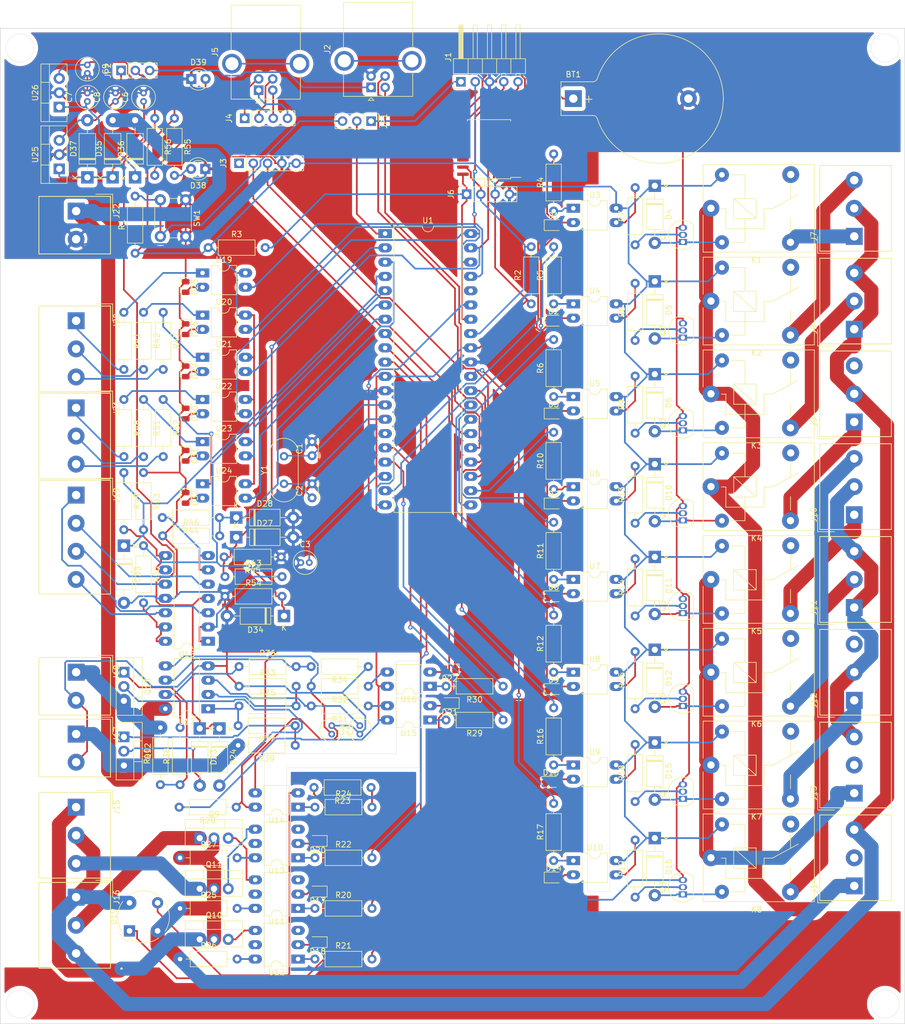
<source format=kicad_pcb>
(kicad_pcb (version 20171130) (host pcbnew "(5.1.4)-1")
  (layers (0 F.Cu signal) (31 B.Cu signal) (34 B.Paste user) (35 F.Paste user) (36 B.SilkS user) (37 F.SilkS user hide) (38 B.Mask user) (39 F.Mask user) (44 Edge.Cuts user))
  (net 0 "")
  (net 1 "Net-(BT1-Pad1)")
  (net 2 GND)
  (net 3 /Control/OSC1)
  (net 4 /Control/OSC2)
  (net 5 "Net-(C3-Pad2)")
  (net 6 "Net-(C4-Pad2)")
  (net 7 "Net-(C5-Pad2)")
  (net 8 "Net-(C6-Pad1)")
  (net 9 "Net-(C7-Pad1)")
  (net 10 "Net-(C8-Pad1)")
  (net 11 +10V)
  (net 12 "Net-(D1-Pad2)")
  (net 13 "Net-(D2-Pad2)")
  (net 14 "Net-(D3-Pad2)")
  (net 15 "Net-(D4-Pad2)")
  (net 16 +5V)
  (net 17 "Net-(D5-Pad2)")
  (net 18 "Net-(D6-Pad2)")
  (net 19 "Net-(D7-Pad2)")
  (net 20 "Net-(D8-Pad2)")
  (net 21 "Net-(D9-Pad2)")
  (net 22 "Net-(D10-Pad2)")
  (net 23 "Net-(D11-Pad2)")
  (net 24 "Net-(D12-Pad2)")
  (net 25 "Net-(D13-Pad2)")
  (net 26 "Net-(D14-Pad2)")
  (net 27 "Net-(D15-Pad2)")
  (net 28 "Net-(D16-Pad2)")
  (net 29 "Net-(D17-Pad2)")
  (net 30 "Net-(D18-Pad2)")
  (net 31 "Net-(D19-Pad1)")
  (net 32 "Net-(D19-Pad3)")
  (net 33 LineaAC1)
  (net 34 LineaAC2)
  (net 35 "Net-(D20-Pad2)")
  (net 36 "Net-(D21-Pad2)")
  (net 37 "Net-(D22-Pad2)")
  (net 38 "Net-(D23-Pad2)")
  (net 39 "Net-(D24-Pad2)")
  (net 40 IA0.0)
  (net 41 IA0.1)
  (net 42 "Net-(D29-Pad2)")
  (net 43 "Net-(D30-Pad2)")
  (net 44 IA0.2)
  (net 45 IA0.3)
  (net 46 +24V)
  (net 47 I0.2)
  (net 48 I0.3)
  (net 49 "Net-(J1-Pad1)")
  (net 50 "Net-(J2-Pad5)")
  (net 51 /Control/RC5)
  (net 52 /Control/RC4)
  (net 53 VUSB)
  (net 54 TX)
  (net 55 RX)
  (net 56 "Net-(J3-Pad1)")
  (net 57 "Net-(J4-Pad4)")
  (net 58 "Net-(J4-Pad3)")
  (net 59 "Net-(J4-Pad2)")
  (net 60 "Net-(J4-Pad1)")
  (net 61 "Net-(J5-Pad5)")
  (net 62 SDA)
  (net 63 SCL)
  (net 64 /Salidas/Salida_Reles/Rele1/Relay1)
  (net 65 /Salidas/Salida_Reles/Rele1/Relay0)
  (net 66 /Salidas/Salida_Reles/Rele1/Relay2)
  (net 67 "Net-(J9-Pad3)")
  (net 68 /Salidas/Salida_Reles/Rele1/Relay3)
  (net 69 /Salidas/Salida_Reles/Rele1/Relay5)
  (net 70 LineaDC2)
  (net 71 /Salidas/Salida_Reles/Rele1/Relay4)
  (net 72 /Salidas/Salida_Reles/Rele1/Relay6)
  (net 73 "Net-(J12-Pad3)")
  (net 74 /Salidas/Salida_Reles/Rele1/Relay7)
  (net 75 "Net-(J13-Pad2)")
  (net 76 LineaDC1)
  (net 77 "Net-(J14-Pad2)")
  (net 78 /Salidas/Salidas_Triac/Triac1)
  (net 79 /Salidas/Salidas_Triac/Triac0)
  (net 80 /Salidas/Salidas_Triac/Triac2)
  (net 81 /Entradas/A3)
  (net 82 /Entradas/A2)
  (net 83 /Entradas/A1)
  (net 84 /Entradas/A0)
  (net 85 /Entradas/I2)
  (net 86 /Entradas/I1)
  (net 87 /Entradas/I0)
  (net 88 /Entradas/I5)
  (net 89 /Entradas/I4)
  (net 90 /Entradas/I3)
  (net 91 "Net-(JP1-Pad3)")
  (net 92 /Control/RESET)
  (net 93 "Net-(Q1-Pad2)")
  (net 94 "Net-(Q2-Pad2)")
  (net 95 "Net-(Q3-Pad2)")
  (net 96 "Net-(Q4-Pad2)")
  (net 97 "Net-(Q5-Pad2)")
  (net 98 "Net-(Q6-Pad2)")
  (net 99 "Net-(Q7-Pad2)")
  (net 100 "Net-(Q8-Pad2)")
  (net 101 "Net-(Q9-Pad3)")
  (net 102 "Net-(Q10-Pad3)")
  (net 103 "Net-(Q11-Pad3)")
  (net 104 "Net-(Q12-Pad1)")
  (net 105 "Net-(Q13-Pad1)")
  (net 106 Q0.0)
  (net 107 "Net-(R4-Pad1)")
  (net 108 Q0.1)
  (net 109 "Net-(R5-Pad1)")
  (net 110 Q0.2)
  (net 111 "Net-(R6-Pad1)")
  (net 112 "Net-(R7-Pad2)")
  (net 113 "Net-(R8-Pad2)")
  (net 114 "Net-(R9-Pad2)")
  (net 115 Q0.3)
  (net 116 "Net-(R10-Pad1)")
  (net 117 Q0.4)
  (net 118 "Net-(R11-Pad1)")
  (net 119 Q0.5)
  (net 120 "Net-(R12-Pad1)")
  (net 121 "Net-(R13-Pad2)")
  (net 122 "Net-(R14-Pad2)")
  (net 123 "Net-(R15-Pad2)")
  (net 124 Q0.6)
  (net 125 "Net-(R16-Pad1)")
  (net 126 Q0.7)
  (net 127 "Net-(R17-Pad1)")
  (net 128 "Net-(R18-Pad2)")
  (net 129 "Net-(R19-Pad2)")
  (net 130 Q1.2)
  (net 131 "Net-(R20-Pad1)")
  (net 132 Q1.0)
  (net 133 "Net-(R21-Pad1)")
  (net 134 Q1.1)
  (net 135 "Net-(R22-Pad1)")
  (net 136 "Net-(R23-Pad1)")
  (net 137 "Net-(R24-Pad1)")
  (net 138 "Net-(R25-Pad2)")
  (net 139 "Net-(R26-Pad2)")
  (net 140 "Net-(R27-Pad2)")
  (net 141 CxC)
  (net 142 "Net-(R29-Pad2)")
  (net 143 Q1.3)
  (net 144 "Net-(R30-Pad2)")
  (net 145 Q1.4)
  (net 146 "Net-(R31-Pad1)")
  (net 147 "Net-(R32-Pad1)")
  (net 148 "Net-(R33-Pad2)")
  (net 149 "Net-(R34-Pad2)")
  (net 150 "Net-(R35-Pad1)")
  (net 151 "Net-(R36-Pad1)")
  (net 152 "Net-(R41-Pad1)")
  (net 153 "Net-(R42-Pad1)")
  (net 154 "Net-(R43-Pad2)")
  (net 155 "Net-(R44-Pad2)")
  (net 156 "Net-(R47-Pad1)")
  (net 157 "Net-(R48-Pad1)")
  (net 158 "Net-(R49-Pad2)")
  (net 159 "Net-(R50-Pad2)")
  (net 160 "Net-(R51-Pad1)")
  (net 161 "Net-(R52-Pad1)")
  (net 162 I0.1)
  (net 163 I0.0)
  (net 164 "Net-(U1-Pad36)")
  (net 165 "Net-(U1-Pad15)")
  (net 166 I0.5)
  (net 167 I0.4)
  (net 168 "Net-(U2-Pad4)")
  (net 169 "Net-(U2-Pad3)")
  (net 170 "Net-(U2-Pad1)")
  (net 171 "Net-(U11-Pad3)")
  (net 172 "Net-(U11-Pad5)")
  (net 173 "Net-(U12-Pad3)")
  (net 174 "Net-(U12-Pad5)")
  (net 175 "Net-(U13-Pad3)")
  (net 176 "Net-(U13-Pad5)")
  (net 177 "Net-(D38-Pad2)")
  (net 178 "Net-(D39-Pad2)")
  (net 179 "Net-(D25-Pad2)")
  (net 180 "Net-(D26-Pad2)")
  (net 181 "Net-(D31-Pad2)")
  (net 182 "Net-(D32-Pad2)")
  (net 183 "Net-(K1-Pad4)")
  (net 184 "Net-(K2-Pad4)")
  (net 185 "Net-(K3-Pad4)")
  (net 186 "Net-(K4-Pad4)")
  (net 187 "Net-(K5-Pad4)")
  (net 188 "Net-(K6-Pad4)")
  (net 189 "Net-(K7-Pad4)")
  (net 190 "Net-(K8-Pad4)")
  (net 191 /Salidas/Salidas_Mosfet/Salida_Mosfet1)
  (net 192 /Salidas/Salidas_Mosfet/Salida_Mosfet2)
  (module Relay_THT:Relay_SPDT_SANYOU_SRD_Series_Form_C (layer F.Cu) (at 185 164.5)
    (fp_text reference K8 (at 8.1 9.2) (layer F.SilkS))
    (fp_text value Relay8)
    (pad 1 thru_hole circle (at 0 0 90) (size 3 3) (drill 1.3) (layers *.Cu *.Mask) (net 76 LineaDC1))
    (pad 5 thru_hole circle (at 1.95 -5.95 90) (size 2.5 2.5) (drill 1) (layers *.Cu *.Mask) (net 16 +5V))
    (pad 4 thru_hole circle (at 14.2 -6 90) (size 3 3) (drill 1.3) (layers *.Cu *.Mask) (net 190 "Net-(K8-Pad4)"))
    (pad 3 thru_hole circle (at 14.15 6.05 90) (size 3 3) (drill 1.3) (layers *.Cu *.Mask) (net 72 /Salidas/Salida_Reles/Rele1/Relay6))
    (pad 2 thru_hole circle (at 1.95 6.05 90) (size 2.5 2.5) (drill 1) (layers *.Cu *.Mask) (net 28 "Net-(D16-Pad2)"))
  )
  (module Relay_THT:Relay_SPDT_SANYOU_SRD_Series_Form_C (layer F.Cu) (at 185 148)
    (fp_text reference K7 (at 8.1 9.2) (layer F.SilkS))
    (fp_text value Relay7)
    (pad 1 thru_hole circle (at 0 0 90) (size 3 3) (drill 1.3) (layers *.Cu *.Mask) (net 76 LineaDC1))
    (pad 5 thru_hole circle (at 1.95 -5.95 90) (size 2.5 2.5) (drill 1) (layers *.Cu *.Mask) (net 16 +5V))
    (pad 4 thru_hole circle (at 14.2 -6 90) (size 3 3) (drill 1.3) (layers *.Cu *.Mask) (net 189 "Net-(K7-Pad4)"))
    (pad 3 thru_hole circle (at 14.15 6.05 90) (size 3 3) (drill 1.3) (layers *.Cu *.Mask) (net 74 /Salidas/Salida_Reles/Rele1/Relay7))
    (pad 2 thru_hole circle (at 1.95 6.05 90) (size 2.5 2.5) (drill 1) (layers *.Cu *.Mask) (net 27 "Net-(D15-Pad2)"))
  )
  (module Relay_THT:Relay_SPDT_SANYOU_SRD_Series_Form_C (layer F.Cu) (at 185 131.5)
    (fp_text reference K6 (at 8.1 9.2) (layer F.SilkS))
    (fp_text value Relay5)
    (pad 1 thru_hole circle (at 0 0 90) (size 3 3) (drill 1.3) (layers *.Cu *.Mask) (net 76 LineaDC1))
    (pad 5 thru_hole circle (at 1.95 -5.95 90) (size 2.5 2.5) (drill 1) (layers *.Cu *.Mask) (net 16 +5V))
    (pad 4 thru_hole circle (at 14.2 -6 90) (size 3 3) (drill 1.3) (layers *.Cu *.Mask) (net 188 "Net-(K6-Pad4)"))
    (pad 3 thru_hole circle (at 14.15 6.05 90) (size 3 3) (drill 1.3) (layers *.Cu *.Mask) (net 69 /Salidas/Salida_Reles/Rele1/Relay5))
    (pad 2 thru_hole circle (at 1.95 6.05 90) (size 2.5 2.5) (drill 1) (layers *.Cu *.Mask) (net 24 "Net-(D12-Pad2)"))
  )
  (module Relay_THT:Relay_SPDT_SANYOU_SRD_Series_Form_C (layer F.Cu) (at 185 115)
    (fp_text reference K5 (at 8.1 9.2) (layer F.SilkS))
    (fp_text value Relay4)
    (pad 1 thru_hole circle (at 0 0 90) (size 3 3) (drill 1.3) (layers *.Cu *.Mask) (net 76 LineaDC1))
    (pad 5 thru_hole circle (at 1.95 -5.95 90) (size 2.5 2.5) (drill 1) (layers *.Cu *.Mask) (net 16 +5V))
    (pad 4 thru_hole circle (at 14.2 -6 90) (size 3 3) (drill 1.3) (layers *.Cu *.Mask) (net 187 "Net-(K5-Pad4)"))
    (pad 3 thru_hole circle (at 14.15 6.05 90) (size 3 3) (drill 1.3) (layers *.Cu *.Mask) (net 71 /Salidas/Salida_Reles/Rele1/Relay4))
    (pad 2 thru_hole circle (at 1.95 6.05 90) (size 2.5 2.5) (drill 1) (layers *.Cu *.Mask) (net 23 "Net-(D11-Pad2)"))
  )
  (module Relay_THT:Relay_SPDT_SANYOU_SRD_Series_Form_C (layer F.Cu) (at 185 98.5)
    (fp_text reference K4 (at 8.1 9.2) (layer F.SilkS))
    (fp_text value Relay3)
    (pad 1 thru_hole circle (at 0 0 90) (size 3 3) (drill 1.3) (layers *.Cu *.Mask) (net 33 LineaAC1))
    (pad 5 thru_hole circle (at 1.95 -5.95 90) (size 2.5 2.5) (drill 1) (layers *.Cu *.Mask) (net 16 +5V))
    (pad 4 thru_hole circle (at 14.2 -6 90) (size 3 3) (drill 1.3) (layers *.Cu *.Mask) (net 186 "Net-(K4-Pad4)"))
    (pad 3 thru_hole circle (at 14.15 6.05 90) (size 3 3) (drill 1.3) (layers *.Cu *.Mask) (net 68 /Salidas/Salida_Reles/Rele1/Relay3))
    (pad 2 thru_hole circle (at 1.95 6.05 90) (size 2.5 2.5) (drill 1) (layers *.Cu *.Mask) (net 22 "Net-(D10-Pad2)"))
  )
  (module Relay_THT:Relay_SPDT_SANYOU_SRD_Series_Form_C (layer F.Cu) (at 185 82)
    (fp_text reference K3 (at 8.1 9.2) (layer F.SilkS))
    (fp_text value Relay2)
    (pad 1 thru_hole circle (at 0 0 90) (size 3 3) (drill 1.3) (layers *.Cu *.Mask) (net 33 LineaAC1))
    (pad 5 thru_hole circle (at 1.95 -5.95 90) (size 2.5 2.5) (drill 1) (layers *.Cu *.Mask) (net 16 +5V))
    (pad 4 thru_hole circle (at 14.2 -6 90) (size 3 3) (drill 1.3) (layers *.Cu *.Mask) (net 185 "Net-(K3-Pad4)"))
    (pad 3 thru_hole circle (at 14.15 6.05 90) (size 3 3) (drill 1.3) (layers *.Cu *.Mask) (net 66 /Salidas/Salida_Reles/Rele1/Relay2))
    (pad 2 thru_hole circle (at 1.95 6.05 90) (size 2.5 2.5) (drill 1) (layers *.Cu *.Mask) (net 18 "Net-(D6-Pad2)"))
  )
  (module Relay_THT:Relay_SPDT_SANYOU_SRD_Series_Form_C (layer F.Cu) (at 185 65.5)
    (fp_text reference K2 (at 8.1 9.2) (layer F.SilkS))
    (fp_text value Relay1)
    (pad 1 thru_hole circle (at 0 0 90) (size 3 3) (drill 1.3) (layers *.Cu *.Mask) (net 33 LineaAC1))
    (pad 5 thru_hole circle (at 1.95 -5.95 90) (size 2.5 2.5) (drill 1) (layers *.Cu *.Mask) (net 16 +5V))
    (pad 4 thru_hole circle (at 14.2 -6 90) (size 3 3) (drill 1.3) (layers *.Cu *.Mask) (net 184 "Net-(K2-Pad4)"))
    (pad 3 thru_hole circle (at 14.15 6.05 90) (size 3 3) (drill 1.3) (layers *.Cu *.Mask) (net 64 /Salidas/Salida_Reles/Rele1/Relay1))
    (pad 2 thru_hole circle (at 1.95 6.05 90) (size 2.5 2.5) (drill 1) (layers *.Cu *.Mask) (net 17 "Net-(D5-Pad2)"))
  )
  (module Relay_THT:Relay_SPDT_SANYOU_SRD_Series_Form_C (layer F.Cu) (at 185 49)
    (fp_text reference K1 (at 8.1 9.2) (layer F.SilkS))
    (fp_text value Relay0)
    (pad 1 thru_hole circle (at 0 0 90) (size 3 3) (drill 1.3) (layers *.Cu *.Mask) (net 33 LineaAC1))
    (pad 5 thru_hole circle (at 1.95 -5.95 90) (size 2.5 2.5) (drill 1) (layers *.Cu *.Mask) (net 16 +5V))
    (pad 4 thru_hole circle (at 14.2 -6 90) (size 3 3) (drill 1.3) (layers *.Cu *.Mask) (net 183 "Net-(K1-Pad4)"))
    (pad 3 thru_hole circle (at 14.15 6.05 90) (size 3 3) (drill 1.3) (layers *.Cu *.Mask) (net 65 /Salidas/Salida_Reles/Rele1/Relay0))
    (pad 2 thru_hole circle (at 1.95 6.05 90) (size 2.5 2.5) (drill 1) (layers *.Cu *.Mask) (net 15 "Net-(D4-Pad2)"))
  )
  (module LED_SMD:LED_0805_2012Metric (layer F.Cu) (at 138.5 131 180)
    (fp_text reference D22 (at 0 -1.65) (layer F.SilkS))
    (fp_text value LED)
    (pad 2 smd roundrect (at 0.9375 0 180) (size 0.975 1.4) (layers F.Cu F.Paste F.Mask) (net 37 "Net-(D22-Pad2)"))
    (pad 1 smd roundrect (at -0.9375 0 180) (size 0.975 1.4) (layers F.Cu F.Paste F.Mask) (net 2 GND))
  )
  (module LED_SMD:LED_0805_2012Metric (layer F.Cu) (at 138.5 137 180)
    (fp_text reference D21 (at 0 -1.65) (layer F.SilkS))
    (fp_text value LED)
    (pad 2 smd roundrect (at 0.9375 0 180) (size 0.975 1.4) (layers F.Cu F.Paste F.Mask) (net 36 "Net-(D21-Pad2)"))
    (pad 1 smd roundrect (at -0.9375 0 180) (size 0.975 1.4) (layers F.Cu F.Paste F.Mask) (net 2 GND))
  )
  (module TerminalBlock_Altech:Altech_AK300_1x02_P5.00mm_45-Degree (layer F.Cu) (at 72 49.5 270)
    (fp_text reference J22 (at 0 -7.2 90) (layer F.SilkS))
    (fp_text value Screw_Terminal_01x02)
    (pad 2 thru_hole circle (at 5 0 270) (size 3 3) (drill 1.5) (layers *.Cu *.Mask) (net 2 GND))
    (pad 1 thru_hole rect (at 0 0 270) (size 3 3) (drill 1.5) (layers *.Cu *.Mask) (net 46 +24V))
  )
  (module Crystal:Crystal_HC18-U_Vertical (layer F.Cu) (at 109 98 90)
    (fp_text reference Y1 (at 2.45 -3.525 90) (layer F.SilkS))
    (fp_text value Crystal)
    (pad 2 thru_hole circle (at 4.9 0 90) (size 1.5 1.5) (drill 0.8) (layers *.Cu *.Mask) (net 3 /Control/OSC1))
    (pad 1 thru_hole circle (at 0 0 90) (size 1.5 1.5) (drill 0.8) (layers *.Cu *.Mask) (net 4 /Control/OSC2))
  )
  (module Package_TO_SOT_THT:TO-220-3_Vertical (layer F.Cu) (at 69 31 90)
    (fp_text reference U26 (at 2.54 -4.27 90) (layer F.SilkS))
    (fp_text value LM7810_TO220)
    (pad 3 thru_hole oval (at 5.08 0 90) (size 1.905 2) (drill 1.1) (layers *.Cu *.Mask) (net 11 +10V))
    (pad 2 thru_hole oval (at 2.54 0 90) (size 1.905 2) (drill 1.1) (layers *.Cu *.Mask) (net 2 GND))
    (pad 1 thru_hole rect (at 0 0 90) (size 1.905 2) (drill 1.1) (layers *.Cu *.Mask) (net 9 "Net-(C7-Pad1)"))
  )
  (module Package_TO_SOT_THT:TO-220-3_Vertical (layer F.Cu) (at 69 42 90)
    (fp_text reference U25 (at 2.54 -4.27 90) (layer F.SilkS))
    (fp_text value LM7805_TO220)
    (pad 3 thru_hole oval (at 5.08 0 90) (size 1.905 2) (drill 1.1) (layers *.Cu *.Mask) (net 10 "Net-(C8-Pad1)"))
    (pad 2 thru_hole oval (at 2.54 0 90) (size 1.905 2) (drill 1.1) (layers *.Cu *.Mask) (net 2 GND))
    (pad 1 thru_hole rect (at 0 0 90) (size 1.905 2) (drill 1.1) (layers *.Cu *.Mask) (net 8 "Net-(C6-Pad1)"))
  )
  (module Package_DIP:DIP-4_W7.62mm_LongPads (layer F.Cu) (at 94.5 98)
    (fp_text reference U24 (at 3.81 -2.33) (layer F.SilkS))
    (fp_text value PC817)
    (pad 4 thru_hole oval (at 7.62 0) (size 2.4 1.6) (drill 0.8) (layers *.Cu *.Mask) (net 16 +5V))
    (pad 2 thru_hole oval (at 0 2.54) (size 2.4 1.6) (drill 0.8) (layers *.Cu *.Mask) (net 182 "Net-(D32-Pad2)"))
    (pad 3 thru_hole oval (at 7.62 2.54) (size 2.4 1.6) (drill 0.8) (layers *.Cu *.Mask) (net 166 I0.5))
    (pad 1 thru_hole rect (at 0 0) (size 2.4 1.6) (drill 0.8) (layers *.Cu *.Mask) (net 161 "Net-(R52-Pad1)"))
  )
  (module Package_DIP:DIP-4_W7.62mm_LongPads (layer F.Cu) (at 94.5 90.5)
    (fp_text reference U23 (at 3.81 -2.33) (layer F.SilkS))
    (fp_text value PC817)
    (pad 4 thru_hole oval (at 7.62 0) (size 2.4 1.6) (drill 0.8) (layers *.Cu *.Mask) (net 16 +5V))
    (pad 2 thru_hole oval (at 0 2.54) (size 2.4 1.6) (drill 0.8) (layers *.Cu *.Mask) (net 181 "Net-(D31-Pad2)"))
    (pad 3 thru_hole oval (at 7.62 2.54) (size 2.4 1.6) (drill 0.8) (layers *.Cu *.Mask) (net 167 I0.4))
    (pad 1 thru_hole rect (at 0 0) (size 2.4 1.6) (drill 0.8) (layers *.Cu *.Mask) (net 160 "Net-(R51-Pad1)"))
  )
  (module Package_DIP:DIP-4_W7.62mm_LongPads (layer F.Cu) (at 94.5 83)
    (fp_text reference U22 (at 3.81 -2.33) (layer F.SilkS))
    (fp_text value PC817)
    (pad 4 thru_hole oval (at 7.62 0) (size 2.4 1.6) (drill 0.8) (layers *.Cu *.Mask) (net 16 +5V))
    (pad 2 thru_hole oval (at 0 2.54) (size 2.4 1.6) (drill 0.8) (layers *.Cu *.Mask) (net 43 "Net-(D30-Pad2)"))
    (pad 3 thru_hole oval (at 7.62 2.54) (size 2.4 1.6) (drill 0.8) (layers *.Cu *.Mask) (net 48 I0.3))
    (pad 1 thru_hole rect (at 0 0) (size 2.4 1.6) (drill 0.8) (layers *.Cu *.Mask) (net 157 "Net-(R48-Pad1)"))
  )
  (module Package_DIP:DIP-4_W7.62mm_LongPads (layer F.Cu) (at 94.5 75.5)
    (fp_text reference U21 (at 3.81 -2.33) (layer F.SilkS))
    (fp_text value PC817)
    (pad 4 thru_hole oval (at 7.62 0) (size 2.4 1.6) (drill 0.8) (layers *.Cu *.Mask) (net 16 +5V))
    (pad 2 thru_hole oval (at 0 2.54) (size 2.4 1.6) (drill 0.8) (layers *.Cu *.Mask) (net 42 "Net-(D29-Pad2)"))
    (pad 3 thru_hole oval (at 7.62 2.54) (size 2.4 1.6) (drill 0.8) (layers *.Cu *.Mask) (net 47 I0.2))
    (pad 1 thru_hole rect (at 0 0) (size 2.4 1.6) (drill 0.8) (layers *.Cu *.Mask) (net 156 "Net-(R47-Pad1)"))
  )
  (module Package_DIP:DIP-4_W7.62mm_LongPads (layer F.Cu) (at 94.5 68)
    (fp_text reference U20 (at 3.81 -2.33) (layer F.SilkS))
    (fp_text value PC817)
    (pad 4 thru_hole oval (at 7.62 0) (size 2.4 1.6) (drill 0.8) (layers *.Cu *.Mask) (net 16 +5V))
    (pad 2 thru_hole oval (at 0 2.54) (size 2.4 1.6) (drill 0.8) (layers *.Cu *.Mask) (net 180 "Net-(D26-Pad2)"))
    (pad 3 thru_hole oval (at 7.62 2.54) (size 2.4 1.6) (drill 0.8) (layers *.Cu *.Mask) (net 162 I0.1))
    (pad 1 thru_hole rect (at 0 0) (size 2.4 1.6) (drill 0.8) (layers *.Cu *.Mask) (net 153 "Net-(R42-Pad1)"))
  )
  (module Package_DIP:DIP-4_W7.62mm_LongPads (layer F.Cu) (at 94.5 60.5)
    (fp_text reference U19 (at 3.81 -2.33) (layer F.SilkS))
    (fp_text value PC817)
    (pad 4 thru_hole oval (at 7.62 0) (size 2.4 1.6) (drill 0.8) (layers *.Cu *.Mask) (net 16 +5V))
    (pad 2 thru_hole oval (at 0 2.54) (size 2.4 1.6) (drill 0.8) (layers *.Cu *.Mask) (net 179 "Net-(D25-Pad2)"))
    (pad 3 thru_hole oval (at 7.62 2.54) (size 2.4 1.6) (drill 0.8) (layers *.Cu *.Mask) (net 163 I0.0))
    (pad 1 thru_hole rect (at 0 0) (size 2.4 1.6) (drill 0.8) (layers *.Cu *.Mask) (net 152 "Net-(R41-Pad1)"))
  )
  (module Package_DIP:DIP-14_W7.62mm_LongPads (layer F.Cu) (at 95.5 126 180)
    (fp_text reference U18 (at 3.81 -2.33) (layer F.SilkS))
    (fp_text value LM324A)
    (pad 14 thru_hole oval (at 7.62 0 180) (size 2.4 1.6) (drill 0.8) (layers *.Cu *.Mask) (net 159 "Net-(R50-Pad2)"))
    (pad 7 thru_hole oval (at 0 15.24 180) (size 2.4 1.6) (drill 0.8) (layers *.Cu *.Mask) (net 155 "Net-(R44-Pad2)"))
    (pad 13 thru_hole oval (at 7.62 2.54 180) (size 2.4 1.6) (drill 0.8) (layers *.Cu *.Mask) (net 159 "Net-(R50-Pad2)"))
    (pad 6 thru_hole oval (at 0 12.7 180) (size 2.4 1.6) (drill 0.8) (layers *.Cu *.Mask) (net 155 "Net-(R44-Pad2)"))
    (pad 12 thru_hole oval (at 7.62 5.08 180) (size 2.4 1.6) (drill 0.8) (layers *.Cu *.Mask) (net 81 /Entradas/A3))
    (pad 5 thru_hole oval (at 0 10.16 180) (size 2.4 1.6) (drill 0.8) (layers *.Cu *.Mask) (net 83 /Entradas/A1))
    (pad 11 thru_hole oval (at 7.62 7.62 180) (size 2.4 1.6) (drill 0.8) (layers *.Cu *.Mask) (net 2 GND))
    (pad 4 thru_hole oval (at 0 7.62 180) (size 2.4 1.6) (drill 0.8) (layers *.Cu *.Mask) (net 11 +10V))
    (pad 10 thru_hole oval (at 7.62 10.16 180) (size 2.4 1.6) (drill 0.8) (layers *.Cu *.Mask) (net 82 /Entradas/A2))
    (pad 3 thru_hole oval (at 0 5.08 180) (size 2.4 1.6) (drill 0.8) (layers *.Cu *.Mask) (net 84 /Entradas/A0))
    (pad 9 thru_hole oval (at 7.62 12.7 180) (size 2.4 1.6) (drill 0.8) (layers *.Cu *.Mask) (net 158 "Net-(R49-Pad2)"))
    (pad 2 thru_hole oval (at 0 2.54 180) (size 2.4 1.6) (drill 0.8) (layers *.Cu *.Mask) (net 154 "Net-(R43-Pad2)"))
    (pad 8 thru_hole oval (at 7.62 15.24 180) (size 2.4 1.6) (drill 0.8) (layers *.Cu *.Mask) (net 158 "Net-(R49-Pad2)"))
    (pad 1 thru_hole rect (at 0 0 180) (size 2.4 1.6) (drill 0.8) (layers *.Cu *.Mask) (net 154 "Net-(R43-Pad2)"))
  )
  (module Package_DIP:DIP-8_W7.62mm_LongPads (layer F.Cu) (at 95.5 138 180)
    (fp_text reference U17 (at 3.81 -2.33) (layer F.SilkS))
    (fp_text value LM358)
    (pad 8 thru_hole oval (at 7.62 0 180) (size 2.4 1.6) (drill 0.8) (layers *.Cu *.Mask) (net 46 +24V))
    (pad 4 thru_hole oval (at 0 7.62 180) (size 2.4 1.6) (drill 0.8) (layers *.Cu *.Mask) (net 2 GND))
    (pad 7 thru_hole oval (at 7.62 2.54 180) (size 2.4 1.6) (drill 0.8) (layers *.Cu *.Mask) (net 151 "Net-(R36-Pad1)"))
    (pad 3 thru_hole oval (at 0 5.08 180) (size 2.4 1.6) (drill 0.8) (layers *.Cu *.Mask) (net 6 "Net-(C4-Pad2)"))
    (pad 6 thru_hole oval (at 7.62 5.08 180) (size 2.4 1.6) (drill 0.8) (layers *.Cu *.Mask) (net 149 "Net-(R34-Pad2)"))
    (pad 2 thru_hole oval (at 0 2.54 180) (size 2.4 1.6) (drill 0.8) (layers *.Cu *.Mask) (net 148 "Net-(R33-Pad2)"))
    (pad 5 thru_hole oval (at 7.62 7.62 180) (size 2.4 1.6) (drill 0.8) (layers *.Cu *.Mask) (net 7 "Net-(C5-Pad2)"))
    (pad 1 thru_hole rect (at 0 0 180) (size 2.4 1.6) (drill 0.8) (layers *.Cu *.Mask) (net 150 "Net-(R35-Pad1)"))
  )
  (module Package_DIP:DIP-4_W7.62mm_LongPads (layer F.Cu) (at 135 134 180)
    (fp_text reference U16 (at 3.81 -2.33) (layer F.SilkS))
    (fp_text value PC817)
    (pad 4 thru_hole oval (at 7.62 0 180) (size 2.4 1.6) (drill 0.8) (layers *.Cu *.Mask) (net 16 +5V))
    (pad 2 thru_hole oval (at 0 2.54 180) (size 2.4 1.6) (drill 0.8) (layers *.Cu *.Mask) (net 37 "Net-(D22-Pad2)"))
    (pad 3 thru_hole oval (at 7.62 2.54 180) (size 2.4 1.6) (drill 0.8) (layers *.Cu *.Mask) (net 147 "Net-(R32-Pad1)"))
    (pad 1 thru_hole rect (at 0 0 180) (size 2.4 1.6) (drill 0.8) (layers *.Cu *.Mask) (net 144 "Net-(R30-Pad2)"))
  )
  (module Package_DIP:DIP-4_W7.62mm_LongPads (layer F.Cu) (at 135 140 180)
    (fp_text reference U15 (at 3.81 -2.33) (layer F.SilkS))
    (fp_text value PC817)
    (pad 4 thru_hole oval (at 7.62 0 180) (size 2.4 1.6) (drill 0.8) (layers *.Cu *.Mask) (net 16 +5V))
    (pad 2 thru_hole oval (at 0 2.54 180) (size 2.4 1.6) (drill 0.8) (layers *.Cu *.Mask) (net 36 "Net-(D21-Pad2)"))
    (pad 3 thru_hole oval (at 7.62 2.54 180) (size 2.4 1.6) (drill 0.8) (layers *.Cu *.Mask) (net 146 "Net-(R31-Pad1)"))
    (pad 1 thru_hole rect (at 0 0 180) (size 2.4 1.6) (drill 0.8) (layers *.Cu *.Mask) (net 142 "Net-(R29-Pad2)"))
  )
  (module Package_DIP:DIP-4_W7.62mm_LongPads (layer F.Cu) (at 111.5 155.5 180)
    (fp_text reference U14 (at 3.81 -2.33) (layer F.SilkS))
    (fp_text value PC817)
    (pad 4 thru_hole oval (at 7.62 0 180) (size 2.4 1.6) (drill 0.8) (layers *.Cu *.Mask) (net 141 CxC))
    (pad 2 thru_hole oval (at 0 2.54 180) (size 2.4 1.6) (drill 0.8) (layers *.Cu *.Mask) (net 32 "Net-(D19-Pad3)"))
    (pad 3 thru_hole oval (at 7.62 2.54 180) (size 2.4 1.6) (drill 0.8) (layers *.Cu *.Mask) (net 2 GND))
    (pad 1 thru_hole rect (at 0 0 180) (size 2.4 1.6) (drill 0.8) (layers *.Cu *.Mask) (net 137 "Net-(R24-Pad1)"))
  )
  (module Package_DIP:DIP-6_W7.62mm_LongPads (layer F.Cu) (at 111.5 164.5 180)
    (fp_text reference U13 (at 3.81 -2.33) (layer F.SilkS))
    (fp_text value MOC3021M)
    (pad 6 thru_hole oval (at 7.62 0 180) (size 2.4 1.6) (drill 0.8) (layers *.Cu *.Mask) (net 140 "Net-(R27-Pad2)"))
    (pad 3 thru_hole oval (at 0 5.08 180) (size 2.4 1.6) (drill 0.8) (layers *.Cu *.Mask) (net 175 "Net-(U13-Pad3)"))
    (pad 5 thru_hole oval (at 7.62 2.54 180) (size 2.4 1.6) (drill 0.8) (layers *.Cu *.Mask) (net 176 "Net-(U13-Pad5)"))
    (pad 2 thru_hole oval (at 0 2.54 180) (size 2.4 1.6) (drill 0.8) (layers *.Cu *.Mask) (net 35 "Net-(D20-Pad2)"))
    (pad 4 thru_hole oval (at 7.62 5.08 180) (size 2.4 1.6) (drill 0.8) (layers *.Cu *.Mask) (net 103 "Net-(Q11-Pad3)"))
    (pad 1 thru_hole rect (at 0 0 180) (size 2.4 1.6) (drill 0.8) (layers *.Cu *.Mask) (net 135 "Net-(R22-Pad1)"))
  )
  (module Package_DIP:DIP-6_W7.62mm_LongPads (layer F.Cu) (at 111.5 182.5 180)
    (fp_text reference U12 (at 3.81 -2.33) (layer F.SilkS))
    (fp_text value MOC3021M)
    (pad 6 thru_hole oval (at 7.62 0 180) (size 2.4 1.6) (drill 0.8) (layers *.Cu *.Mask) (net 139 "Net-(R26-Pad2)"))
    (pad 3 thru_hole oval (at 0 5.08 180) (size 2.4 1.6) (drill 0.8) (layers *.Cu *.Mask) (net 173 "Net-(U12-Pad3)"))
    (pad 5 thru_hole oval (at 7.62 2.54 180) (size 2.4 1.6) (drill 0.8) (layers *.Cu *.Mask) (net 174 "Net-(U12-Pad5)"))
    (pad 2 thru_hole oval (at 0 2.54 180) (size 2.4 1.6) (drill 0.8) (layers *.Cu *.Mask) (net 30 "Net-(D18-Pad2)"))
    (pad 4 thru_hole oval (at 7.62 5.08 180) (size 2.4 1.6) (drill 0.8) (layers *.Cu *.Mask) (net 102 "Net-(Q10-Pad3)"))
    (pad 1 thru_hole rect (at 0 0 180) (size 2.4 1.6) (drill 0.8) (layers *.Cu *.Mask) (net 133 "Net-(R21-Pad1)"))
  )
  (module Package_DIP:DIP-6_W7.62mm_LongPads (layer F.Cu) (at 111.5 173.5 180)
    (fp_text reference U11 (at 3.81 -2.33) (layer F.SilkS))
    (fp_text value MOC3021M)
    (pad 6 thru_hole oval (at 7.62 0 180) (size 2.4 1.6) (drill 0.8) (layers *.Cu *.Mask) (net 138 "Net-(R25-Pad2)"))
    (pad 3 thru_hole oval (at 0 5.08 180) (size 2.4 1.6) (drill 0.8) (layers *.Cu *.Mask) (net 171 "Net-(U11-Pad3)"))
    (pad 5 thru_hole oval (at 7.62 2.54 180) (size 2.4 1.6) (drill 0.8) (layers *.Cu *.Mask) (net 172 "Net-(U11-Pad5)"))
    (pad 2 thru_hole oval (at 0 2.54 180) (size 2.4 1.6) (drill 0.8) (layers *.Cu *.Mask) (net 29 "Net-(D17-Pad2)"))
    (pad 4 thru_hole oval (at 7.62 5.08 180) (size 2.4 1.6) (drill 0.8) (layers *.Cu *.Mask) (net 101 "Net-(Q9-Pad3)"))
    (pad 1 thru_hole rect (at 0 0 180) (size 2.4 1.6) (drill 0.8) (layers *.Cu *.Mask) (net 131 "Net-(R20-Pad1)"))
  )
  (module Package_DIP:DIP-4_W7.62mm_LongPads (layer F.Cu) (at 160.5 165)
    (fp_text reference U10 (at 3.81 -2.33) (layer F.SilkS))
    (fp_text value PC817)
    (pad 1 thru_hole rect (at 0 0) (size 2.4 1.6) (drill 0.8) (layers *.Cu *.Mask) (net 127 "Net-(R17-Pad1)"))
    (pad 3 thru_hole oval (at 7.62 2.54) (size 2.4 1.6) (drill 0.8) (layers *.Cu *.Mask) (net 129 "Net-(R19-Pad2)"))
    (pad 2 thru_hole oval (at 0 2.54) (size 2.4 1.6) (drill 0.8) (layers *.Cu *.Mask) (net 26 "Net-(D14-Pad2)"))
    (pad 4 thru_hole oval (at 7.62 0) (size 2.4 1.6) (drill 0.8) (layers *.Cu *.Mask) (net 16 +5V))
  )
  (module Package_DIP:DIP-4_W7.62mm_LongPads (layer F.Cu) (at 160.5 148)
    (fp_text reference U9 (at 3.81 -2.33) (layer F.SilkS))
    (fp_text value PC817)
    (pad 4 thru_hole oval (at 7.62 0) (size 2.4 1.6) (drill 0.8) (layers *.Cu *.Mask) (net 16 +5V))
    (pad 2 thru_hole oval (at 0 2.54) (size 2.4 1.6) (drill 0.8) (layers *.Cu *.Mask) (net 25 "Net-(D13-Pad2)"))
    (pad 3 thru_hole oval (at 7.62 2.54) (size 2.4 1.6) (drill 0.8) (layers *.Cu *.Mask) (net 128 "Net-(R18-Pad2)"))
    (pad 1 thru_hole rect (at 0 0) (size 2.4 1.6) (drill 0.8) (layers *.Cu *.Mask) (net 125 "Net-(R16-Pad1)"))
  )
  (module Package_DIP:DIP-4_W7.62mm_LongPads (layer F.Cu) (at 160.5 131.5)
    (fp_text reference U8 (at 3.81 -2.33) (layer F.SilkS))
    (fp_text value PC817)
    (pad 4 thru_hole oval (at 7.62 0) (size 2.4 1.6) (drill 0.8) (layers *.Cu *.Mask) (net 16 +5V))
    (pad 2 thru_hole oval (at 0 2.54) (size 2.4 1.6) (drill 0.8) (layers *.Cu *.Mask) (net 21 "Net-(D9-Pad2)"))
    (pad 3 thru_hole oval (at 7.62 2.54) (size 2.4 1.6) (drill 0.8) (layers *.Cu *.Mask) (net 123 "Net-(R15-Pad2)"))
    (pad 1 thru_hole rect (at 0 0) (size 2.4 1.6) (drill 0.8) (layers *.Cu *.Mask) (net 120 "Net-(R12-Pad1)"))
  )
  (module Package_DIP:DIP-4_W7.62mm_LongPads (layer F.Cu) (at 160.5 115)
    (fp_text reference U7 (at 3.81 -2.33) (layer F.SilkS))
    (fp_text value PC817)
    (pad 4 thru_hole oval (at 7.62 0) (size 2.4 1.6) (drill 0.8) (layers *.Cu *.Mask) (net 16 +5V))
    (pad 2 thru_hole oval (at 0 2.54) (size 2.4 1.6) (drill 0.8) (layers *.Cu *.Mask) (net 20 "Net-(D8-Pad2)"))
    (pad 3 thru_hole oval (at 7.62 2.54) (size 2.4 1.6) (drill 0.8) (layers *.Cu *.Mask) (net 122 "Net-(R14-Pad2)"))
    (pad 1 thru_hole rect (at 0 0) (size 2.4 1.6) (drill 0.8) (layers *.Cu *.Mask) (net 118 "Net-(R11-Pad1)"))
  )
  (module Package_DIP:DIP-4_W7.62mm_LongPads (layer F.Cu) (at 160.5 98.5)
    (fp_text reference U6 (at 3.81 -2.33) (layer F.SilkS))
    (fp_text value PC817)
    (pad 4 thru_hole oval (at 7.62 0) (size 2.4 1.6) (drill 0.8) (layers *.Cu *.Mask) (net 16 +5V))
    (pad 2 thru_hole oval (at 0 2.54) (size 2.4 1.6) (drill 0.8) (layers *.Cu *.Mask) (net 19 "Net-(D7-Pad2)"))
    (pad 3 thru_hole oval (at 7.62 2.54) (size 2.4 1.6) (drill 0.8) (layers *.Cu *.Mask) (net 121 "Net-(R13-Pad2)"))
    (pad 1 thru_hole rect (at 0 0) (size 2.4 1.6) (drill 0.8) (layers *.Cu *.Mask) (net 116 "Net-(R10-Pad1)"))
  )
  (module Package_DIP:DIP-4_W7.62mm_LongPads (layer F.Cu) (at 160.5 82.5)
    (fp_text reference U5 (at 3.81 -2.33) (layer F.SilkS))
    (fp_text value PC817)
    (pad 4 thru_hole oval (at 7.62 0) (size 2.4 1.6) (drill 0.8) (layers *.Cu *.Mask) (net 16 +5V))
    (pad 2 thru_hole oval (at 0 2.54) (size 2.4 1.6) (drill 0.8) (layers *.Cu *.Mask) (net 14 "Net-(D3-Pad2)"))
    (pad 3 thru_hole oval (at 7.62 2.54) (size 2.4 1.6) (drill 0.8) (layers *.Cu *.Mask) (net 114 "Net-(R9-Pad2)"))
    (pad 1 thru_hole rect (at 0 0) (size 2.4 1.6) (drill 0.8) (layers *.Cu *.Mask) (net 111 "Net-(R6-Pad1)"))
  )
  (module Package_DIP:DIP-4_W7.62mm_LongPads (layer F.Cu) (at 160.5 66)
    (fp_text reference U4 (at 3.81 -2.33) (layer F.SilkS))
    (fp_text value PC817)
    (pad 4 thru_hole oval (at 7.62 0) (size 2.4 1.6) (drill 0.8) (layers *.Cu *.Mask) (net 16 +5V))
    (pad 2 thru_hole oval (at 0 2.54) (size 2.4 1.6) (drill 0.8) (layers *.Cu *.Mask) (net 13 "Net-(D2-Pad2)"))
    (pad 3 thru_hole oval (at 7.62 2.54) (size 2.4 1.6) (drill 0.8) (layers *.Cu *.Mask) (net 113 "Net-(R8-Pad2)"))
    (pad 1 thru_hole rect (at 0 0) (size 2.4 1.6) (drill 0.8) (layers *.Cu *.Mask) (net 109 "Net-(R5-Pad1)"))
  )
  (module Package_DIP:DIP-4_W7.62mm_LongPads (layer F.Cu) (at 160.5 49)
    (fp_text reference U3 (at 3.81 -2.33) (layer F.SilkS))
    (fp_text value PC817)
    (pad 4 thru_hole oval (at 7.62 0) (size 2.4 1.6) (drill 0.8) (layers *.Cu *.Mask) (net 16 +5V))
    (pad 2 thru_hole oval (at 0 2.54) (size 2.4 1.6) (drill 0.8) (layers *.Cu *.Mask) (net 12 "Net-(D1-Pad2)"))
    (pad 3 thru_hole oval (at 7.62 2.54) (size 2.4 1.6) (drill 0.8) (layers *.Cu *.Mask) (net 112 "Net-(R7-Pad2)"))
    (pad 1 thru_hole rect (at 0 0) (size 2.4 1.6) (drill 0.8) (layers *.Cu *.Mask) (net 107 "Net-(R4-Pad1)"))
  )
  (module Package_SO:SOIC-16W_7.5x10.3mm_P1.27mm (layer F.Cu) (at 145.5 38.5 180)
    (fp_text reference U2 (at 0 -6.1) (layer F.SilkS))
    (fp_text value DS3231M)
    (pad 16 smd roundrect (at 4.65 -4.445 180) (size 2.05 0.6) (layers F.Cu F.Paste F.Mask) (net 63 SCL))
    (pad 15 smd roundrect (at 4.65 -3.175 180) (size 2.05 0.6) (layers F.Cu F.Paste F.Mask) (net 62 SDA))
    (pad 14 smd roundrect (at 4.65 -1.905 180) (size 2.05 0.6) (layers F.Cu F.Paste F.Mask) (net 1 "Net-(BT1-Pad1)"))
    (pad 13 smd roundrect (at 4.65 -0.635 180) (size 2.05 0.6) (layers F.Cu F.Paste F.Mask) (net 2 GND))
    (pad 12 smd roundrect (at 4.65 0.635 180) (size 2.05 0.6) (layers F.Cu F.Paste F.Mask) (net 2 GND))
    (pad 11 smd roundrect (at 4.65 1.905 180) (size 2.05 0.6) (layers F.Cu F.Paste F.Mask) (net 2 GND))
    (pad 10 smd roundrect (at 4.65 3.175 180) (size 2.05 0.6) (layers F.Cu F.Paste F.Mask) (net 2 GND))
    (pad 9 smd roundrect (at 4.65 4.445 180) (size 2.05 0.6) (layers F.Cu F.Paste F.Mask) (net 2 GND))
    (pad 8 smd roundrect (at -4.65 4.445 180) (size 2.05 0.6) (layers F.Cu F.Paste F.Mask) (net 2 GND))
    (pad 7 smd roundrect (at -4.65 3.175 180) (size 2.05 0.6) (layers F.Cu F.Paste F.Mask) (net 2 GND))
    (pad 6 smd roundrect (at -4.65 1.905 180) (size 2.05 0.6) (layers F.Cu F.Paste F.Mask) (net 2 GND))
    (pad 5 smd roundrect (at -4.65 0.635 180) (size 2.05 0.6) (layers F.Cu F.Paste F.Mask) (net 2 GND))
    (pad 4 smd roundrect (at -4.65 -0.635 180) (size 2.05 0.6) (layers F.Cu F.Paste F.Mask) (net 168 "Net-(U2-Pad4)"))
    (pad 3 smd roundrect (at -4.65 -1.905 180) (size 2.05 0.6) (layers F.Cu F.Paste F.Mask) (net 169 "Net-(U2-Pad3)"))
    (pad 2 smd roundrect (at -4.65 -3.175 180) (size 2.05 0.6) (layers F.Cu F.Paste F.Mask) (net 16 +5V))
    (pad 1 smd roundrect (at -4.65 -4.445 180) (size 2.05 0.6) (layers F.Cu F.Paste F.Mask) (net 170 "Net-(U2-Pad1)"))
  )
  (module Package_DIP:DIP-40_W15.24mm_LongPads (layer F.Cu) (at 127 53.5)
    (fp_text reference U1 (at 7.62 -2.33) (layer F.SilkS))
    (fp_text value PIC18F4550-IP)
    (pad 40 thru_hole oval (at 15.24 0) (size 2.4 1.6) (drill 0.8) (layers *.Cu *.Mask) (net 48 I0.3))
    (pad 20 thru_hole oval (at 0 48.26) (size 2.4 1.6) (drill 0.8) (layers *.Cu *.Mask) (net 108 Q0.1))
    (pad 39 thru_hole oval (at 15.24 2.54) (size 2.4 1.6) (drill 0.8) (layers *.Cu *.Mask) (net 47 I0.2))
    (pad 19 thru_hole oval (at 0 45.72) (size 2.4 1.6) (drill 0.8) (layers *.Cu *.Mask) (net 106 Q0.0))
    (pad 38 thru_hole oval (at 15.24 5.08) (size 2.4 1.6) (drill 0.8) (layers *.Cu *.Mask) (net 162 I0.1))
    (pad 18 thru_hole oval (at 0 43.18) (size 2.4 1.6) (drill 0.8) (layers *.Cu *.Mask) (net 5 "Net-(C3-Pad2)"))
    (pad 37 thru_hole oval (at 15.24 7.62) (size 2.4 1.6) (drill 0.8) (layers *.Cu *.Mask) (net 163 I0.0))
    (pad 17 thru_hole oval (at 0 40.64) (size 2.4 1.6) (drill 0.8) (layers *.Cu *.Mask) (net 145 Q1.4))
    (pad 36 thru_hole oval (at 15.24 10.16) (size 2.4 1.6) (drill 0.8) (layers *.Cu *.Mask) (net 164 "Net-(U1-Pad36)"))
    (pad 16 thru_hole oval (at 0 38.1) (size 2.4 1.6) (drill 0.8) (layers *.Cu *.Mask) (net 143 Q1.3))
    (pad 35 thru_hole oval (at 15.24 12.7) (size 2.4 1.6) (drill 0.8) (layers *.Cu *.Mask) (net 141 CxC))
    (pad 15 thru_hole oval (at 0 35.56) (size 2.4 1.6) (drill 0.8) (layers *.Cu *.Mask) (net 165 "Net-(U1-Pad15)"))
    (pad 34 thru_hole oval (at 15.24 15.24) (size 2.4 1.6) (drill 0.8) (layers *.Cu *.Mask) (net 63 SCL))
    (pad 14 thru_hole oval (at 0 33.02) (size 2.4 1.6) (drill 0.8) (layers *.Cu *.Mask) (net 4 /Control/OSC2))
    (pad 33 thru_hole oval (at 15.24 17.78) (size 2.4 1.6) (drill 0.8) (layers *.Cu *.Mask) (net 62 SDA))
    (pad 13 thru_hole oval (at 0 30.48) (size 2.4 1.6) (drill 0.8) (layers *.Cu *.Mask) (net 3 /Control/OSC1))
    (pad 32 thru_hole oval (at 15.24 20.32) (size 2.4 1.6) (drill 0.8) (layers *.Cu *.Mask) (net 16 +5V))
    (pad 12 thru_hole oval (at 0 27.94) (size 2.4 1.6) (drill 0.8) (layers *.Cu *.Mask) (net 2 GND))
    (pad 31 thru_hole oval (at 15.24 22.86) (size 2.4 1.6) (drill 0.8) (layers *.Cu *.Mask) (net 2 GND))
    (pad 11 thru_hole oval (at 0 25.4) (size 2.4 1.6) (drill 0.8) (layers *.Cu *.Mask) (net 16 +5V))
    (pad 30 thru_hole oval (at 15.24 25.4) (size 2.4 1.6) (drill 0.8) (layers *.Cu *.Mask) (net 126 Q0.7))
    (pad 10 thru_hole oval (at 0 22.86) (size 2.4 1.6) (drill 0.8) (layers *.Cu *.Mask) (net 130 Q1.2))
    (pad 29 thru_hole oval (at 15.24 27.94) (size 2.4 1.6) (drill 0.8) (layers *.Cu *.Mask) (net 124 Q0.6))
    (pad 9 thru_hole oval (at 0 20.32) (size 2.4 1.6) (drill 0.8) (layers *.Cu *.Mask) (net 134 Q1.1))
    (pad 28 thru_hole oval (at 15.24 30.48) (size 2.4 1.6) (drill 0.8) (layers *.Cu *.Mask) (net 119 Q0.5))
    (pad 8 thru_hole oval (at 0 17.78) (size 2.4 1.6) (drill 0.8) (layers *.Cu *.Mask) (net 132 Q1.0))
    (pad 27 thru_hole oval (at 15.24 33.02) (size 2.4 1.6) (drill 0.8) (layers *.Cu *.Mask) (net 117 Q0.4))
    (pad 7 thru_hole oval (at 0 15.24) (size 2.4 1.6) (drill 0.8) (layers *.Cu *.Mask) (net 166 I0.5))
    (pad 26 thru_hole oval (at 15.24 35.56) (size 2.4 1.6) (drill 0.8) (layers *.Cu *.Mask) (net 55 RX))
    (pad 6 thru_hole oval (at 0 12.7) (size 2.4 1.6) (drill 0.8) (layers *.Cu *.Mask) (net 167 I0.4))
    (pad 25 thru_hole oval (at 15.24 38.1) (size 2.4 1.6) (drill 0.8) (layers *.Cu *.Mask) (net 54 TX))
    (pad 5 thru_hole oval (at 0 10.16) (size 2.4 1.6) (drill 0.8) (layers *.Cu *.Mask) (net 45 IA0.3))
    (pad 24 thru_hole oval (at 15.24 40.64) (size 2.4 1.6) (drill 0.8) (layers *.Cu *.Mask) (net 51 /Control/RC5))
    (pad 4 thru_hole oval (at 0 7.62) (size 2.4 1.6) (drill 0.8) (layers *.Cu *.Mask) (net 44 IA0.2))
    (pad 23 thru_hole oval (at 15.24 43.18) (size 2.4 1.6) (drill 0.8) (layers *.Cu *.Mask) (net 52 /Control/RC4))
    (pad 3 thru_hole oval (at 0 5.08) (size 2.4 1.6) (drill 0.8) (layers *.Cu *.Mask) (net 41 IA0.1))
    (pad 22 thru_hole oval (at 15.24 45.72) (size 2.4 1.6) (drill 0.8) (layers *.Cu *.Mask) (net 115 Q0.3))
    (pad 2 thru_hole oval (at 0 2.54) (size 2.4 1.6) (drill 0.8) (layers *.Cu *.Mask) (net 40 IA0.0))
    (pad 21 thru_hole oval (at 15.24 48.26) (size 2.4 1.6) (drill 0.8) (layers *.Cu *.Mask) (net 110 Q0.2))
    (pad 1 thru_hole rect (at 0 0) (size 2.4 1.6) (drill 0.8) (layers *.Cu *.Mask) (net 92 /Control/RESET))
  )
  (module Button_Switch_THT:SW_PUSH_6mm (layer F.Cu) (at 91.5 47.5 270)
    (fp_text reference SW1 (at 3.25 -2 90) (layer F.SilkS))
    (fp_text value SW_Push)
    (pad 1 thru_hole circle (at 6.5 0) (size 2 2) (drill 1.1) (layers *.Cu *.Mask) (net 2 GND))
    (pad 2 thru_hole circle (at 6.5 4.5) (size 2 2) (drill 1.1) (layers *.Cu *.Mask) (net 91 "Net-(JP1-Pad3)"))
    (pad 1 thru_hole circle (at 0 0) (size 2 2) (drill 1.1) (layers *.Cu *.Mask) (net 2 GND))
    (pad 2 thru_hole circle (at 0 4.5) (size 2 2) (drill 1.1) (layers *.Cu *.Mask) (net 91 "Net-(JP1-Pad3)"))
  )
  (module Resistor_THT:R_Axial_DIN0207_L6.3mm_D2.5mm_P10.16mm_Horizontal (layer F.Cu) (at 86 33 270)
    (fp_text reference R56 (at 5.08 -2.37 90) (layer F.SilkS))
    (fp_text value R)
    (pad 2 thru_hole oval (at 10.16 0 270) (size 1.6 1.6) (drill 0.8) (layers *.Cu *.Mask) (net 178 "Net-(D39-Pad2)"))
    (pad 1 thru_hole circle (at 0 0 270) (size 1.6 1.6) (drill 0.8) (layers *.Cu *.Mask) (net 11 +10V))
  )
  (module Resistor_THT:R_Axial_DIN0207_L6.3mm_D2.5mm_P10.16mm_Horizontal (layer F.Cu) (at 89.5 33 270)
    (fp_text reference R55 (at 5.08 -2.37 90) (layer F.SilkS))
    (fp_text value R)
    (pad 2 thru_hole oval (at 10.16 0 270) (size 1.6 1.6) (drill 0.8) (layers *.Cu *.Mask) (net 177 "Net-(D38-Pad2)"))
    (pad 1 thru_hole circle (at 0 0 270) (size 1.6 1.6) (drill 0.8) (layers *.Cu *.Mask) (net 16 +5V))
  )
  (module Resistor_THT:R_Axial_DIN0207_L6.3mm_D2.5mm_P10.16mm_Horizontal (layer F.Cu) (at 98.5 118)
    (fp_text reference R54 (at 5.08 -2.37) (layer F.SilkS))
    (fp_text value R)
    (pad 2 thru_hole oval (at 10.16 0) (size 1.6 1.6) (drill 0.8) (layers *.Cu *.Mask) (net 45 IA0.3))
    (pad 1 thru_hole circle (at 0 0) (size 1.6 1.6) (drill 0.8) (layers *.Cu *.Mask) (net 2 GND))
  )
  (module Resistor_THT:R_Axial_DIN0207_L6.3mm_D2.5mm_P10.16mm_Horizontal (layer F.Cu) (at 84 96 270)
    (fp_text reference R53 (at 5.08 -2.37 90) (layer F.SilkS))
    (fp_text value R)
    (pad 2 thru_hole oval (at 10.16 0 270) (size 1.6 1.6) (drill 0.8) (layers *.Cu *.Mask) (net 44 IA0.2))
    (pad 1 thru_hole circle (at 0 0 270) (size 1.6 1.6) (drill 0.8) (layers *.Cu *.Mask) (net 2 GND))
  )
  (module Resistor_THT:R_Axial_DIN0207_L6.3mm_D2.5mm_P10.16mm_Horizontal (layer F.Cu) (at 87.5 83 270)
    (fp_text reference R52 (at 5.08 -2.37 90) (layer F.SilkS))
    (fp_text value R)
    (pad 2 thru_hole oval (at 10.16 0 270) (size 1.6 1.6) (drill 0.8) (layers *.Cu *.Mask) (net 88 /Entradas/I5))
    (pad 1 thru_hole circle (at 0 0 270) (size 1.6 1.6) (drill 0.8) (layers *.Cu *.Mask) (net 161 "Net-(R52-Pad1)"))
  )
  (module Resistor_THT:R_Axial_DIN0207_L6.3mm_D2.5mm_P10.16mm_Horizontal (layer F.Cu) (at 84 83 270)
    (fp_text reference R51 (at 5.08 -2.37 90) (layer F.SilkS))
    (fp_text value R)
    (pad 2 thru_hole oval (at 10.16 0 270) (size 1.6 1.6) (drill 0.8) (layers *.Cu *.Mask) (net 89 /Entradas/I4))
    (pad 1 thru_hole circle (at 0 0 270) (size 1.6 1.6) (drill 0.8) (layers *.Cu *.Mask) (net 160 "Net-(R51-Pad1)"))
  )
  (module Resistor_THT:R_Axial_DIN0207_L6.3mm_D2.5mm_P10.16mm_Horizontal (layer F.Cu) (at 84 109 270)
    (fp_text reference R50 (at 5.08 -2.37 90) (layer F.SilkS))
    (fp_text value R)
    (pad 2 thru_hole oval (at 10.16 0 270) (size 1.6 1.6) (drill 0.8) (layers *.Cu *.Mask) (net 159 "Net-(R50-Pad2)"))
    (pad 1 thru_hole circle (at 0 0 270) (size 1.6 1.6) (drill 0.8) (layers *.Cu *.Mask) (net 45 IA0.3))
  )
  (module Resistor_THT:R_Axial_DIN0207_L6.3mm_D2.5mm_P10.16mm_Horizontal (layer F.Cu) (at 80.5 96 270)
    (fp_text reference R49 (at 5.08 -2.37 90) (layer F.SilkS))
    (fp_text value R)
    (pad 2 thru_hole oval (at 10.16 0 270) (size 1.6 1.6) (drill 0.8) (layers *.Cu *.Mask) (net 158 "Net-(R49-Pad2)"))
    (pad 1 thru_hole circle (at 0 0 270) (size 1.6 1.6) (drill 0.8) (layers *.Cu *.Mask) (net 44 IA0.2))
  )
  (module Resistor_THT:R_Axial_DIN0207_L6.3mm_D2.5mm_P10.16mm_Horizontal (layer F.Cu) (at 80.5 83 270)
    (fp_text reference R48 (at 5.08 -2.37 90) (layer F.SilkS))
    (fp_text value R)
    (pad 2 thru_hole oval (at 10.16 0 270) (size 1.6 1.6) (drill 0.8) (layers *.Cu *.Mask) (net 90 /Entradas/I3))
    (pad 1 thru_hole circle (at 0 0 270) (size 1.6 1.6) (drill 0.8) (layers *.Cu *.Mask) (net 157 "Net-(R48-Pad1)"))
  )
  (module Resistor_THT:R_Axial_DIN0207_L6.3mm_D2.5mm_P10.16mm_Horizontal (layer F.Cu) (at 87.5 67.5 270)
    (fp_text reference R47 (at 5.08 -2.37 90) (layer F.SilkS))
    (fp_text value R)
    (pad 2 thru_hole oval (at 10.16 0 270) (size 1.6 1.6) (drill 0.8) (layers *.Cu *.Mask) (net 85 /Entradas/I2))
    (pad 1 thru_hole circle (at 0 0 270) (size 1.6 1.6) (drill 0.8) (layers *.Cu *.Mask) (net 156 "Net-(R47-Pad1)"))
  )
  (module Resistor_THT:R_Axial_DIN0207_L6.3mm_D2.5mm_P10.16mm_Horizontal (layer F.Cu) (at 87.4 107.25)
    (fp_text reference R46 (at 5.08 -2.37) (layer F.SilkS))
    (fp_text value R)
    (pad 2 thru_hole oval (at 10.16 0) (size 1.6 1.6) (drill 0.8) (layers *.Cu *.Mask) (net 41 IA0.1))
    (pad 1 thru_hole circle (at 0 0) (size 1.6 1.6) (drill 0.8) (layers *.Cu *.Mask) (net 2 GND))
  )
  (module Resistor_THT:R_Axial_DIN0207_L6.3mm_D2.5mm_P10.16mm_Horizontal (layer F.Cu) (at 108.5 111 180)
    (fp_text reference R45 (at 5.08 -2.37) (layer F.SilkS))
    (fp_text value R)
    (pad 2 thru_hole oval (at 10.16 0 180) (size 1.6 1.6) (drill 0.8) (layers *.Cu *.Mask) (net 40 IA0.0))
    (pad 1 thru_hole circle (at 0 0 180) (size 1.6 1.6) (drill 0.8) (layers *.Cu *.Mask) (net 2 GND))
  )
  (module Resistor_THT:R_Axial_DIN0207_L6.3mm_D2.5mm_P10.16mm_Horizontal (layer F.Cu) (at 97.5 104 180)
    (fp_text reference R44 (at 5.08 -2.37) (layer F.SilkS))
    (fp_text value R)
    (pad 2 thru_hole oval (at 10.16 0 180) (size 1.6 1.6) (drill 0.8) (layers *.Cu *.Mask) (net 155 "Net-(R44-Pad2)"))
    (pad 1 thru_hole circle (at 0 0 180) (size 1.6 1.6) (drill 0.8) (layers *.Cu *.Mask) (net 41 IA0.1))
  )
  (module Resistor_THT:R_Axial_DIN0207_L6.3mm_D2.5mm_P10.16mm_Horizontal (layer F.Cu) (at 98.5 114.5)
    (fp_text reference R43 (at 5.08 -2.37) (layer F.SilkS))
    (fp_text value R)
    (pad 2 thru_hole oval (at 10.16 0) (size 1.6 1.6) (drill 0.8) (layers *.Cu *.Mask) (net 154 "Net-(R43-Pad2)"))
    (pad 1 thru_hole circle (at 0 0) (size 1.6 1.6) (drill 0.8) (layers *.Cu *.Mask) (net 40 IA0.0))
  )
  (module Resistor_THT:R_Axial_DIN0207_L6.3mm_D2.5mm_P10.16mm_Horizontal (layer F.Cu) (at 84 67.5 270)
    (fp_text reference R42 (at 5.08 -2.37 90) (layer F.SilkS))
    (fp_text value R)
    (pad 2 thru_hole oval (at 10.16 0 270) (size 1.6 1.6) (drill 0.8) (layers *.Cu *.Mask) (net 86 /Entradas/I1))
    (pad 1 thru_hole circle (at 0 0 270) (size 1.6 1.6) (drill 0.8) (layers *.Cu *.Mask) (net 153 "Net-(R42-Pad1)"))
  )
  (module Resistor_THT:R_Axial_DIN0207_L6.3mm_D2.5mm_P10.16mm_Horizontal (layer F.Cu) (at 80.5 67.5 270)
    (fp_text reference R41 (at 5.08 -2.37 90) (layer F.SilkS))
    (fp_text value R)
    (pad 2 thru_hole oval (at 10.16 0 270) (size 1.6 1.6) (drill 0.8) (layers *.Cu *.Mask) (net 87 /Entradas/I0))
    (pad 1 thru_hole circle (at 0 0 270) (size 1.6 1.6) (drill 0.8) (layers *.Cu *.Mask) (net 152 "Net-(R41-Pad1)"))
  )
  (module Resistor_THT:R_Axial_DIN0207_L6.3mm_D2.5mm_P10.16mm_Horizontal (layer F.Cu) (at 87 151.5 90)
    (fp_text reference R40 (at 5.08 -2.37 90) (layer F.SilkS))
    (fp_text value R)
    (pad 2 thru_hole oval (at 10.16 0 90) (size 1.6 1.6) (drill 0.8) (layers *.Cu *.Mask) (net 192 /Salidas/Salidas_Mosfet/Salida_Mosfet2))
    (pad 1 thru_hole circle (at 0 0 90) (size 1.6 1.6) (drill 0.8) (layers *.Cu *.Mask) (net 105 "Net-(Q13-Pad1)"))
  )
  (module Resistor_THT:R_Axial_DIN0207_L6.3mm_D2.5mm_P10.16mm_Horizontal (layer F.Cu) (at 111 144.5 180)
    (fp_text reference R39 (at 5.08 -2.37) (layer F.SilkS))
    (fp_text value R)
    (pad 2 thru_hole oval (at 10.16 0 180) (size 1.6 1.6) (drill 0.8) (layers *.Cu *.Mask) (net 191 /Salidas/Salidas_Mosfet/Salida_Mosfet1))
    (pad 1 thru_hole circle (at 0 0 180) (size 1.6 1.6) (drill 0.8) (layers *.Cu *.Mask) (net 104 "Net-(Q12-Pad1)"))
  )
  (module Resistor_THT:R_Axial_DIN0207_L6.3mm_D2.5mm_P10.16mm_Horizontal (layer F.Cu) (at 90.5 151.5 90)
    (fp_text reference R38 (at 5.08 -2.37 90) (layer F.SilkS))
    (fp_text value R)
    (pad 2 thru_hole oval (at 10.16 0 90) (size 1.6 1.6) (drill 0.8) (layers *.Cu *.Mask) (net 151 "Net-(R36-Pad1)"))
    (pad 1 thru_hole circle (at 0 0 90) (size 1.6 1.6) (drill 0.8) (layers *.Cu *.Mask) (net 105 "Net-(Q13-Pad1)"))
  )
  (module Resistor_THT:R_Axial_DIN0207_L6.3mm_D2.5mm_P10.16mm_Horizontal (layer F.Cu) (at 111 141 180)
    (fp_text reference R37 (at 5.08 -2.37) (layer F.SilkS))
    (fp_text value R)
    (pad 2 thru_hole oval (at 10.16 0 180) (size 1.6 1.6) (drill 0.8) (layers *.Cu *.Mask) (net 150 "Net-(R35-Pad1)"))
    (pad 1 thru_hole circle (at 0 0 180) (size 1.6 1.6) (drill 0.8) (layers *.Cu *.Mask) (net 104 "Net-(Q12-Pad1)"))
  )
  (module Resistor_THT:R_Axial_DIN0207_L6.3mm_D2.5mm_P10.16mm_Horizontal (layer F.Cu) (at 101 130.5)
    (fp_text reference R36 (at 5.08 -2.37) (layer F.SilkS))
    (fp_text value R)
    (pad 2 thru_hole oval (at 10.16 0) (size 1.6 1.6) (drill 0.8) (layers *.Cu *.Mask) (net 149 "Net-(R34-Pad2)"))
    (pad 1 thru_hole circle (at 0 0) (size 1.6 1.6) (drill 0.8) (layers *.Cu *.Mask) (net 151 "Net-(R36-Pad1)"))
  )
  (module Resistor_THT:R_Axial_DIN0207_L6.3mm_D2.5mm_P10.16mm_Horizontal (layer F.Cu) (at 101 137.5)
    (fp_text reference R35 (at 5.08 -2.37) (layer F.SilkS))
    (fp_text value R)
    (pad 2 thru_hole oval (at 10.16 0) (size 1.6 1.6) (drill 0.8) (layers *.Cu *.Mask) (net 148 "Net-(R33-Pad2)"))
    (pad 1 thru_hole circle (at 0 0) (size 1.6 1.6) (drill 0.8) (layers *.Cu *.Mask) (net 150 "Net-(R35-Pad1)"))
  )
  (module Resistor_THT:R_Axial_DIN0207_L6.3mm_D2.5mm_P10.16mm_Horizontal (layer F.Cu) (at 124 130.5 180)
    (fp_text reference R34 (at 5.08 -2.37) (layer F.SilkS))
    (fp_text value R)
    (pad 2 thru_hole oval (at 10.16 0 180) (size 1.6 1.6) (drill 0.8) (layers *.Cu *.Mask) (net 149 "Net-(R34-Pad2)"))
    (pad 1 thru_hole circle (at 0 0 180) (size 1.6 1.6) (drill 0.8) (layers *.Cu *.Mask) (net 2 GND))
  )
  (module Resistor_THT:R_Axial_DIN0207_L6.3mm_D2.5mm_P10.16mm_Horizontal (layer F.Cu) (at 101 134)
    (fp_text reference R33 (at 5.08 -2.37) (layer F.SilkS))
    (fp_text value R)
    (pad 2 thru_hole oval (at 10.16 0) (size 1.6 1.6) (drill 0.8) (layers *.Cu *.Mask) (net 148 "Net-(R33-Pad2)"))
    (pad 1 thru_hole circle (at 0 0) (size 1.6 1.6) (drill 0.8) (layers *.Cu *.Mask) (net 2 GND))
  )
  (module Resistor_THT:R_Axial_DIN0207_L6.3mm_D2.5mm_P10.16mm_Horizontal (layer F.Cu) (at 124 134 180)
    (fp_text reference R32 (at 5.08 -2.37) (layer F.SilkS))
    (fp_text value R)
    (pad 2 thru_hole oval (at 10.16 0 180) (size 1.6 1.6) (drill 0.8) (layers *.Cu *.Mask) (net 7 "Net-(C5-Pad2)"))
    (pad 1 thru_hole circle (at 0 0 180) (size 1.6 1.6) (drill 0.8) (layers *.Cu *.Mask) (net 147 "Net-(R32-Pad1)"))
  )
  (module Resistor_THT:R_Axial_DIN0207_L6.3mm_D2.5mm_P10.16mm_Horizontal (layer F.Cu) (at 124 137.5 180)
    (fp_text reference R31 (at 5.08 -2.37) (layer F.SilkS))
    (fp_text value R)
    (pad 2 thru_hole oval (at 10.16 0 180) (size 1.6 1.6) (drill 0.8) (layers *.Cu *.Mask) (net 6 "Net-(C4-Pad2)"))
    (pad 1 thru_hole circle (at 0 0 180) (size 1.6 1.6) (drill 0.8) (layers *.Cu *.Mask) (net 146 "Net-(R31-Pad1)"))
  )
  (module Resistor_THT:R_Axial_DIN0207_L6.3mm_D2.5mm_P10.16mm_Horizontal (layer F.Cu) (at 148 134 180)
    (fp_text reference R30 (at 5.08 -2.37) (layer F.SilkS))
    (fp_text value R)
    (pad 2 thru_hole oval (at 10.16 0 180) (size 1.6 1.6) (drill 0.8) (layers *.Cu *.Mask) (net 144 "Net-(R30-Pad2)"))
    (pad 1 thru_hole circle (at 0 0 180) (size 1.6 1.6) (drill 0.8) (layers *.Cu *.Mask) (net 145 Q1.4))
  )
  (module Resistor_THT:R_Axial_DIN0207_L6.3mm_D2.5mm_P10.16mm_Horizontal (layer F.Cu) (at 148 140 180)
    (fp_text reference R29 (at 5.08 -2.37) (layer F.SilkS))
    (fp_text value R)
    (pad 2 thru_hole oval (at 10.16 0 180) (size 1.6 1.6) (drill 0.8) (layers *.Cu *.Mask) (net 142 "Net-(R29-Pad2)"))
    (pad 1 thru_hole circle (at 0 0 180) (size 1.6 1.6) (drill 0.8) (layers *.Cu *.Mask) (net 143 Q1.3))
  )
  (module Resistor_THT:R_Axial_DIN0207_L6.3mm_D2.5mm_P10.16mm_Horizontal (layer F.Cu) (at 100.5 155.5 180)
    (fp_text reference R28 (at 5.08 -2.37) (layer F.SilkS))
    (fp_text value R)
    (pad 2 thru_hole oval (at 10.16 0 180) (size 1.6 1.6) (drill 0.8) (layers *.Cu *.Mask) (net 16 +5V))
    (pad 1 thru_hole circle (at 0 0 180) (size 1.6 1.6) (drill 0.8) (layers *.Cu *.Mask) (net 141 CxC))
  )
  (module Resistor_THT:R_Axial_DIN0207_L6.3mm_D2.5mm_P10.16mm_Horizontal (layer F.Cu) (at 90.5 164.5)
    (fp_text reference R27 (at 5.08 -2.37) (layer F.SilkS))
    (fp_text value R)
    (pad 2 thru_hole oval (at 10.16 0) (size 1.6 1.6) (drill 0.8) (layers *.Cu *.Mask) (net 140 "Net-(R27-Pad2)"))
    (pad 1 thru_hole circle (at 0 0) (size 1.6 1.6) (drill 0.8) (layers *.Cu *.Mask) (net 33 LineaAC1))
  )
  (module Resistor_THT:R_Axial_DIN0207_L6.3mm_D2.5mm_P10.16mm_Horizontal (layer F.Cu) (at 90.5 182.5)
    (fp_text reference R26 (at 5.08 -2.37) (layer F.SilkS))
    (fp_text value R)
    (pad 2 thru_hole oval (at 10.16 0) (size 1.6 1.6) (drill 0.8) (layers *.Cu *.Mask) (net 139 "Net-(R26-Pad2)"))
    (pad 1 thru_hole circle (at 0 0) (size 1.6 1.6) (drill 0.8) (layers *.Cu *.Mask) (net 33 LineaAC1))
  )
  (module Resistor_THT:R_Axial_DIN0207_L6.3mm_D2.5mm_P10.16mm_Horizontal (layer F.Cu) (at 90.5 173.5)
    (fp_text reference R25 (at 5.08 -2.37) (layer F.SilkS))
    (fp_text value R)
    (pad 2 thru_hole oval (at 10.16 0) (size 1.6 1.6) (drill 0.8) (layers *.Cu *.Mask) (net 138 "Net-(R25-Pad2)"))
    (pad 1 thru_hole circle (at 0 0) (size 1.6 1.6) (drill 0.8) (layers *.Cu *.Mask) (net 33 LineaAC1))
  )
  (module Resistor_THT:R_Axial_DIN0207_L6.3mm_D2.5mm_P10.16mm_Horizontal (layer F.Cu) (at 114.5 155.5)
    (fp_text reference R24 (at 5.08 -2.37) (layer F.SilkS))
    (fp_text value R)
    (pad 2 thru_hole oval (at 10.16 0) (size 1.6 1.6) (drill 0.8) (layers *.Cu *.Mask) (net 136 "Net-(R23-Pad1)"))
    (pad 1 thru_hole circle (at 0 0) (size 1.6 1.6) (drill 0.8) (layers *.Cu *.Mask) (net 137 "Net-(R24-Pad1)"))
  )
  (module Resistor_THT:R_Axial_DIN0207_L6.3mm_D2.5mm_P10.16mm_Horizontal (layer F.Cu) (at 124.5 152 180)
    (fp_text reference R23 (at 5.08 -2.37) (layer F.SilkS))
    (fp_text value R)
    (pad 2 thru_hole oval (at 10.16 0 180) (size 1.6 1.6) (drill 0.8) (layers *.Cu *.Mask) (net 31 "Net-(D19-Pad1)"))
    (pad 1 thru_hole circle (at 0 0 180) (size 1.6 1.6) (drill 0.8) (layers *.Cu *.Mask) (net 136 "Net-(R23-Pad1)"))
  )
  (module Resistor_THT:R_Axial_DIN0207_L6.3mm_D2.5mm_P10.16mm_Horizontal (layer F.Cu) (at 114.5 164.5)
    (fp_text reference R22 (at 5.08 -2.37) (layer F.SilkS))
    (fp_text value R)
    (pad 2 thru_hole oval (at 10.16 0) (size 1.6 1.6) (drill 0.8) (layers *.Cu *.Mask) (net 134 Q1.1))
    (pad 1 thru_hole circle (at 0 0) (size 1.6 1.6) (drill 0.8) (layers *.Cu *.Mask) (net 135 "Net-(R22-Pad1)"))
  )
  (module Resistor_THT:R_Axial_DIN0207_L6.3mm_D2.5mm_P10.16mm_Horizontal (layer F.Cu) (at 114.5 182.5)
    (fp_text reference R21 (at 5.08 -2.37) (layer F.SilkS))
    (fp_text value R)
    (pad 2 thru_hole oval (at 10.16 0) (size 1.6 1.6) (drill 0.8) (layers *.Cu *.Mask) (net 132 Q1.0))
    (pad 1 thru_hole circle (at 0 0) (size 1.6 1.6) (drill 0.8) (layers *.Cu *.Mask) (net 133 "Net-(R21-Pad1)"))
  )
  (module Resistor_THT:R_Axial_DIN0207_L6.3mm_D2.5mm_P10.16mm_Horizontal (layer F.Cu) (at 114.5 173.5)
    (fp_text reference R20 (at 5.08 -2.37) (layer F.SilkS))
    (fp_text value R)
    (pad 2 thru_hole oval (at 10.16 0) (size 1.6 1.6) (drill 0.8) (layers *.Cu *.Mask) (net 130 Q1.2))
    (pad 1 thru_hole circle (at 0 0) (size 1.6 1.6) (drill 0.8) (layers *.Cu *.Mask) (net 131 "Net-(R20-Pad1)"))
  )
  (module Resistor_THT:R_Axial_DIN0207_L6.3mm_D2.5mm_P10.16mm_Horizontal (layer F.Cu) (at 171.5 171.5 90)
    (fp_text reference R19 (at 5.08 -2.37 90) (layer F.SilkS))
    (fp_text value R)
    (pad 1 thru_hole circle (at 0 0 90) (size 1.6 1.6) (drill 0.8) (layers *.Cu *.Mask) (net 100 "Net-(Q8-Pad2)"))
    (pad 2 thru_hole oval (at 10.16 0 90) (size 1.6 1.6) (drill 0.8) (layers *.Cu *.Mask) (net 129 "Net-(R19-Pad2)"))
  )
  (module Resistor_THT:R_Axial_DIN0207_L6.3mm_D2.5mm_P10.16mm_Horizontal (layer F.Cu) (at 171.5 154.5 90)
    (fp_text reference R18 (at 5.08 -2.37 90) (layer F.SilkS))
    (fp_text value R)
    (pad 2 thru_hole oval (at 10.16 0 90) (size 1.6 1.6) (drill 0.8) (layers *.Cu *.Mask) (net 128 "Net-(R18-Pad2)"))
    (pad 1 thru_hole circle (at 0 0 90) (size 1.6 1.6) (drill 0.8) (layers *.Cu *.Mask) (net 99 "Net-(Q7-Pad2)"))
  )
  (module Resistor_THT:R_Axial_DIN0207_L6.3mm_D2.5mm_P10.16mm_Horizontal (layer F.Cu) (at 157 165 90)
    (fp_text reference R17 (at 5.08 -2.37 90) (layer F.SilkS))
    (fp_text value R)
    (pad 1 thru_hole circle (at 0 0 90) (size 1.6 1.6) (drill 0.8) (layers *.Cu *.Mask) (net 127 "Net-(R17-Pad1)"))
    (pad 2 thru_hole oval (at 10.16 0 90) (size 1.6 1.6) (drill 0.8) (layers *.Cu *.Mask) (net 126 Q0.7))
  )
  (module Resistor_THT:R_Axial_DIN0207_L6.3mm_D2.5mm_P10.16mm_Horizontal (layer F.Cu) (at 157 148 90)
    (fp_text reference R16 (at 5.08 -2.37 90) (layer F.SilkS))
    (fp_text value R)
    (pad 2 thru_hole oval (at 10.16 0 90) (size 1.6 1.6) (drill 0.8) (layers *.Cu *.Mask) (net 124 Q0.6))
    (pad 1 thru_hole circle (at 0 0 90) (size 1.6 1.6) (drill 0.8) (layers *.Cu *.Mask) (net 125 "Net-(R16-Pad1)"))
  )
  (module Resistor_THT:R_Axial_DIN0207_L6.3mm_D2.5mm_P10.16mm_Horizontal (layer F.Cu) (at 171.5 138 90)
    (fp_text reference R15 (at 5.08 -2.37 90) (layer F.SilkS))
    (fp_text value R)
    (pad 2 thru_hole oval (at 10.16 0 90) (size 1.6 1.6) (drill 0.8) (layers *.Cu *.Mask) (net 123 "Net-(R15-Pad2)"))
    (pad 1 thru_hole circle (at 0 0 90) (size 1.6 1.6) (drill 0.8) (layers *.Cu *.Mask) (net 98 "Net-(Q6-Pad2)"))
  )
  (module Resistor_THT:R_Axial_DIN0207_L6.3mm_D2.5mm_P10.16mm_Horizontal (layer F.Cu) (at 171.5 121.5 90)
    (fp_text reference R14 (at 5.08 -2.37 90) (layer F.SilkS))
    (fp_text value R)
    (pad 2 thru_hole oval (at 10.16 0 90) (size 1.6 1.6) (drill 0.8) (layers *.Cu *.Mask) (net 122 "Net-(R14-Pad2)"))
    (pad 1 thru_hole circle (at 0 0 90) (size 1.6 1.6) (drill 0.8) (layers *.Cu *.Mask) (net 97 "Net-(Q5-Pad2)"))
  )
  (module Resistor_THT:R_Axial_DIN0207_L6.3mm_D2.5mm_P10.16mm_Horizontal (layer F.Cu) (at 171.5 105 90)
    (fp_text reference R13 (at 5.08 -2.37 90) (layer F.SilkS))
    (fp_text value R)
    (pad 2 thru_hole oval (at 10.16 0 90) (size 1.6 1.6) (drill 0.8) (layers *.Cu *.Mask) (net 121 "Net-(R13-Pad2)"))
    (pad 1 thru_hole circle (at 0 0 90) (size 1.6 1.6) (drill 0.8) (layers *.Cu *.Mask) (net 96 "Net-(Q4-Pad2)"))
  )
  (module Resistor_THT:R_Axial_DIN0207_L6.3mm_D2.5mm_P10.16mm_Horizontal (layer F.Cu) (at 157 131.5 90)
    (fp_text reference R12 (at 5.08 -2.37 90) (layer F.SilkS))
    (fp_text value R)
    (pad 2 thru_hole oval (at 10.16 0 90) (size 1.6 1.6) (drill 0.8) (layers *.Cu *.Mask) (net 119 Q0.5))
    (pad 1 thru_hole circle (at 0 0 90) (size 1.6 1.6) (drill 0.8) (layers *.Cu *.Mask) (net 120 "Net-(R12-Pad1)"))
  )
  (module Resistor_THT:R_Axial_DIN0207_L6.3mm_D2.5mm_P10.16mm_Horizontal (layer F.Cu) (at 157 115 90)
    (fp_text reference R11 (at 5.08 -2.37 90) (layer F.SilkS))
    (fp_text value R)
    (pad 2 thru_hole oval (at 10.16 0 90) (size 1.6 1.6) (drill 0.8) (layers *.Cu *.Mask) (net 117 Q0.4))
    (pad 1 thru_hole circle (at 0 0 90) (size 1.6 1.6) (drill 0.8) (layers *.Cu *.Mask) (net 118 "Net-(R11-Pad1)"))
  )
  (module Resistor_THT:R_Axial_DIN0207_L6.3mm_D2.5mm_P10.16mm_Horizontal (layer F.Cu) (at 157 99 90)
    (fp_text reference R10 (at 5.08 -2.37 90) (layer F.SilkS))
    (fp_text value R)
    (pad 2 thru_hole oval (at 10.16 0 90) (size 1.6 1.6) (drill 0.8) (layers *.Cu *.Mask) (net 115 Q0.3))
    (pad 1 thru_hole circle (at 0 0 90) (size 1.6 1.6) (drill 0.8) (layers *.Cu *.Mask) (net 116 "Net-(R10-Pad1)"))
  )
  (module Resistor_THT:R_Axial_DIN0207_L6.3mm_D2.5mm_P10.16mm_Horizontal (layer F.Cu) (at 171.5 89 90)
    (fp_text reference R9 (at 5.08 -2.37 90) (layer F.SilkS))
    (fp_text value R)
    (pad 2 thru_hole oval (at 10.16 0 90) (size 1.6 1.6) (drill 0.8) (layers *.Cu *.Mask) (net 114 "Net-(R9-Pad2)"))
    (pad 1 thru_hole circle (at 0 0 90) (size 1.6 1.6) (drill 0.8) (layers *.Cu *.Mask) (net 95 "Net-(Q3-Pad2)"))
  )
  (module Resistor_THT:R_Axial_DIN0207_L6.3mm_D2.5mm_P10.16mm_Horizontal (layer F.Cu) (at 171.5 72.5 90)
    (fp_text reference R8 (at 5.08 -2.37 90) (layer F.SilkS))
    (fp_text value R)
    (pad 2 thru_hole oval (at 10.16 0 90) (size 1.6 1.6) (drill 0.8) (layers *.Cu *.Mask) (net 113 "Net-(R8-Pad2)"))
    (pad 1 thru_hole circle (at 0 0 90) (size 1.6 1.6) (drill 0.8) (layers *.Cu *.Mask) (net 94 "Net-(Q2-Pad2)"))
  )
  (module Resistor_THT:R_Axial_DIN0207_L6.3mm_D2.5mm_P10.16mm_Horizontal (layer F.Cu) (at 171.5 55.5 90)
    (fp_text reference R7 (at 5.08 -2.37 90) (layer F.SilkS))
    (fp_text value R)
    (pad 2 thru_hole oval (at 10.16 0 90) (size 1.6 1.6) (drill 0.8) (layers *.Cu *.Mask) (net 112 "Net-(R7-Pad2)"))
    (pad 1 thru_hole circle (at 0 0 90) (size 1.6 1.6) (drill 0.8) (layers *.Cu *.Mask) (net 93 "Net-(Q1-Pad2)"))
  )
  (module Resistor_THT:R_Axial_DIN0207_L6.3mm_D2.5mm_P10.16mm_Horizontal (layer F.Cu) (at 157 82.5 90)
    (fp_text reference R6 (at 5.08 -2.37 90) (layer F.SilkS))
    (fp_text value R)
    (pad 2 thru_hole oval (at 10.16 0 90) (size 1.6 1.6) (drill 0.8) (layers *.Cu *.Mask) (net 110 Q0.2))
    (pad 1 thru_hole circle (at 0 0 90) (size 1.6 1.6) (drill 0.8) (layers *.Cu *.Mask) (net 111 "Net-(R6-Pad1)"))
  )
  (module Resistor_THT:R_Axial_DIN0207_L6.3mm_D2.5mm_P10.16mm_Horizontal (layer F.Cu) (at 157 66 90)
    (fp_text reference R5 (at 5.08 -2.37 90) (layer F.SilkS))
    (fp_text value R)
    (pad 2 thru_hole oval (at 10.16 0 90) (size 1.6 1.6) (drill 0.8) (layers *.Cu *.Mask) (net 108 Q0.1))
    (pad 1 thru_hole circle (at 0 0 90) (size 1.6 1.6) (drill 0.8) (layers *.Cu *.Mask) (net 109 "Net-(R5-Pad1)"))
  )
  (module Resistor_THT:R_Axial_DIN0207_L6.3mm_D2.5mm_P10.16mm_Horizontal (layer F.Cu) (at 157 49.5 90)
    (fp_text reference R4 (at 5.08 -2.37 90) (layer F.SilkS))
    (fp_text value R)
    (pad 2 thru_hole oval (at 10.16 0 90) (size 1.6 1.6) (drill 0.8) (layers *.Cu *.Mask) (net 106 Q0.0))
    (pad 1 thru_hole circle (at 0 0 90) (size 1.6 1.6) (drill 0.8) (layers *.Cu *.Mask) (net 107 "Net-(R4-Pad1)"))
  )
  (module Resistor_THT:R_Axial_DIN0207_L6.3mm_D2.5mm_P10.16mm_Horizontal (layer F.Cu) (at 95.5 56)
    (fp_text reference R3 (at 5.08 -2.37) (layer F.SilkS))
    (fp_text value R)
    (pad 2 thru_hole oval (at 10.16 0) (size 1.6 1.6) (drill 0.8) (layers *.Cu *.Mask) (net 63 SCL))
    (pad 1 thru_hole circle (at 0 0) (size 1.6 1.6) (drill 0.8) (layers *.Cu *.Mask) (net 16 +5V))
  )
  (module Resistor_THT:R_Axial_DIN0207_L6.3mm_D2.5mm_P10.16mm_Horizontal (layer F.Cu) (at 153 66 90)
    (fp_text reference R2 (at 5.08 -2.37 90) (layer F.SilkS))
    (fp_text value R)
    (pad 2 thru_hole oval (at 10.16 0 90) (size 1.6 1.6) (drill 0.8) (layers *.Cu *.Mask) (net 62 SDA))
    (pad 1 thru_hole circle (at 0 0 90) (size 1.6 1.6) (drill 0.8) (layers *.Cu *.Mask) (net 16 +5V))
  )
  (module Resistor_THT:R_Axial_DIN0207_L6.3mm_D2.5mm_P10.16mm_Horizontal (layer F.Cu) (at 82.5 57 90)
    (fp_text reference R1 (at 5.08 -2.37 90) (layer F.SilkS))
    (fp_text value R)
    (pad 2 thru_hole oval (at 10.16 0 90) (size 1.6 1.6) (drill 0.8) (layers *.Cu *.Mask) (net 91 "Net-(JP1-Pad3)"))
    (pad 1 thru_hole circle (at 0 0 90) (size 1.6 1.6) (drill 0.8) (layers *.Cu *.Mask) (net 16 +5V))
  )
  (module Package_TO_SOT_THT:TO-220-3_Vertical (layer F.Cu) (at 80.5 131.5 270)
    (fp_text reference Q13 (at 2.54 -4.27 90) (layer F.SilkS))
    (fp_text value IRF540N)
    (pad 3 thru_hole oval (at 5.08 0 270) (size 1.905 2) (drill 1.1) (layers *.Cu *.Mask) (net 192 /Salidas/Salidas_Mosfet/Salida_Mosfet2))
    (pad 2 thru_hole oval (at 2.54 0 270) (size 1.905 2) (drill 1.1) (layers *.Cu *.Mask) (net 39 "Net-(D24-Pad2)"))
    (pad 1 thru_hole rect (at 0 0 270) (size 1.905 2) (drill 1.1) (layers *.Cu *.Mask) (net 105 "Net-(Q13-Pad1)"))
  )
  (module Package_TO_SOT_THT:TO-220-3_Vertical (layer F.Cu) (at 80.5 143 270)
    (fp_text reference Q12 (at 2.54 -4.27 90) (layer F.SilkS))
    (fp_text value IRF540N)
    (pad 3 thru_hole oval (at 5.08 0 270) (size 1.905 2) (drill 1.1) (layers *.Cu *.Mask) (net 191 /Salidas/Salidas_Mosfet/Salida_Mosfet1))
    (pad 2 thru_hole oval (at 2.54 0 270) (size 1.905 2) (drill 1.1) (layers *.Cu *.Mask) (net 38 "Net-(D23-Pad2)"))
    (pad 1 thru_hole rect (at 0 0 270) (size 1.905 2) (drill 1.1) (layers *.Cu *.Mask) (net 104 "Net-(Q12-Pad1)"))
  )
  (module Package_TO_SOT_THT:TO-220-3_Vertical (layer F.Cu) (at 94 170)
    (fp_text reference Q11 (at 2.54 -4.27) (layer F.SilkS))
    (fp_text value BT136-500)
    (pad 3 thru_hole oval (at 5.08 0) (size 1.905 2) (drill 1.1) (layers *.Cu *.Mask) (net 103 "Net-(Q11-Pad3)"))
    (pad 2 thru_hole oval (at 2.54 0) (size 1.905 2) (drill 1.1) (layers *.Cu *.Mask) (net 33 LineaAC1))
    (pad 1 thru_hole rect (at 0 0) (size 1.905 2) (drill 1.1) (layers *.Cu *.Mask) (net 78 /Salidas/Salidas_Triac/Triac1))
  )
  (module Package_TO_SOT_THT:TO-220-3_Vertical (layer F.Cu) (at 94 179)
    (fp_text reference Q10 (at 2.54 -4.27) (layer F.SilkS))
    (fp_text value BT136-500)
    (pad 3 thru_hole oval (at 5.08 0) (size 1.905 2) (drill 1.1) (layers *.Cu *.Mask) (net 102 "Net-(Q10-Pad3)"))
    (pad 2 thru_hole oval (at 2.54 0) (size 1.905 2) (drill 1.1) (layers *.Cu *.Mask) (net 33 LineaAC1))
    (pad 1 thru_hole rect (at 0 0) (size 1.905 2) (drill 1.1) (layers *.Cu *.Mask) (net 79 /Salidas/Salidas_Triac/Triac0))
  )
  (module Package_TO_SOT_THT:TO-220-3_Vertical (layer F.Cu) (at 94 161)
    (fp_text reference Q9 (at 2.54 -4.27) (layer F.SilkS))
    (fp_text value BT136-500)
    (pad 3 thru_hole oval (at 5.08 0) (size 1.905 2) (drill 1.1) (layers *.Cu *.Mask) (net 101 "Net-(Q9-Pad3)"))
    (pad 2 thru_hole oval (at 2.54 0) (size 1.905 2) (drill 1.1) (layers *.Cu *.Mask) (net 33 LineaAC1))
    (pad 1 thru_hole rect (at 0 0) (size 1.905 2) (drill 1.1) (layers *.Cu *.Mask) (net 80 /Salidas/Salidas_Triac/Triac2))
  )
  (module Package_TO_SOT_THT:TO-92_Inline (layer F.Cu) (at 180 171 90)
    (fp_text reference Q8 (at 1.27 -3.56 90) (layer F.SilkS))
    (fp_text value BC548)
    (pad 1 thru_hole rect (at 0 0 90) (size 1.05 1.5) (drill 0.75) (layers *.Cu *.Mask) (net 28 "Net-(D16-Pad2)"))
    (pad 3 thru_hole oval (at 2.54 0 90) (size 1.05 1.5) (drill 0.75) (layers *.Cu *.Mask) (net 2 GND))
    (pad 2 thru_hole oval (at 1.27 0 90) (size 1.05 1.5) (drill 0.75) (layers *.Cu *.Mask) (net 100 "Net-(Q8-Pad2)"))
  )
  (module Package_TO_SOT_THT:TO-92_Inline (layer F.Cu) (at 180 154 90)
    (fp_text reference Q7 (at 1.27 -3.56 90) (layer F.SilkS))
    (fp_text value BC548)
    (pad 1 thru_hole rect (at 0 0 90) (size 1.05 1.5) (drill 0.75) (layers *.Cu *.Mask) (net 27 "Net-(D15-Pad2)"))
    (pad 3 thru_hole oval (at 2.54 0 90) (size 1.05 1.5) (drill 0.75) (layers *.Cu *.Mask) (net 2 GND))
    (pad 2 thru_hole oval (at 1.27 0 90) (size 1.05 1.5) (drill 0.75) (layers *.Cu *.Mask) (net 99 "Net-(Q7-Pad2)"))
  )
  (module Package_TO_SOT_THT:TO-92_Inline (layer F.Cu) (at 180 137.5 90)
    (fp_text reference Q6 (at 1.27 -3.56 90) (layer F.SilkS))
    (fp_text value BC548)
    (pad 1 thru_hole rect (at 0 0 90) (size 1.05 1.5) (drill 0.75) (layers *.Cu *.Mask) (net 24 "Net-(D12-Pad2)"))
    (pad 3 thru_hole oval (at 2.54 0 90) (size 1.05 1.5) (drill 0.75) (layers *.Cu *.Mask) (net 2 GND))
    (pad 2 thru_hole oval (at 1.27 0 90) (size 1.05 1.5) (drill 0.75) (layers *.Cu *.Mask) (net 98 "Net-(Q6-Pad2)"))
  )
  (module Package_TO_SOT_THT:TO-92_Inline (layer F.Cu) (at 180 121 90)
    (fp_text reference Q5 (at 1.27 -3.56 90) (layer F.SilkS))
    (fp_text value BC548)
    (pad 1 thru_hole rect (at 0 0 90) (size 1.05 1.5) (drill 0.75) (layers *.Cu *.Mask) (net 23 "Net-(D11-Pad2)"))
    (pad 3 thru_hole oval (at 2.54 0 90) (size 1.05 1.5) (drill 0.75) (layers *.Cu *.Mask) (net 2 GND))
    (pad 2 thru_hole oval (at 1.27 0 90) (size 1.05 1.5) (drill 0.75) (layers *.Cu *.Mask) (net 97 "Net-(Q5-Pad2)"))
  )
  (module Package_TO_SOT_THT:TO-92_Inline (layer F.Cu) (at 180 104.5 90)
    (fp_text reference Q4 (at 1.27 -3.56 90) (layer F.SilkS))
    (fp_text value BC548)
    (pad 1 thru_hole rect (at 0 0 90) (size 1.05 1.5) (drill 0.75) (layers *.Cu *.Mask) (net 22 "Net-(D10-Pad2)"))
    (pad 3 thru_hole oval (at 2.54 0 90) (size 1.05 1.5) (drill 0.75) (layers *.Cu *.Mask) (net 2 GND))
    (pad 2 thru_hole oval (at 1.27 0 90) (size 1.05 1.5) (drill 0.75) (layers *.Cu *.Mask) (net 96 "Net-(Q4-Pad2)"))
  )
  (module Package_TO_SOT_THT:TO-92_Inline (layer F.Cu) (at 180 88.5 90)
    (fp_text reference Q3 (at 1.27 -3.56 90) (layer F.SilkS))
    (fp_text value BC548)
    (pad 1 thru_hole rect (at 0 0 90) (size 1.05 1.5) (drill 0.75) (layers *.Cu *.Mask) (net 18 "Net-(D6-Pad2)"))
    (pad 3 thru_hole oval (at 2.54 0 90) (size 1.05 1.5) (drill 0.75) (layers *.Cu *.Mask) (net 2 GND))
    (pad 2 thru_hole oval (at 1.27 0 90) (size 1.05 1.5) (drill 0.75) (layers *.Cu *.Mask) (net 95 "Net-(Q3-Pad2)"))
  )
  (module Package_TO_SOT_THT:TO-92_Inline (layer F.Cu) (at 180 72 90)
    (fp_text reference Q2 (at 1.27 -3.56 90) (layer F.SilkS))
    (fp_text value BC548)
    (pad 1 thru_hole rect (at 0 0 90) (size 1.05 1.5) (drill 0.75) (layers *.Cu *.Mask) (net 17 "Net-(D5-Pad2)"))
    (pad 3 thru_hole oval (at 2.54 0 90) (size 1.05 1.5) (drill 0.75) (layers *.Cu *.Mask) (net 2 GND))
    (pad 2 thru_hole oval (at 1.27 0 90) (size 1.05 1.5) (drill 0.75) (layers *.Cu *.Mask) (net 94 "Net-(Q2-Pad2)"))
  )
  (module Package_TO_SOT_THT:TO-92_Inline (layer F.Cu) (at 180 55 90)
    (fp_text reference Q1 (at 1.27 -3.56 90) (layer F.SilkS))
    (fp_text value BC548)
    (pad 1 thru_hole rect (at 0 0 90) (size 1.05 1.5) (drill 0.75) (layers *.Cu *.Mask) (net 15 "Net-(D4-Pad2)"))
    (pad 3 thru_hole oval (at 2.54 0 90) (size 1.05 1.5) (drill 0.75) (layers *.Cu *.Mask) (net 2 GND))
    (pad 2 thru_hole oval (at 1.27 0 90) (size 1.05 1.5) (drill 0.75) (layers *.Cu *.Mask) (net 93 "Net-(Q1-Pad2)"))
  )
  (module Connector_PinHeader_2.54mm:PinHeader_1x03_P2.54mm_Vertical (layer F.Cu) (at 80 24.5 90)
    (fp_text reference JP2 (at 0 -2.33 90) (layer F.SilkS))
    (fp_text value Jumper_3_Bridged12)
    (pad 3 thru_hole oval (at 0 5.08 90) (size 1.7 1.7) (drill 1) (layers *.Cu *.Mask) (net 53 VUSB))
    (pad 2 thru_hole oval (at 0 2.54 90) (size 1.7 1.7) (drill 1) (layers *.Cu *.Mask) (net 16 +5V))
    (pad 1 thru_hole rect (at 0 0 90) (size 1.7 1.7) (drill 1) (layers *.Cu *.Mask) (net 10 "Net-(C8-Pad1)"))
  )
  (module Connector_PinHeader_2.54mm:PinHeader_1x03_P2.54mm_Vertical (layer F.Cu) (at 124.5 33.5 270)
    (fp_text reference JP1 (at 0 -2.33 90) (layer F.SilkS))
    (fp_text value Jumper_3_Bridged12)
    (pad 3 thru_hole oval (at 0 5.08 270) (size 1.7 1.7) (drill 1) (layers *.Cu *.Mask) (net 91 "Net-(JP1-Pad3)"))
    (pad 2 thru_hole oval (at 0 2.54 270) (size 1.7 1.7) (drill 1) (layers *.Cu *.Mask) (net 92 /Control/RESET))
    (pad 1 thru_hole rect (at 0 0 270) (size 1.7 1.7) (drill 1) (layers *.Cu *.Mask) (net 49 "Net-(J1-Pad1)"))
  )
  (module TerminalBlock_Altech:Altech_AK300_1x03_P5.00mm_45-Degree (layer F.Cu) (at 72 84.5 270)
    (fp_text reference J21 (at 0 -7.2 90) (layer F.SilkS))
    (fp_text value Screw_Terminal_01x03)
    (pad 3 thru_hole circle (at 10 0 270) (size 3 3) (drill 1.5) (layers *.Cu *.Mask) (net 88 /Entradas/I5))
    (pad 2 thru_hole circle (at 5 0 270) (size 3 3) (drill 1.5) (layers *.Cu *.Mask) (net 89 /Entradas/I4))
    (pad 1 thru_hole rect (at 0 0 270) (size 3 3) (drill 1.5) (layers *.Cu *.Mask) (net 90 /Entradas/I3))
  )
  (module TerminalBlock_Altech:Altech_AK300_1x03_P5.00mm_45-Degree (layer F.Cu) (at 72 69 270)
    (fp_text reference J20 (at 0 -7.2 90) (layer F.SilkS))
    (fp_text value Screw_Terminal_01x03)
    (pad 3 thru_hole circle (at 10 0 270) (size 3 3) (drill 1.5) (layers *.Cu *.Mask) (net 85 /Entradas/I2))
    (pad 2 thru_hole circle (at 5 0 270) (size 3 3) (drill 1.5) (layers *.Cu *.Mask) (net 86 /Entradas/I1))
    (pad 1 thru_hole rect (at 0 0 270) (size 3 3) (drill 1.5) (layers *.Cu *.Mask) (net 87 /Entradas/I0))
  )
  (module TerminalBlock_Altech:Altech_AK300_1x04_P5.00mm_45-Degree (layer F.Cu) (at 72 100 270)
    (fp_text reference J19 (at 0 -7.2 90) (layer F.SilkS))
    (fp_text value Screw_Terminal_01x04)
    (pad 4 thru_hole circle (at 15 0 270) (size 3 3) (drill 1.5) (layers *.Cu *.Mask) (net 81 /Entradas/A3))
    (pad 3 thru_hole circle (at 10 0 270) (size 3 3) (drill 1.5) (layers *.Cu *.Mask) (net 82 /Entradas/A2))
    (pad 2 thru_hole circle (at 5 0 270) (size 3 3) (drill 1.5) (layers *.Cu *.Mask) (net 83 /Entradas/A1))
    (pad 1 thru_hole rect (at 0 0 270) (size 3 3) (drill 1.5) (layers *.Cu *.Mask) (net 84 /Entradas/A0))
  )
  (module TerminalBlock_Altech:Altech_AK300_1x02_P5.00mm_45-Degree (layer F.Cu) (at 72 131.5 270)
    (fp_text reference J18 (at 0 -7.2 90) (layer F.SilkS))
    (fp_text value Screw_Terminal_01x02)
    (pad 2 thru_hole circle (at 5 0 270) (size 3 3) (drill 1.5) (layers *.Cu *.Mask) (net 2 GND))
    (pad 1 thru_hole rect (at 0 0 270) (size 3 3) (drill 1.5) (layers *.Cu *.Mask) (net 192 /Salidas/Salidas_Mosfet/Salida_Mosfet2))
  )
  (module TerminalBlock_Altech:Altech_AK300_1x02_P5.00mm_45-Degree (layer F.Cu) (at 72 142.5 270)
    (fp_text reference J17 (at 0 -7.2 90) (layer F.SilkS))
    (fp_text value Screw_Terminal_01x02)
    (pad 2 thru_hole circle (at 5 0 270) (size 3 3) (drill 1.5) (layers *.Cu *.Mask) (net 2 GND))
    (pad 1 thru_hole rect (at 0 0 270) (size 3 3) (drill 1.5) (layers *.Cu *.Mask) (net 191 /Salidas/Salidas_Mosfet/Salida_Mosfet1))
  )
  (module TerminalBlock_Altech:Altech_AK300_1x03_P5.00mm_45-Degree (layer F.Cu) (at 72 171.5 270)
    (fp_text reference J16 (at 0 -7.2 90) (layer F.SilkS))
    (fp_text value Screw_Terminal_01x03)
    (pad 3 thru_hole circle (at 10 0 270) (size 3 3) (drill 1.5) (layers *.Cu *.Mask) (net 34 LineaAC2))
    (pad 2 thru_hole circle (at 5 0 270) (size 3 3) (drill 1.5) (layers *.Cu *.Mask) (net 80 /Salidas/Salidas_Triac/Triac2))
    (pad 1 thru_hole rect (at 0 0 270) (size 3 3) (drill 1.5) (layers *.Cu *.Mask) (net 34 LineaAC2))
  )
  (module TerminalBlock_Altech:Altech_AK300_1x03_P5.00mm_45-Degree (layer F.Cu) (at 72 155.5 270)
    (fp_text reference J15 (at 0 -7.2 90) (layer F.SilkS))
    (fp_text value Screw_Terminal_01x03)
    (pad 3 thru_hole circle (at 10 0 270) (size 3 3) (drill 1.5) (layers *.Cu *.Mask) (net 78 /Salidas/Salidas_Triac/Triac1))
    (pad 2 thru_hole circle (at 5 0 270) (size 3 3) (drill 1.5) (layers *.Cu *.Mask) (net 34 LineaAC2))
    (pad 1 thru_hole rect (at 0 0 270) (size 3 3) (drill 1.5) (layers *.Cu *.Mask) (net 79 /Salidas/Salidas_Triac/Triac0))
  )
  (module TerminalBlock_Altech:Altech_AK300_1x03_P5.00mm_45-Degree (layer F.Cu) (at 210.5 169.5 90)
    (fp_text reference J14 (at 0 -7.2 90) (layer F.SilkS))
    (fp_text value Screw_Terminal_01x03)
    (pad 3 thru_hole circle (at 10 0 90) (size 3 3) (drill 1.5) (layers *.Cu *.Mask) (net 34 LineaAC2))
    (pad 2 thru_hole circle (at 5 0 90) (size 3 3) (drill 1.5) (layers *.Cu *.Mask) (net 77 "Net-(J14-Pad2)"))
    (pad 1 thru_hole rect (at 0 0 90) (size 3 3) (drill 1.5) (layers *.Cu *.Mask) (net 33 LineaAC1))
  )
  (module TerminalBlock_Altech:Altech_AK300_1x03_P5.00mm_45-Degree (layer F.Cu) (at 210.5 153 90)
    (fp_text reference J13 (at 0 -7.2 90) (layer F.SilkS))
    (fp_text value SalidaRele6)
    (pad 3 thru_hole circle (at 10 0 90) (size 3 3) (drill 1.5) (layers *.Cu *.Mask) (net 70 LineaDC2))
    (pad 2 thru_hole circle (at 5 0 90) (size 3 3) (drill 1.5) (layers *.Cu *.Mask) (net 75 "Net-(J13-Pad2)"))
    (pad 1 thru_hole rect (at 0 0 90) (size 3 3) (drill 1.5) (layers *.Cu *.Mask) (net 76 LineaDC1))
  )
  (module TerminalBlock_Altech:Altech_AK300_1x03_P5.00mm_45-Degree (layer F.Cu) (at 210.5 136.5 90)
    (fp_text reference J12 (at 0 -7.2 90) (layer F.SilkS))
    (fp_text value SalidaRele5)
    (pad 3 thru_hole circle (at 10 0 90) (size 3 3) (drill 1.5) (layers *.Cu *.Mask) (net 73 "Net-(J12-Pad3)"))
    (pad 2 thru_hole circle (at 5 0 90) (size 3 3) (drill 1.5) (layers *.Cu *.Mask) (net 70 LineaDC2))
    (pad 1 thru_hole rect (at 0 0 90) (size 3 3) (drill 1.5) (layers *.Cu *.Mask) (net 74 /Salidas/Salida_Reles/Rele1/Relay7))
  )
  (module TerminalBlock_Altech:Altech_AK300_1x03_P5.00mm_45-Degree (layer F.Cu) (at 210.5 120 90)
    (fp_text reference J11 (at 0 -7.2 90) (layer F.SilkS))
    (fp_text value SalidaRele4)
    (pad 3 thru_hole circle (at 10 0 90) (size 3 3) (drill 1.5) (layers *.Cu *.Mask) (net 70 LineaDC2))
    (pad 2 thru_hole circle (at 5 0 90) (size 3 3) (drill 1.5) (layers *.Cu *.Mask) (net 72 /Salidas/Salida_Reles/Rele1/Relay6))
    (pad 1 thru_hole rect (at 0 0 90) (size 3 3) (drill 1.5) (layers *.Cu *.Mask) (net 70 LineaDC2))
  )
  (module TerminalBlock_Altech:Altech_AK300_1x03_P5.00mm_45-Degree (layer F.Cu) (at 210.5 103.5 90)
    (fp_text reference J10 (at 0 -7.2 90) (layer F.SilkS))
    (fp_text value SalidaRele3)
    (pad 3 thru_hole circle (at 10 0 90) (size 3 3) (drill 1.5) (layers *.Cu *.Mask) (net 69 /Salidas/Salida_Reles/Rele1/Relay5))
    (pad 2 thru_hole circle (at 5 0 90) (size 3 3) (drill 1.5) (layers *.Cu *.Mask) (net 70 LineaDC2))
    (pad 1 thru_hole rect (at 0 0 90) (size 3 3) (drill 1.5) (layers *.Cu *.Mask) (net 71 /Salidas/Salida_Reles/Rele1/Relay4))
  )
  (module TerminalBlock_Altech:Altech_AK300_1x03_P5.00mm_45-Degree (layer F.Cu) (at 210.5 87 90)
    (fp_text reference J9 (at 0 -7.2 90) (layer F.SilkS))
    (fp_text value SalidaRele2)
    (pad 3 thru_hole circle (at 10 0 90) (size 3 3) (drill 1.5) (layers *.Cu *.Mask) (net 67 "Net-(J9-Pad3)"))
    (pad 2 thru_hole circle (at 5 0 90) (size 3 3) (drill 1.5) (layers *.Cu *.Mask) (net 34 LineaAC2))
    (pad 1 thru_hole rect (at 0 0 90) (size 3 3) (drill 1.5) (layers *.Cu *.Mask) (net 68 /Salidas/Salida_Reles/Rele1/Relay3))
  )
  (module TerminalBlock_Altech:Altech_AK300_1x03_P5.00mm_45-Degree (layer F.Cu) (at 210.5 70.5 90)
    (fp_text reference J8 (at 0 -7.2 90) (layer F.SilkS))
    (fp_text value SalidaRele1)
    (pad 3 thru_hole circle (at 10 0 90) (size 3 3) (drill 1.5) (layers *.Cu *.Mask) (net 34 LineaAC2))
    (pad 2 thru_hole circle (at 5 0 90) (size 3 3) (drill 1.5) (layers *.Cu *.Mask) (net 66 /Salidas/Salida_Reles/Rele1/Relay2))
    (pad 1 thru_hole rect (at 0 0 90) (size 3 3) (drill 1.5) (layers *.Cu *.Mask) (net 34 LineaAC2))
  )
  (module TerminalBlock_Altech:Altech_AK300_1x03_P5.00mm_45-Degree (layer F.Cu) (at 210.5 54 90)
    (fp_text reference J7 (at 0 -7.2 90) (layer F.SilkS))
    (fp_text value SalidaRele0)
    (pad 3 thru_hole circle (at 10 0 90) (size 3 3) (drill 1.5) (layers *.Cu *.Mask) (net 64 /Salidas/Salida_Reles/Rele1/Relay1))
    (pad 2 thru_hole circle (at 5 0 90) (size 3 3) (drill 1.5) (layers *.Cu *.Mask) (net 34 LineaAC2))
    (pad 1 thru_hole rect (at 0 0 90) (size 3 3) (drill 1.5) (layers *.Cu *.Mask) (net 65 /Salidas/Salida_Reles/Rele1/Relay0))
  )
  (module Connector_PinSocket_2.54mm:PinSocket_1x04_P2.54mm_Vertical (layer F.Cu) (at 141.5 46.5 90)
    (fp_text reference J6 (at 0 -2.77 90) (layer F.SilkS))
    (fp_text value Lcd_I2C)
    (pad 4 thru_hole oval (at 0 7.62 90) (size 1.7 1.7) (drill 1) (layers *.Cu *.Mask) (net 2 GND))
    (pad 3 thru_hole oval (at 0 5.08 90) (size 1.7 1.7) (drill 1) (layers *.Cu *.Mask) (net 16 +5V))
    (pad 2 thru_hole oval (at 0 2.54 90) (size 1.7 1.7) (drill 1) (layers *.Cu *.Mask) (net 62 SDA))
    (pad 1 thru_hole rect (at 0 0 90) (size 1.7 1.7) (drill 1) (layers *.Cu *.Mask) (net 63 SCL))
  )
  (module Connector_USB:USB_B_OST_USB-B1HSxx_Horizontal (layer F.Cu) (at 104.5 28 90)
    (fp_text reference J5 (at 6.76 -7.77 90) (layer F.SilkS))
    (fp_text value USB_B)
    (pad 5 thru_hole circle (at 4.71 7.27 90) (size 3.5 3.5) (drill 2.33) (layers *.Cu *.Mask) (net 61 "Net-(J5-Pad5)"))
    (pad 5 thru_hole circle (at 4.71 -4.77 90) (size 3.5 3.5) (drill 2.33) (layers *.Cu *.Mask) (net 61 "Net-(J5-Pad5)"))
    (pad 4 thru_hole circle (at 2 0 90) (size 1.7 1.7) (drill 0.92) (layers *.Cu *.Mask) (net 60 "Net-(J4-Pad1)"))
    (pad 3 thru_hole circle (at 2 2.5 90) (size 1.7 1.7) (drill 0.92) (layers *.Cu *.Mask) (net 59 "Net-(J4-Pad2)"))
    (pad 2 thru_hole circle (at 0 2.5 90) (size 1.7 1.7) (drill 0.92) (layers *.Cu *.Mask) (net 58 "Net-(J4-Pad3)"))
    (pad 1 thru_hole rect (at 0 0 90) (size 1.7 1.7) (drill 0.92) (layers *.Cu *.Mask) (net 57 "Net-(J4-Pad4)"))
  )
  (module Connector_PinSocket_2.54mm:PinSocket_1x04_P2.54mm_Vertical (layer F.Cu) (at 102 33 90)
    (fp_text reference J4 (at 0 -2.77 90) (layer F.SilkS))
    (fp_text value Conn_01x04_Female)
    (pad 4 thru_hole oval (at 0 7.62 90) (size 1.7 1.7) (drill 1) (layers *.Cu *.Mask) (net 57 "Net-(J4-Pad4)"))
    (pad 3 thru_hole oval (at 0 5.08 90) (size 1.7 1.7) (drill 1) (layers *.Cu *.Mask) (net 58 "Net-(J4-Pad3)"))
    (pad 2 thru_hole oval (at 0 2.54 90) (size 1.7 1.7) (drill 1) (layers *.Cu *.Mask) (net 59 "Net-(J4-Pad2)"))
    (pad 1 thru_hole rect (at 0 0 90) (size 1.7 1.7) (drill 1) (layers *.Cu *.Mask) (net 60 "Net-(J4-Pad1)"))
  )
  (module Connector_PinSocket_2.54mm:PinSocket_1x05_P2.54mm_Vertical (layer F.Cu) (at 101 41 90)
    (fp_text reference J3 (at 0 -2.77 90) (layer F.SilkS))
    (fp_text value Conn_01x05_Female)
    (pad 5 thru_hole oval (at 0 10.16 90) (size 1.7 1.7) (drill 1) (layers *.Cu *.Mask) (net 16 +5V))
    (pad 4 thru_hole oval (at 0 7.62 90) (size 1.7 1.7) (drill 1) (layers *.Cu *.Mask) (net 2 GND))
    (pad 3 thru_hole oval (at 0 5.08 90) (size 1.7 1.7) (drill 1) (layers *.Cu *.Mask) (net 54 TX))
    (pad 2 thru_hole oval (at 0 2.54 90) (size 1.7 1.7) (drill 1) (layers *.Cu *.Mask) (net 55 RX))
    (pad 1 thru_hole rect (at 0 0 90) (size 1.7 1.7) (drill 1) (layers *.Cu *.Mask) (net 56 "Net-(J3-Pad1)"))
  )
  (module Connector_USB:USB_B_OST_USB-B1HSxx_Horizontal (layer F.Cu) (at 124.5 27.5 90)
    (fp_text reference J2 (at 6.76 -7.77 90) (layer F.SilkS))
    (fp_text value USB_B)
    (pad 5 thru_hole circle (at 4.71 7.27 90) (size 3.5 3.5) (drill 2.33) (layers *.Cu *.Mask) (net 50 "Net-(J2-Pad5)"))
    (pad 5 thru_hole circle (at 4.71 -4.77 90) (size 3.5 3.5) (drill 2.33) (layers *.Cu *.Mask) (net 50 "Net-(J2-Pad5)"))
    (pad 4 thru_hole circle (at 2 0 90) (size 1.7 1.7) (drill 0.92) (layers *.Cu *.Mask) (net 2 GND))
    (pad 3 thru_hole circle (at 2 2.5 90) (size 1.7 1.7) (drill 0.92) (layers *.Cu *.Mask) (net 51 /Control/RC5))
    (pad 2 thru_hole circle (at 0 2.5 90) (size 1.7 1.7) (drill 0.92) (layers *.Cu *.Mask) (net 52 /Control/RC4))
    (pad 1 thru_hole rect (at 0 0 90) (size 1.7 1.7) (drill 0.92) (layers *.Cu *.Mask) (net 53 VUSB))
  )
  (module Connector_PinHeader_2.54mm:PinHeader_1x05_P2.54mm_Horizontal (layer F.Cu) (at 140.5 26.5 90)
    (fp_text reference J1 (at 4.385 -2.27 90) (layer F.SilkS))
    (fp_text value Conn_01x05_Male)
    (pad 5 thru_hole oval (at 0 10.16 90) (size 1.7 1.7) (drill 1) (layers *.Cu *.Mask) (net 47 I0.2))
    (pad 4 thru_hole oval (at 0 7.62 90) (size 1.7 1.7) (drill 1) (layers *.Cu *.Mask) (net 48 I0.3))
    (pad 3 thru_hole oval (at 0 5.08 90) (size 1.7 1.7) (drill 1) (layers *.Cu *.Mask) (net 2 GND))
    (pad 2 thru_hole oval (at 0 2.54 90) (size 1.7 1.7) (drill 1) (layers *.Cu *.Mask) (net 16 +5V))
    (pad 1 thru_hole rect (at 0 0 90) (size 1.7 1.7) (drill 1) (layers *.Cu *.Mask) (net 49 "Net-(J1-Pad1)"))
  )
  (module LED_THT:LED_D3.0mm (layer F.Cu) (at 92.5 26)
    (fp_text reference D39 (at 1.27 -2.96) (layer F.SilkS))
    (fp_text value LED)
    (pad 2 thru_hole circle (at 2.54 0) (size 1.8 1.8) (drill 0.9) (layers *.Cu *.Mask) (net 178 "Net-(D39-Pad2)"))
    (pad 1 thru_hole rect (at 0 0) (size 1.8 1.8) (drill 0.9) (layers *.Cu *.Mask) (net 2 GND))
  )
  (module LED_THT:LED_D3.0mm (layer F.Cu) (at 95 42 180)
    (fp_text reference D38 (at 1.27 -2.96) (layer F.SilkS))
    (fp_text value LED)
    (pad 2 thru_hole circle (at 2.54 0 180) (size 1.8 1.8) (drill 0.9) (layers *.Cu *.Mask) (net 177 "Net-(D38-Pad2)"))
    (pad 1 thru_hole rect (at 0 0 180) (size 1.8 1.8) (drill 0.9) (layers *.Cu *.Mask) (net 2 GND))
  )
  (module Diode_THT:D_DO-41_SOD81_P10.16mm_Horizontal (layer F.Cu) (at 74 43.5 90)
    (fp_text reference D37 (at 5.08 -2.47 90) (layer F.SilkS))
    (fp_text value 1N4007)
    (fp_text user K (at 0 -2.1 90) (layer F.SilkS))
    (pad 2 thru_hole oval (at 10.16 0 90) (size 2.2 2.2) (drill 1.1) (layers *.Cu *.Mask) (net 10 "Net-(C8-Pad1)"))
    (pad 1 thru_hole rect (at 0 0 90) (size 2.2 2.2) (drill 1.1) (layers *.Cu *.Mask) (net 8 "Net-(C6-Pad1)"))
  )
  (module Diode_THT:D_DO-41_SOD81_P10.16mm_Horizontal (layer F.Cu) (at 82.5 43.5 90)
    (fp_text reference D36 (at 5.08 -2.47 90) (layer F.SilkS))
    (fp_text value 1N4007)
    (fp_text user K (at 0 -2.1 90) (layer F.SilkS))
    (pad 2 thru_hole oval (at 10.16 0 90) (size 2.2 2.2) (drill 1.1) (layers *.Cu *.Mask) (net 46 +24V))
    (pad 1 thru_hole rect (at 0 0 90) (size 2.2 2.2) (drill 1.1) (layers *.Cu *.Mask) (net 9 "Net-(C7-Pad1)"))
  )
  (module Diode_THT:D_DO-41_SOD81_P10.16mm_Horizontal (layer F.Cu) (at 78.5 43.5 90)
    (fp_text reference D35 (at 5.08 -2.47 90) (layer F.SilkS))
    (fp_text value 1N4007)
    (fp_text user K (at 0 -2.1 90) (layer F.SilkS))
    (pad 2 thru_hole oval (at 10.16 0 90) (size 2.2 2.2) (drill 1.1) (layers *.Cu *.Mask) (net 46 +24V))
    (pad 1 thru_hole rect (at 0 0 90) (size 2.2 2.2) (drill 1.1) (layers *.Cu *.Mask) (net 8 "Net-(C6-Pad1)"))
  )
  (module Diode_THT:D_DO-41_SOD81_P10.16mm_Horizontal (layer F.Cu) (at 109 121.5 180)
    (fp_text reference D34 (at 5.08 -2.47) (layer F.SilkS))
    (fp_text value 1N47xxA)
    (fp_text user K (at 0 -2.1) (layer F.SilkS))
    (pad 2 thru_hole oval (at 10.16 0 180) (size 2.2 2.2) (drill 1.1) (layers *.Cu *.Mask) (net 2 GND))
    (pad 1 thru_hole rect (at 0 0 180) (size 2.2 2.2) (drill 1.1) (layers *.Cu *.Mask) (net 45 IA0.3))
  )
  (module Diode_THT:D_DO-41_SOD81_P10.16mm_Horizontal (layer F.Cu) (at 80.5 109 270)
    (fp_text reference D33 (at 5.08 -2.47 90) (layer F.SilkS))
    (fp_text value 1N47xxA)
    (fp_text user K (at 0 -2.1 90) (layer F.SilkS))
    (pad 2 thru_hole oval (at 10.16 0 270) (size 2.2 2.2) (drill 1.1) (layers *.Cu *.Mask) (net 2 GND))
    (pad 1 thru_hole rect (at 0 0 270) (size 2.2 2.2) (drill 1.1) (layers *.Cu *.Mask) (net 44 IA0.2))
  )
  (module LED_SMD:LED_0805_2012Metric (layer F.Cu) (at 91.5 100.5 270)
    (fp_text reference D32 (at 0 -1.65 90) (layer F.SilkS))
    (fp_text value LED)
    (pad 2 smd roundrect (at 0.9375 0 270) (size 0.975 1.4) (layers F.Cu F.Paste F.Mask) (net 182 "Net-(D32-Pad2)"))
    (pad 1 smd roundrect (at -0.9375 0 270) (size 0.975 1.4) (layers F.Cu F.Paste F.Mask) (net 2 GND))
  )
  (module LED_SMD:LED_0805_2012Metric (layer F.Cu) (at 91.5 93 270)
    (fp_text reference D31 (at 0 -1.65 90) (layer F.SilkS))
    (fp_text value LED)
    (pad 2 smd roundrect (at 0.9375 0 270) (size 0.975 1.4) (layers F.Cu F.Paste F.Mask) (net 181 "Net-(D31-Pad2)"))
    (pad 1 smd roundrect (at -0.9375 0 270) (size 0.975 1.4) (layers F.Cu F.Paste F.Mask) (net 2 GND))
  )
  (module LED_SMD:LED_0805_2012Metric (layer F.Cu) (at 91.5 85.5 270)
    (fp_text reference D30 (at 0 -1.65 90) (layer F.SilkS))
    (fp_text value LED)
    (pad 2 smd roundrect (at 0.9375 0 270) (size 0.975 1.4) (layers F.Cu F.Paste F.Mask) (net 43 "Net-(D30-Pad2)"))
    (pad 1 smd roundrect (at -0.9375 0 270) (size 0.975 1.4) (layers F.Cu F.Paste F.Mask) (net 2 GND))
  )
  (module LED_SMD:LED_0805_2012Metric (layer F.Cu) (at 91.5 78 270)
    (fp_text reference D29 (at 0 -1.65 90) (layer F.SilkS))
    (fp_text value LED)
    (pad 2 smd roundrect (at 0.9375 0 270) (size 0.975 1.4) (layers F.Cu F.Paste F.Mask) (net 42 "Net-(D29-Pad2)"))
    (pad 1 smd roundrect (at -0.9375 0 270) (size 0.975 1.4) (layers F.Cu F.Paste F.Mask) (net 2 GND))
  )
  (module Diode_THT:D_DO-41_SOD81_P10.16mm_Horizontal (layer F.Cu) (at 100.5 104)
    (fp_text reference D28 (at 5.08 -2.47) (layer F.SilkS))
    (fp_text value 1N47xxA)
    (fp_text user K (at 0 -2.1) (layer F.SilkS))
    (pad 2 thru_hole oval (at 10.16 0) (size 2.2 2.2) (drill 1.1) (layers *.Cu *.Mask) (net 2 GND))
    (pad 1 thru_hole rect (at 0 0) (size 2.2 2.2) (drill 1.1) (layers *.Cu *.Mask) (net 41 IA0.1))
  )
  (module Diode_THT:D_DO-41_SOD81_P10.16mm_Horizontal (layer F.Cu) (at 100.5 107.5)
    (fp_text reference D27 (at 5.08 -2.47) (layer F.SilkS))
    (fp_text value 1N47xxA)
    (fp_text user K (at 0 -2.1) (layer F.SilkS))
    (pad 2 thru_hole oval (at 10.16 0) (size 2.2 2.2) (drill 1.1) (layers *.Cu *.Mask) (net 2 GND))
    (pad 1 thru_hole rect (at 0 0) (size 2.2 2.2) (drill 1.1) (layers *.Cu *.Mask) (net 40 IA0.0))
  )
  (module LED_SMD:LED_0805_2012Metric (layer F.Cu) (at 91.5 70.5 270)
    (fp_text reference D26 (at 0 -1.65 90) (layer F.SilkS))
    (fp_text value LED)
    (pad 2 smd roundrect (at 0.9375 0 270) (size 0.975 1.4) (layers F.Cu F.Paste F.Mask) (net 180 "Net-(D26-Pad2)"))
    (pad 1 smd roundrect (at -0.9375 0 270) (size 0.975 1.4) (layers F.Cu F.Paste F.Mask) (net 2 GND))
  )
  (module LED_SMD:LED_0805_2012Metric (layer F.Cu) (at 91.5 63 270)
    (fp_text reference D25 (at 0 -1.65 90) (layer F.SilkS))
    (fp_text value LED)
    (pad 2 smd roundrect (at 0.9375 0 270) (size 0.975 1.4) (layers F.Cu F.Paste F.Mask) (net 179 "Net-(D25-Pad2)"))
    (pad 1 smd roundrect (at -0.9375 0 270) (size 0.975 1.4) (layers F.Cu F.Paste F.Mask) (net 2 GND))
  )
  (module Diode_THT:D_DO-41_SOD81_P10.16mm_Horizontal (layer F.Cu) (at 97.5 141.5 270)
    (fp_text reference D24 (at 5.08 -2.47 90) (layer F.SilkS))
    (fp_text value 1N4007)
    (fp_text user K (at 0 -2.1 90) (layer F.SilkS))
    (pad 2 thru_hole oval (at 10.16 0 270) (size 2.2 2.2) (drill 1.1) (layers *.Cu *.Mask) (net 39 "Net-(D24-Pad2)"))
    (pad 1 thru_hole rect (at 0 0 270) (size 2.2 2.2) (drill 1.1) (layers *.Cu *.Mask) (net 11 +10V))
  )
  (module Diode_THT:D_DO-41_SOD81_P10.16mm_Horizontal (layer F.Cu) (at 94 141.5 270)
    (fp_text reference D23 (at 5.08 -2.47 90) (layer F.SilkS))
    (fp_text value 1N4007)
    (fp_text user K (at 0 -2.1 90) (layer F.SilkS))
    (pad 2 thru_hole oval (at 10.16 0 270) (size 2.2 2.2) (drill 1.1) (layers *.Cu *.Mask) (net 38 "Net-(D23-Pad2)"))
    (pad 1 thru_hole rect (at 0 0 270) (size 2.2 2.2) (drill 1.1) (layers *.Cu *.Mask) (net 11 +10V))
  )
  (module LED_SMD:LED_0805_2012Metric (layer F.Cu) (at 115 161.5 180)
    (fp_text reference D20 (at 0 -1.65) (layer F.SilkS))
    (fp_text value LED)
    (pad 2 smd roundrect (at 0.9375 0 180) (size 0.975 1.4) (layers F.Cu F.Paste F.Mask) (net 35 "Net-(D20-Pad2)"))
    (pad 1 smd roundrect (at -0.9375 0 180) (size 0.975 1.4) (layers F.Cu F.Paste F.Mask) (net 2 GND))
  )
  (module Diode_THT:Diode_Bridge_Round_D9.0mm (layer F.Cu) (at 81.5 177.5 90)
    (fp_text reference D19 (at 2.54 -2.794 90) (layer F.SilkS))
    (fp_text value D_Bridge_+A-A)
    (pad 1 thru_hole rect (at 0 0 90) (size 2 2) (drill 1) (layers *.Cu *.Mask) (net 31 "Net-(D19-Pad1)"))
    (pad 3 thru_hole oval (at 5 5 90) (size 2 2) (drill 1) (layers *.Cu *.Mask) (net 32 "Net-(D19-Pad3)"))
    (pad 2 thru_hole oval (at 0 5 90) (size 2 2) (drill 1) (layers *.Cu *.Mask) (net 33 LineaAC1))
    (pad 4 thru_hole oval (at 5 0 90) (size 2 2) (drill 1) (layers *.Cu *.Mask) (net 34 LineaAC2))
  )
  (module LED_SMD:LED_0805_2012Metric (layer F.Cu) (at 115 179.5 180)
    (fp_text reference D18 (at 0 -1.65) (layer F.SilkS))
    (fp_text value LED)
    (pad 2 smd roundrect (at 0.9375 0 180) (size 0.975 1.4) (layers F.Cu F.Paste F.Mask) (net 30 "Net-(D18-Pad2)"))
    (pad 1 smd roundrect (at -0.9375 0 180) (size 0.975 1.4) (layers F.Cu F.Paste F.Mask) (net 2 GND))
  )
  (module LED_SMD:LED_0805_2012Metric (layer F.Cu) (at 115 170.5 180)
    (fp_text reference D17 (at 0 -1.65) (layer F.SilkS))
    (fp_text value LED)
    (pad 2 smd roundrect (at 0.9375 0 180) (size 0.975 1.4) (layers F.Cu F.Paste F.Mask) (net 29 "Net-(D17-Pad2)"))
    (pad 1 smd roundrect (at -0.9375 0 180) (size 0.975 1.4) (layers F.Cu F.Paste F.Mask) (net 2 GND))
  )
  (module Diode_THT:D_DO-41_SOD81_P10.16mm_Horizontal (layer F.Cu) (at 175 161 270)
    (fp_text reference D16 (at 5.08 -2.47 90) (layer F.SilkS))
    (fp_text value 1N4007)
    (fp_text user K (at 0 -2.1 90) (layer F.SilkS))
    (pad 2 thru_hole oval (at 10.16 0 270) (size 2.2 2.2) (drill 1.1) (layers *.Cu *.Mask) (net 28 "Net-(D16-Pad2)"))
    (pad 1 thru_hole rect (at 0 0 270) (size 2.2 2.2) (drill 1.1) (layers *.Cu *.Mask) (net 16 +5V))
  )
  (module Diode_THT:D_DO-41_SOD81_P10.16mm_Horizontal (layer F.Cu) (at 175 144 270)
    (fp_text reference D15 (at 5.08 -2.47 90) (layer F.SilkS))
    (fp_text value 1N4007)
    (fp_text user K (at 0 -2.1 90) (layer F.SilkS))
    (pad 2 thru_hole oval (at 10.16 0 270) (size 2.2 2.2) (drill 1.1) (layers *.Cu *.Mask) (net 27 "Net-(D15-Pad2)"))
    (pad 1 thru_hole rect (at 0 0 270) (size 2.2 2.2) (drill 1.1) (layers *.Cu *.Mask) (net 16 +5V))
  )
  (module LED_SMD:LED_0805_2012Metric (layer F.Cu) (at 157 168)
    (fp_text reference D14 (at 0 -1.65) (layer F.SilkS))
    (fp_text value LED)
    (pad 1 smd roundrect (at -0.9375 0) (size 0.975 1.4) (layers F.Cu F.Paste F.Mask) (net 2 GND))
    (pad 2 smd roundrect (at 0.9375 0) (size 0.975 1.4) (layers F.Cu F.Paste F.Mask) (net 26 "Net-(D14-Pad2)"))
  )
  (module LED_SMD:LED_0805_2012Metric (layer F.Cu) (at 156.5 151)
    (fp_text reference D13 (at 0 -1.65) (layer F.SilkS))
    (fp_text value LED)
    (pad 2 smd roundrect (at 0.9375 0) (size 0.975 1.4) (layers F.Cu F.Paste F.Mask) (net 25 "Net-(D13-Pad2)"))
    (pad 1 smd roundrect (at -0.9375 0) (size 0.975 1.4) (layers F.Cu F.Paste F.Mask) (net 2 GND))
  )
  (module Diode_THT:D_DO-41_SOD81_P10.16mm_Horizontal (layer F.Cu) (at 175 127.5 270)
    (fp_text reference D12 (at 5.08 -2.47 90) (layer F.SilkS))
    (fp_text value 1N4007)
    (fp_text user K (at 0 -2.1 90) (layer F.SilkS))
    (pad 2 thru_hole oval (at 10.16 0 270) (size 2.2 2.2) (drill 1.1) (layers *.Cu *.Mask) (net 24 "Net-(D12-Pad2)"))
    (pad 1 thru_hole rect (at 0 0 270) (size 2.2 2.2) (drill 1.1) (layers *.Cu *.Mask) (net 16 +5V))
  )
  (module Diode_THT:D_DO-41_SOD81_P10.16mm_Horizontal (layer F.Cu) (at 175 111 270)
    (fp_text reference D11 (at 5.08 -2.47 90) (layer F.SilkS))
    (fp_text value 1N4007)
    (fp_text user K (at 0 -2.1 90) (layer F.SilkS))
    (pad 2 thru_hole oval (at 10.16 0 270) (size 2.2 2.2) (drill 1.1) (layers *.Cu *.Mask) (net 23 "Net-(D11-Pad2)"))
    (pad 1 thru_hole rect (at 0 0 270) (size 2.2 2.2) (drill 1.1) (layers *.Cu *.Mask) (net 16 +5V))
  )
  (module Diode_THT:D_DO-41_SOD81_P10.16mm_Horizontal (layer F.Cu) (at 175 94.5 270)
    (fp_text reference D10 (at 5.08 -2.47 90) (layer F.SilkS))
    (fp_text value 1N4007)
    (fp_text user K (at 0 -2.1 90) (layer F.SilkS))
    (pad 2 thru_hole oval (at 10.16 0 270) (size 2.2 2.2) (drill 1.1) (layers *.Cu *.Mask) (net 22 "Net-(D10-Pad2)"))
    (pad 1 thru_hole rect (at 0 0 270) (size 2.2 2.2) (drill 1.1) (layers *.Cu *.Mask) (net 16 +5V))
  )
  (module LED_SMD:LED_0805_2012Metric (layer F.Cu) (at 157 134.5)
    (fp_text reference D9 (at 0 -1.65) (layer F.SilkS))
    (fp_text value LED)
    (pad 2 smd roundrect (at 0.9375 0) (size 0.975 1.4) (layers F.Cu F.Paste F.Mask) (net 21 "Net-(D9-Pad2)"))
    (pad 1 smd roundrect (at -0.9375 0) (size 0.975 1.4) (layers F.Cu F.Paste F.Mask) (net 2 GND))
  )
  (module LED_SMD:LED_0805_2012Metric (layer F.Cu) (at 157 118)
    (fp_text reference D8 (at 0 -1.65) (layer F.SilkS))
    (fp_text value LED)
    (pad 2 smd roundrect (at 0.9375 0) (size 0.975 1.4) (layers F.Cu F.Paste F.Mask) (net 20 "Net-(D8-Pad2)"))
    (pad 1 smd roundrect (at -0.9375 0) (size 0.975 1.4) (layers F.Cu F.Paste F.Mask) (net 2 GND))
  )
  (module LED_SMD:LED_0805_2012Metric (layer F.Cu) (at 157 101.5)
    (fp_text reference D7 (at 0 -1.65) (layer F.SilkS))
    (fp_text value LED)
    (pad 2 smd roundrect (at 0.9375 0) (size 0.975 1.4) (layers F.Cu F.Paste F.Mask) (net 19 "Net-(D7-Pad2)"))
    (pad 1 smd roundrect (at -0.9375 0) (size 0.975 1.4) (layers F.Cu F.Paste F.Mask) (net 2 GND))
  )
  (module Diode_THT:D_DO-41_SOD81_P10.16mm_Horizontal (layer F.Cu) (at 175 78.5 270)
    (fp_text reference D6 (at 5.08 -2.47 90) (layer F.SilkS))
    (fp_text value 1N4007)
    (fp_text user K (at 0 -2.1 90) (layer F.SilkS))
    (pad 2 thru_hole oval (at 10.16 0 270) (size 2.2 2.2) (drill 1.1) (layers *.Cu *.Mask) (net 18 "Net-(D6-Pad2)"))
    (pad 1 thru_hole rect (at 0 0 270) (size 2.2 2.2) (drill 1.1) (layers *.Cu *.Mask) (net 16 +5V))
  )
  (module Diode_THT:D_DO-41_SOD81_P10.16mm_Horizontal (layer F.Cu) (at 175 62 270)
    (fp_text reference D5 (at 5.08 -2.47 90) (layer F.SilkS))
    (fp_text value 1N4007)
    (fp_text user K (at 0 -2.1 90) (layer F.SilkS))
    (pad 2 thru_hole oval (at 10.16 0 270) (size 2.2 2.2) (drill 1.1) (layers *.Cu *.Mask) (net 17 "Net-(D5-Pad2)"))
    (pad 1 thru_hole rect (at 0 0 270) (size 2.2 2.2) (drill 1.1) (layers *.Cu *.Mask) (net 16 +5V))
  )
  (module Diode_THT:D_DO-41_SOD81_P10.16mm_Horizontal (layer F.Cu) (at 175 45 270)
    (fp_text reference D4 (at 5.08 -2.47 90) (layer F.SilkS))
    (fp_text value 1N4007)
    (fp_text user K (at 0 -2.1 90) (layer F.SilkS))
    (pad 2 thru_hole oval (at 10.16 0 270) (size 2.2 2.2) (drill 1.1) (layers *.Cu *.Mask) (net 15 "Net-(D4-Pad2)"))
    (pad 1 thru_hole rect (at 0 0 270) (size 2.2 2.2) (drill 1.1) (layers *.Cu *.Mask) (net 16 +5V))
  )
  (module LED_SMD:LED_0805_2012Metric (layer F.Cu) (at 157 85.5)
    (fp_text reference D3 (at 0 -1.65) (layer F.SilkS))
    (fp_text value LED)
    (pad 2 smd roundrect (at 0.9375 0) (size 0.975 1.4) (layers F.Cu F.Paste F.Mask) (net 14 "Net-(D3-Pad2)"))
    (pad 1 smd roundrect (at -0.9375 0) (size 0.975 1.4) (layers F.Cu F.Paste F.Mask) (net 2 GND))
  )
  (module LED_SMD:LED_0805_2012Metric (layer F.Cu) (at 157 69)
    (fp_text reference D2 (at 0 -1.65) (layer F.SilkS))
    (fp_text value LED)
    (pad 2 smd roundrect (at 0.9375 0) (size 0.975 1.4) (layers F.Cu F.Paste F.Mask) (net 13 "Net-(D2-Pad2)"))
    (pad 1 smd roundrect (at -0.9375 0) (size 0.975 1.4) (layers F.Cu F.Paste F.Mask) (net 2 GND))
  )
  (module LED_SMD:LED_0805_2012Metric (layer F.Cu) (at 157 52)
    (fp_text reference D1 (at 0 -1.65) (layer F.SilkS))
    (fp_text value LED)
    (pad 2 smd roundrect (at 0.9375 0) (size 0.975 1.4) (layers F.Cu F.Paste F.Mask) (net 12 "Net-(D1-Pad2)"))
    (pad 1 smd roundrect (at -0.9375 0) (size 0.975 1.4) (layers F.Cu F.Paste F.Mask) (net 2 GND))
  )
  (module Capacitor_THT:C_Radial_D4.0mm_H7.0mm_P1.50mm (layer F.Cu) (at 74 23.5 270)
    (fp_text reference C9 (at 0.75 -3.25 90) (layer F.SilkS))
    (fp_text value C)
    (pad 2 thru_hole circle (at 1.5 0 270) (size 1.2 1.2) (drill 0.6) (layers *.Cu *.Mask) (net 2 GND))
    (pad 1 thru_hole circle (at 0 0 270) (size 1.2 1.2) (drill 0.6) (layers *.Cu *.Mask) (net 11 +10V))
  )
  (module Capacitor_THT:C_Radial_D4.0mm_H7.0mm_P1.50mm (layer F.Cu) (at 79 30 90)
    (fp_text reference C8 (at 0.75 -3.25 90) (layer F.SilkS))
    (fp_text value C)
    (pad 2 thru_hole circle (at 1.5 0 90) (size 1.2 1.2) (drill 0.6) (layers *.Cu *.Mask) (net 2 GND))
    (pad 1 thru_hole circle (at 0 0 90) (size 1.2 1.2) (drill 0.6) (layers *.Cu *.Mask) (net 10 "Net-(C8-Pad1)"))
  )
  (module Capacitor_THT:C_Radial_D4.0mm_H7.0mm_P1.50mm (layer F.Cu) (at 74 30 90)
    (fp_text reference C7 (at 0.75 -3.25 90) (layer F.SilkS))
    (fp_text value C)
    (pad 2 thru_hole circle (at 1.5 0 90) (size 1.2 1.2) (drill 0.6) (layers *.Cu *.Mask) (net 2 GND))
    (pad 1 thru_hole circle (at 0 0 90) (size 1.2 1.2) (drill 0.6) (layers *.Cu *.Mask) (net 9 "Net-(C7-Pad1)"))
  )
  (module Capacitor_THT:C_Radial_D4.0mm_H7.0mm_P1.50mm (layer F.Cu) (at 84 30 90)
    (fp_text reference C6 (at 0.75 -3.25 90) (layer F.SilkS))
    (fp_text value C)
    (pad 2 thru_hole circle (at 1.5 0 90) (size 1.2 1.2) (drill 0.6) (layers *.Cu *.Mask) (net 2 GND))
    (pad 1 thru_hole circle (at 0 0 90) (size 1.2 1.2) (drill 0.6) (layers *.Cu *.Mask) (net 8 "Net-(C6-Pad1)"))
  )
  (module Capacitor_THT:C_Radial_D4.0mm_H7.0mm_P1.50mm (layer F.Cu) (at 117.5 141 270)
    (fp_text reference C5 (at 0.75 -3.25 90) (layer F.SilkS))
    (fp_text value C)
    (pad 2 thru_hole circle (at 1.5 0 270) (size 1.2 1.2) (drill 0.6) (layers *.Cu *.Mask) (net 7 "Net-(C5-Pad2)"))
    (pad 1 thru_hole circle (at 0 0 270) (size 1.2 1.2) (drill 0.6) (layers *.Cu *.Mask) (net 2 GND))
  )
  (module Capacitor_THT:C_Radial_D4.0mm_H7.0mm_P1.50mm (layer F.Cu) (at 122.5 142.5 90)
    (fp_text reference C4 (at 0.75 -3.25 90) (layer F.SilkS))
    (fp_text value C)
    (pad 2 thru_hole circle (at 1.5 0 90) (size 1.2 1.2) (drill 0.6) (layers *.Cu *.Mask) (net 6 "Net-(C4-Pad2)"))
    (pad 1 thru_hole circle (at 0 0 90) (size 1.2 1.2) (drill 0.6) (layers *.Cu *.Mask) (net 2 GND))
  )
  (module Capacitor_THT:C_Radial_D4.0mm_H7.0mm_P1.50mm (layer F.Cu) (at 112 112)
    (fp_text reference C3 (at 0.75 -3.25) (layer F.SilkS))
    (fp_text value C)
    (pad 2 thru_hole circle (at 1.5 0) (size 1.2 1.2) (drill 0.6) (layers *.Cu *.Mask) (net 5 "Net-(C3-Pad2)"))
    (pad 1 thru_hole circle (at 0 0) (size 1.2 1.2) (drill 0.6) (layers *.Cu *.Mask) (net 2 GND))
  )
  (module Capacitor_THT:C_Disc_D3.0mm_W2.0mm_P2.50mm (layer F.Cu) (at 114 100.5 90)
    (fp_text reference C2 (at 1.25 -2.25 90) (layer F.SilkS))
    (fp_text value C)
    (pad 2 thru_hole circle (at 2.5 0 90) (size 1.6 1.6) (drill 0.8) (layers *.Cu *.Mask) (net 2 GND))
    (pad 1 thru_hole circle (at 0 0 90) (size 1.6 1.6) (drill 0.8) (layers *.Cu *.Mask) (net 4 /Control/OSC2))
  )
  (module Capacitor_THT:C_Disc_D3.0mm_W2.0mm_P2.50mm (layer F.Cu) (at 114 93 90)
    (fp_text reference C1 (at 1.25 -2.25 90) (layer F.SilkS))
    (fp_text value C)
    (pad 2 thru_hole circle (at 2.5 0 90) (size 1.6 1.6) (drill 0.8) (layers *.Cu *.Mask) (net 2 GND))
    (pad 1 thru_hole circle (at 0 0 90) (size 1.6 1.6) (drill 0.8) (layers *.Cu *.Mask) (net 3 /Control/OSC1))
  )
  (module Battery:BatteryHolder_Keystone_103_1x20mm (layer F.Cu) (at 160.5 29.5)
    (fp_text reference BT1 (at 0 -4.3) (layer F.SilkS))
    (fp_text value Battery_Cell)
    (fp_text user + (at 2.75 0) (layer F.SilkS) (effects (font (size 1.5 1.5))))
    (pad 1 thru_hole rect (at 0 0) (size 3 3) (drill 1.5) (layers *.Cu *.Mask) (net 1 "Net-(BT1-Pad1)"))
    (pad 2 thru_hole circle (at 20.49 0) (size 3 3) (drill 1.5) (layers *.Cu *.Mask) (net 2 GND))
  )
  (gr_circle (center 216 20.5) (end 218.5 20.5) (layer Edge.Cuts) (width 0.05))
  (gr_circle (center 62 20.5) (end 64.5 20.5) (layer Edge.Cuts) (width 0.05))
  (gr_circle (center 62 190.5) (end 64.5 190.5) (layer Edge.Cuts) (width 0.05))
  (gr_circle (center 216 190.5) (end 218.5 190.5) (layer Edge.Cuts) (width 0.05))
  (gr_line (start 163 45.5) (end 167 45.5) (layer Edge.Cuts) (width 0.05))
  (gr_line (start 105.5 185) (end 109.5 185) (layer Edge.Cuts) (width 0.05))
  (gr_line (start 167 170.5) (end 163 170.5) (layer Edge.Cuts) (width 0.05))
  (gr_line (start 219.5 194) (end 58.5 194) (layer Edge.Cuts) (width 0.1))
  (gr_line (start 219.5 17) (end 219.5 194) (layer Edge.Cuts) (width 0.1))
  (gr_line (start 105.5 146) (end 105.5 185) (layer Edge.Cuts) (width 0.05))
  (gr_line (start 129 146) (end 105.5 146) (layer Edge.Cuts) (width 0.05))
  (gr_line (start 129 129.5) (end 129 146) (layer Edge.Cuts) (width 0.05))
  (gr_line (start 133 129.5) (end 129 129.5) (layer Edge.Cuts) (width 0.05))
  (gr_line (start 133 148.5) (end 133 129.5) (layer Edge.Cuts) (width 0.05))
  (gr_line (start 109.5 148.5) (end 133 148.5) (layer Edge.Cuts) (width 0.05))
  (gr_line (start 109.5 185) (end 109.5 148.5) (layer Edge.Cuts) (width 0.05))
  (gr_line (start 163 170.5) (end 163 45.5) (layer Edge.Cuts) (width 0.05))
  (gr_line (start 167 45.5) (end 167 170.5) (layer Edge.Cuts) (width 0.05))
  (gr_line (start 58.5 194) (end 58.5 17) (layer Edge.Cuts) (width 0.1))
  (gr_line (start 58.5 17) (end 219.5 17) (layer Edge.Cuts) (width 0.1))
  (segment (start 140.85 40.405) (end 140.3654 40.405) (width 0.3) (layer F.Cu) (net 1))
  (segment (start 140.3654 40.405) (end 139.4247 39.4643) (width 0.3) (layer F.Cu) (net 1))
  (segment (start 139.4247 39.4643) (end 139.4247 33.7126) (width 0.3) (layer F.Cu) (net 1))
  (segment (start 139.4247 33.7126) (end 144.3212 28.8161) (width 0.3) (layer F.Cu) (net 1))
  (segment (start 144.3212 28.8161) (end 144.3212 26.0609) (width 0.3) (layer F.Cu) (net 1))
  (segment (start 144.3212 26.0609) (end 145.6006 24.7815) (width 0.3) (layer F.Cu) (net 1))
  (segment (start 145.6006 24.7815) (end 153.9312 24.7815) (width 0.3) (layer F.Cu) (net 1))
  (segment (start 153.9312 24.7815) (end 158.6497 29.5) (width 0.3) (layer F.Cu) (net 1))
  (segment (start 160.5 29.5) (end 158.6497 29.5) (width 0.3) (layer F.Cu) (net 1))
  (segment (start 72 136.5) (end 70.0496 134.5496) (width 0.3) (layer B.Cu) (net 2))
  (segment (start 70.0496 134.5496) (end 70.0496 129.784) (width 0.3) (layer B.Cu) (net 2))
  (segment (start 70.0496 129.784) (end 70.3204 129.5132) (width 0.3) (layer B.Cu) (net 2))
  (segment (start 70.3204 129.5132) (end 80.9788 129.5132) (width 0.3) (layer B.Cu) (net 2))
  (segment (start 80.9788 129.5132) (end 85.5421 134.0765) (width 0.3) (layer B.Cu) (net 2))
  (segment (start 85.5421 134.0765) (end 90.0009 134.0765) (width 0.3) (layer B.Cu) (net 2))
  (segment (start 90.0009 134.0765) (end 93.6974 130.38) (width 0.3) (layer B.Cu) (net 2))
  (segment (start 93.6974 130.38) (end 95.5 130.38) (width 0.3) (layer B.Cu) (net 2))
  (segment (start 108.62 41) (end 107.4197 41) (width 0.3) (layer F.Cu) (net 2))
  (segment (start 95 42) (end 96.2503 42) (width 0.3) (layer F.Cu) (net 2))
  (segment (start 96.2503 42) (end 98.4656 39.7847) (width 0.3) (layer F.Cu) (net 2))
  (segment (start 98.4656 39.7847) (end 106.5774 39.7847) (width 0.3) (layer F.Cu) (net 2))
  (segment (start 106.5774 39.7847) (end 107.4197 40.627) (width 0.3) (layer F.Cu) (net 2))
  (segment (start 107.4197 40.627) (end 107.4197 41) (width 0.3) (layer F.Cu) (net 2))
  (segment (start 91.5 47.5) (end 95 44) (width 0.3) (layer F.Cu) (net 2))
  (segment (start 95 44) (end 95 42) (width 0.3) (layer F.Cu) (net 2))
  (segment (start 119.3496 135.1504) (end 110.3113 135.1504) (width 0.3) (layer B.Cu) (net 2))
  (segment (start 110.3113 135.1504) (end 109.1609 134) (width 0.3) (layer B.Cu) (net 2))
  (segment (start 109.1609 134) (end 101 134) (width 0.3) (layer B.Cu) (net 2))
  (segment (start 124 130.5) (end 119.3496 135.1504) (width 0.3) (layer B.Cu) (net 2))
  (segment (start 119.3496 135.1504) (end 123.4822 139.283) (width 0.3) (layer B.Cu) (net 2))
  (segment (start 123.4822 139.283) (end 123.4822 141.5178) (width 0.3) (layer B.Cu) (net 2))
  (segment (start 123.4822 141.5178) (end 122.5 142.5) (width 0.3) (layer B.Cu) (net 2))
  (segment (start 98.84 130.38) (end 98.84 131.84) (width 0.3) (layer F.Cu) (net 2))
  (segment (start 98.84 131.84) (end 101 134) (width 0.3) (layer F.Cu) (net 2))
  (segment (start 98.84 121.5) (end 98.84 130.38) (width 0.3) (layer F.Cu) (net 2))
  (segment (start 98.84 130.38) (end 97.0503 130.38) (width 0.3) (layer F.Cu) (net 2))
  (segment (start 95.5 130.38) (end 97.0503 130.38) (width 0.3) (layer F.Cu) (net 2))
  (segment (start 98.84 120.7748) (end 98.84 121.5) (width 0.3) (layer F.Cu) (net 2))
  (segment (start 98.84 120.7748) (end 98.84 120.0497) (width 0.3) (layer F.Cu) (net 2))
  (segment (start 98.5 118) (end 98.5411 118) (width 0.3) (layer B.Cu) (net 2))
  (segment (start 98.5411 118) (end 105.5411 111) (width 0.3) (layer B.Cu) (net 2))
  (segment (start 105.5411 111) (end 108.5 111) (width 0.3) (layer B.Cu) (net 2))
  (segment (start 91.5 77.0625) (end 90.4112 75.9737) (width 0.3) (layer F.Cu) (net 2))
  (segment (start 90.4112 75.9737) (end 90.4112 70.6513) (width 0.3) (layer F.Cu) (net 2))
  (segment (start 90.4112 70.6513) (end 91.5 69.5625) (width 0.3) (layer F.Cu) (net 2))
  (segment (start 91.5 69.5625) (end 90.4329 68.4954) (width 0.3) (layer F.Cu) (net 2))
  (segment (start 90.4329 68.4954) (end 90.4329 63.1296) (width 0.3) (layer F.Cu) (net 2))
  (segment (start 90.4329 63.1296) (end 91.5 62.0625) (width 0.3) (layer F.Cu) (net 2))
  (segment (start 91.5 84.5625) (end 90.4487 83.5112) (width 0.3) (layer F.Cu) (net 2))
  (segment (start 90.4487 83.5112) (end 90.4487 78.1138) (width 0.3) (layer F.Cu) (net 2))
  (segment (start 90.4487 78.1138) (end 91.5 77.0625) (width 0.3) (layer F.Cu) (net 2))
  (segment (start 89.4303 118.38) (end 89.9306 117.8797) (width 0.3) (layer F.Cu) (net 2))
  (segment (start 89.9306 117.8797) (end 89.9306 109.7806) (width 0.3) (layer F.Cu) (net 2))
  (segment (start 89.9306 109.7806) (end 87.4 107.25) (width 0.3) (layer F.Cu) (net 2))
  (segment (start 180 168.46) (end 180 167.5847) (width 0.3) (layer F.Cu) (net 2))
  (segment (start 180 151.0223) (end 178.8907 152.1316) (width 0.3) (layer F.Cu) (net 2))
  (segment (start 178.8907 152.1316) (end 178.8907 166.4754) (width 0.3) (layer F.Cu) (net 2))
  (segment (start 178.8907 166.4754) (end 180 167.5847) (width 0.3) (layer F.Cu) (net 2))
  (segment (start 180 151.0223) (end 180 150.5847) (width 0.3) (layer F.Cu) (net 2))
  (segment (start 180 151.46) (end 180 151.0223) (width 0.3) (layer F.Cu) (net 2))
  (segment (start 180 134.5223) (end 181.1004 135.6227) (width 0.3) (layer F.Cu) (net 2))
  (segment (start 181.1004 135.6227) (end 181.1004 149.4843) (width 0.3) (layer F.Cu) (net 2))
  (segment (start 181.1004 149.4843) (end 180 150.5847) (width 0.3) (layer F.Cu) (net 2))
  (segment (start 180 117.5847) (end 180.6018 117.5847) (width 0.3) (layer F.Cu) (net 2))
  (segment (start 180.6018 117.5847) (end 181.1004 118.0833) (width 0.3) (layer F.Cu) (net 2))
  (segment (start 181.1004 118.0833) (end 181.1004 133.4219) (width 0.3) (layer F.Cu) (net 2))
  (segment (start 181.1004 133.4219) (end 180 134.5223) (width 0.3) (layer F.Cu) (net 2))
  (segment (start 180 101.5223) (end 178.8996 102.6227) (width 0.3) (layer F.Cu) (net 2))
  (segment (start 178.8996 102.6227) (end 178.8996 116.4843) (width 0.3) (layer F.Cu) (net 2))
  (segment (start 178.8996 116.4843) (end 180 117.5847) (width 0.3) (layer F.Cu) (net 2))
  (segment (start 180 101.5223) (end 180 101.0847) (width 0.3) (layer F.Cu) (net 2))
  (segment (start 180 101.96) (end 180 101.5223) (width 0.3) (layer F.Cu) (net 2))
  (segment (start 180 85.5223) (end 178.8996 86.6227) (width 0.3) (layer F.Cu) (net 2))
  (segment (start 178.8996 86.6227) (end 178.8996 99.9843) (width 0.3) (layer F.Cu) (net 2))
  (segment (start 178.8996 99.9843) (end 180 101.0847) (width 0.3) (layer F.Cu) (net 2))
  (segment (start 180 85.5223) (end 180 85.0847) (width 0.3) (layer F.Cu) (net 2))
  (segment (start 180 85.96) (end 180 85.5223) (width 0.3) (layer F.Cu) (net 2))
  (segment (start 178.8997 68.5847) (end 178.8997 83.9844) (width 0.3) (layer F.Cu) (net 2))
  (segment (start 178.8997 83.9844) (end 180 85.0847) (width 0.3) (layer F.Cu) (net 2))
  (segment (start 178.8997 52.46) (end 178.8997 68.5847) (width 0.3) (layer F.Cu) (net 2))
  (segment (start 178.8997 68.5847) (end 180 68.5847) (width 0.3) (layer F.Cu) (net 2))
  (segment (start 155.0434 70.6742) (end 156.0625 69.6551) (width 0.3) (layer F.Cu) (net 2))
  (segment (start 156.0625 69.6551) (end 156.0625 69) (width 0.3) (layer F.Cu) (net 2))
  (segment (start 153.9774 70.2329) (end 154.4187 70.6742) (width 0.3) (layer F.Cu) (net 2))
  (segment (start 154.4187 70.6742) (end 155.0434 70.6742) (width 0.3) (layer F.Cu) (net 2))
  (segment (start 156.0625 85.5) (end 155.0434 84.4809) (width 0.3) (layer F.Cu) (net 2))
  (segment (start 155.0434 84.4809) (end 155.0434 70.6742) (width 0.3) (layer F.Cu) (net 2))
  (segment (start 156.0625 85.5) (end 155.8496 85.7129) (width 0.3) (layer F.Cu) (net 2))
  (segment (start 155.8496 85.7129) (end 155.8496 101.2871) (width 0.3) (layer F.Cu) (net 2))
  (segment (start 155.8496 101.2871) (end 156.0625 101.5) (width 0.3) (layer F.Cu) (net 2))
  (segment (start 155.8203 52) (end 154.2361 53.5842) (width 0.3) (layer F.Cu) (net 2))
  (segment (start 154.2361 53.5842) (end 154.2361 68.9951) (width 0.3) (layer F.Cu) (net 2))
  (segment (start 154.2361 68.9951) (end 153.9774 69.2538) (width 0.3) (layer F.Cu) (net 2))
  (segment (start 153.9774 69.2538) (end 153.9774 70.2329) (width 0.3) (layer F.Cu) (net 2))
  (segment (start 153.9774 70.2329) (end 149.9174 70.2329) (width 0.3) (layer F.Cu) (net 2))
  (segment (start 149.9174 70.2329) (end 143.7903 76.36) (width 0.3) (layer F.Cu) (net 2))
  (segment (start 142.24 76.36) (end 143.7903 76.36) (width 0.3) (layer F.Cu) (net 2))
  (segment (start 155.8203 52) (end 156.0625 52) (width 0.3) (layer F.Cu) (net 2))
  (segment (start 150.3203 46.5) (end 155.8203 52) (width 0.3) (layer F.Cu) (net 2))
  (segment (start 109.8052 109.8051) (end 109.8051 109.8051) (width 0.3) (layer B.Cu) (net 2))
  (segment (start 109.8051 109.8051) (end 109.6949 109.8051) (width 0.3) (layer B.Cu) (net 2))
  (segment (start 109.6949 109.8051) (end 108.5 111) (width 0.3) (layer B.Cu) (net 2))
  (segment (start 112 112) (end 109.8052 109.8051) (width 0.3) (layer B.Cu) (net 2))
  (segment (start 110.66 108.9503) (end 109.8052 109.8051) (width 0.3) (layer B.Cu) (net 2))
  (segment (start 110.66 107.5) (end 110.66 108.9503) (width 0.3) (layer B.Cu) (net 2))
  (segment (start 117.5 141) (end 118.478 141.978) (width 0.3) (layer F.Cu) (net 2))
  (segment (start 118.478 141.978) (end 118.478 142.8662) (width 0.3) (layer F.Cu) (net 2))
  (segment (start 118.478 142.8662) (end 117.8765 143.4677) (width 0.3) (layer F.Cu) (net 2))
  (segment (start 117.8765 143.4677) (end 115.5007 143.4677) (width 0.3) (layer F.Cu) (net 2))
  (segment (start 115.5007 143.4677) (end 111.8394 139.8064) (width 0.3) (layer F.Cu) (net 2))
  (segment (start 111.8394 139.8064) (end 110.5437 139.8064) (width 0.3) (layer F.Cu) (net 2))
  (segment (start 110.5437 139.8064) (end 103.88 146.4701) (width 0.3) (layer F.Cu) (net 2))
  (segment (start 103.88 146.4701) (end 103.88 152.96) (width 0.3) (layer F.Cu) (net 2))
  (segment (start 91.5 54) (end 91.5 62.0625) (width 0.3) (layer F.Cu) (net 2))
  (segment (start 91.5 92.0625) (end 90.4487 91.0112) (width 0.3) (layer F.Cu) (net 2))
  (segment (start 90.4487 91.0112) (end 90.4487 85.6138) (width 0.3) (layer F.Cu) (net 2))
  (segment (start 90.4487 85.6138) (end 91.5 84.5625) (width 0.3) (layer F.Cu) (net 2))
  (segment (start 91.5 92.0625) (end 90.4451 93.1174) (width 0.3) (layer F.Cu) (net 2))
  (segment (start 90.4451 93.1174) (end 90.4451 96) (width 0.3) (layer F.Cu) (net 2))
  (segment (start 79 28.5) (end 84 28.5) (width 0.3) (layer B.Cu) (net 2))
  (segment (start 74 28.5) (end 79 28.5) (width 0.3) (layer B.Cu) (net 2))
  (segment (start 70.3504 29.8104) (end 71.6608 28.5) (width 0.3) (layer F.Cu) (net 2))
  (segment (start 71.6608 28.5) (end 74 28.5) (width 0.3) (layer F.Cu) (net 2))
  (segment (start 70.3504 29.8104) (end 69 28.46) (width 0.3) (layer F.Cu) (net 2))
  (segment (start 180 168.46) (end 170.9959 168.46) (width 0.3) (layer B.Cu) (net 2))
  (segment (start 170.9959 168.46) (end 167.5055 171.9504) (width 0.3) (layer B.Cu) (net 2))
  (segment (start 167.5055 171.9504) (end 115.9375 171.9504) (width 0.3) (layer B.Cu) (net 2))
  (segment (start 180 118.46) (end 180 117.5847) (width 0.3) (layer F.Cu) (net 2))
  (segment (start 180 134.96) (end 180 134.5223) (width 0.3) (layer F.Cu) (net 2))
  (segment (start 156.0625 118) (end 155.8496 117.7871) (width 0.3) (layer F.Cu) (net 2))
  (segment (start 155.8496 117.7871) (end 155.8496 101.7129) (width 0.3) (layer F.Cu) (net 2))
  (segment (start 155.8496 101.7129) (end 156.0625 101.5) (width 0.3) (layer F.Cu) (net 2))
  (segment (start 156.0625 134.5) (end 155.804 134.2415) (width 0.3) (layer F.Cu) (net 2))
  (segment (start 155.804 134.2415) (end 155.804 118.2585) (width 0.3) (layer F.Cu) (net 2))
  (segment (start 155.804 118.2585) (end 156.0625 118) (width 0.3) (layer F.Cu) (net 2))
  (segment (start 156.0625 134.5) (end 156.0625 135.6045) (width 0.3) (layer F.Cu) (net 2))
  (segment (start 156.0625 135.6045) (end 155.367 136.3) (width 0.3) (layer F.Cu) (net 2))
  (segment (start 115.9375 171.9504) (end 115.9375 170.5) (width 0.3) (layer F.Cu) (net 2))
  (segment (start 115.9375 179.5) (end 115.9375 171.9504) (width 0.3) (layer F.Cu) (net 2))
  (segment (start 156.0625 168) (end 155.5625 167.5) (width 0.3) (layer F.Cu) (net 2))
  (segment (start 155.5625 167.5) (end 155.5625 151) (width 0.3) (layer F.Cu) (net 2))
  (segment (start 155.367 136.3) (end 155.367 150.8045) (width 0.3) (layer F.Cu) (net 2))
  (segment (start 155.367 150.8045) (end 155.5625 151) (width 0.3) (layer F.Cu) (net 2))
  (segment (start 140.2997 136.1378) (end 140.4619 136.3) (width 0.3) (layer F.Cu) (net 2))
  (segment (start 140.4619 136.3) (end 155.367 136.3) (width 0.3) (layer F.Cu) (net 2))
  (segment (start 115.9375 170.5) (end 115.9375 161.5) (width 0.3) (layer F.Cu) (net 2))
  (segment (start 114 90.5) (end 115.1544 91.6544) (width 0.3) (layer F.Cu) (net 2))
  (segment (start 115.1544 91.6544) (end 115.1544 96.8456) (width 0.3) (layer F.Cu) (net 2))
  (segment (start 115.1544 96.8456) (end 114 98) (width 0.3) (layer F.Cu) (net 2))
  (segment (start 114 98) (end 110.66 101.34) (width 0.3) (layer F.Cu) (net 2))
  (segment (start 110.66 101.34) (end 110.66 104) (width 0.3) (layer F.Cu) (net 2))
  (segment (start 98.5 118) (end 97.7213 117.2213) (width 0.3) (layer B.Cu) (net 2))
  (segment (start 97.7213 117.2213) (end 90.589 117.2213) (width 0.3) (layer B.Cu) (net 2))
  (segment (start 90.589 117.2213) (end 89.4303 118.38) (width 0.3) (layer B.Cu) (net 2))
  (segment (start 87.88 118.38) (end 89.4303 118.38) (width 0.3) (layer B.Cu) (net 2))
  (segment (start 91.5 99.5625) (end 89.929 101.1335) (width 0.3) (layer F.Cu) (net 2))
  (segment (start 89.929 101.1335) (end 89.929 104.721) (width 0.3) (layer F.Cu) (net 2))
  (segment (start 89.929 104.721) (end 87.4 107.25) (width 0.3) (layer F.Cu) (net 2))
  (segment (start 90.4451 96) (end 91.5 97.0549) (width 0.3) (layer F.Cu) (net 2))
  (segment (start 91.5 97.0549) (end 91.5 99.5625) (width 0.3) (layer F.Cu) (net 2))
  (segment (start 90.4451 96) (end 84 96) (width 0.3) (layer F.Cu) (net 2))
  (segment (start 140.6897 76.36) (end 135.6097 81.44) (width 0.3) (layer B.Cu) (net 2))
  (segment (start 135.6097 81.44) (end 127 81.44) (width 0.3) (layer B.Cu) (net 2))
  (segment (start 145.58 26.5) (end 146.7803 26.5) (width 0.3) (layer F.Cu) (net 2))
  (segment (start 146.7803 26.5) (end 146.7803 26.1236) (width 0.3) (layer F.Cu) (net 2))
  (segment (start 146.7803 26.1236) (end 147.6221 25.2818) (width 0.3) (layer F.Cu) (net 2))
  (segment (start 147.6221 25.2818) (end 151.1459 25.2818) (width 0.3) (layer F.Cu) (net 2))
  (segment (start 151.1459 25.2818) (end 151.8885 26.0244) (width 0.3) (layer F.Cu) (net 2))
  (segment (start 151.8885 26.0244) (end 151.8885 32.3165) (width 0.3) (layer F.Cu) (net 2))
  (segment (start 151.8885 32.3165) (end 150.15 34.055) (width 0.3) (layer F.Cu) (net 2))
  (segment (start 140.85 34.055) (end 145.58 29.325) (width 0.3) (layer F.Cu) (net 2))
  (segment (start 145.58 29.325) (end 145.58 26.5) (width 0.3) (layer F.Cu) (net 2))
  (segment (start 140.2997 136.1378) (end 140.2997 131.8622) (width 0.3) (layer F.Cu) (net 2))
  (segment (start 140.2997 131.8622) (end 139.4375 131) (width 0.3) (layer F.Cu) (net 2))
  (segment (start 139.4375 137) (end 140.2997 136.1378) (width 0.3) (layer F.Cu) (net 2))
  (segment (start 91.5 54) (end 90.133 55.367) (width 0.3) (layer B.Cu) (net 2))
  (segment (start 90.133 55.367) (end 72.867 55.367) (width 0.3) (layer B.Cu) (net 2))
  (segment (start 72.867 55.367) (end 72 54.5) (width 0.3) (layer B.Cu) (net 2))
  (segment (start 72 147.5) (end 73.9504 145.5496) (width 0.3) (layer F.Cu) (net 2))
  (segment (start 73.9504 145.5496) (end 73.9504 138.4504) (width 0.3) (layer F.Cu) (net 2))
  (segment (start 73.9504 138.4504) (end 72 136.5) (width 0.3) (layer F.Cu) (net 2))
  (segment (start 87.88 118.38) (end 89.4303 118.38) (width 0.3) (layer F.Cu) (net 2))
  (segment (start 140.85 37.865) (end 140.85 39.135) (width 0.3) (layer F.Cu) (net 2))
  (segment (start 140.85 36.595) (end 140.85 37.865) (width 0.3) (layer F.Cu) (net 2))
  (segment (start 140.85 35.325) (end 140.85 36.595) (width 0.3) (layer F.Cu) (net 2))
  (segment (start 140.85 34.055) (end 140.85 35.325) (width 0.3) (layer F.Cu) (net 2))
  (segment (start 150.15 37.865) (end 150.7016 37.865) (width 0.3) (layer F.Cu) (net 2))
  (segment (start 150.7016 37.865) (end 151.5301 38.6935) (width 0.3) (layer F.Cu) (net 2))
  (segment (start 151.5301 38.6935) (end 151.5301 45.2902) (width 0.3) (layer F.Cu) (net 2))
  (segment (start 151.5301 45.2902) (end 150.3203 46.5) (width 0.3) (layer F.Cu) (net 2))
  (segment (start 150.15 37.865) (end 150.15 36.595) (width 0.3) (layer F.Cu) (net 2))
  (segment (start 150.15 35.325) (end 150.15 34.055) (width 0.3) (layer F.Cu) (net 2))
  (segment (start 150.15 36.595) (end 150.15 35.325) (width 0.3) (layer F.Cu) (net 2))
  (segment (start 127 81.44) (end 123.06 81.44) (width 0.3) (layer B.Cu) (net 2))
  (segment (start 123.06 81.44) (end 114 90.5) (width 0.3) (layer B.Cu) (net 2))
  (segment (start 142.24 76.36) (end 140.6897 76.36) (width 0.3) (layer B.Cu) (net 2))
  (segment (start 91.5 47.5) (end 91.5 54) (width 0.3) (layer F.Cu) (net 2))
  (segment (start 180 52.46) (end 178.8997 52.46) (width 0.3) (layer F.Cu) (net 2))
  (segment (start 180.99 29.5) (end 180 30.49) (width 0.3) (layer F.Cu) (net 2))
  (segment (start 180 30.49) (end 180 52.46) (width 0.3) (layer F.Cu) (net 2))
  (segment (start 180 69.46) (end 180 68.5847) (width 0.3) (layer F.Cu) (net 2))
  (segment (start 149.12 46.5) (end 150.3203 46.5) (width 0.3) (layer F.Cu) (net 2))
  (segment (start 92.5 26) (end 86.5 26) (width 0.3) (layer B.Cu) (net 2))
  (segment (start 86.5 26) (end 84 28.5) (width 0.3) (layer B.Cu) (net 2))
  (segment (start 98.84 120.0497) (end 98.5 119.7097) (width 0.3) (layer F.Cu) (net 2))
  (segment (start 98.5 119.7097) (end 98.5 118) (width 0.3) (layer F.Cu) (net 2))
  (segment (start 87.88 118.38) (end 86.3297 118.38) (width 0.3) (layer B.Cu) (net 2))
  (segment (start 80.5 119.16) (end 81.9503 119.16) (width 0.3) (layer B.Cu) (net 2))
  (segment (start 81.9503 119.16) (end 83.1103 118) (width 0.3) (layer B.Cu) (net 2))
  (segment (start 83.1103 118) (end 85.9497 118) (width 0.3) (layer B.Cu) (net 2))
  (segment (start 85.9497 118) (end 86.3297 118.38) (width 0.3) (layer B.Cu) (net 2))
  (segment (start 110.66 107.5) (end 110.66 104) (width 0.3) (layer F.Cu) (net 2))
  (segment (start 74 28.5) (end 74 25) (width 0.3) (layer F.Cu) (net 2))
  (segment (start 122.5 142.5) (end 121 141) (width 0.3) (layer B.Cu) (net 2))
  (segment (start 121 141) (end 117.5 141) (width 0.3) (layer B.Cu) (net 2))
  (via (at 115.9375 171.9504) (size 0.8) (layers F.Cu B.Cu) (net 2))
  (segment (start 71 30.46) (end 70.3504 29.8104) (width 0.3) (layer F.Cu) (net 2))
  (segment (start 69 39.46) (end 71 37.46) (width 0.3) (layer F.Cu) (net 2))
  (segment (start 71 37.46) (end 71 30.46) (width 0.3) (layer F.Cu) (net 2))
  (segment (start 68.04 39.46) (end 69 39.46) (width 0.3) (layer F.Cu) (net 2))
  (segment (start 67 40.5) (end 68.04 39.46) (width 0.3) (layer F.Cu) (net 2))
  (segment (start 72 54.5) (end 67 49.5) (width 0.3) (layer F.Cu) (net 2))
  (segment (start 67 49.5) (end 67 40.5) (width 0.3) (layer F.Cu) (net 2))
  (segment (start 124.5 25.5) (end 124.5 25) (width 0.3) (layer B.Cu) (net 2))
  (segment (start 144.7527 26.5) (end 145.58 26.5) (width 0.3) (layer B.Cu) (net 2))
  (segment (start 128.5283 24) (end 129.6001 25.0718) (width 0.3) (layer B.Cu) (net 2))
  (segment (start 124.5 25) (end 125.5 24) (width 0.3) (layer B.Cu) (net 2))
  (segment (start 129.6001 25.0718) (end 143.3245 25.0718) (width 0.3) (layer B.Cu) (net 2))
  (segment (start 125.5 24) (end 128.5283 24) (width 0.3) (layer B.Cu) (net 2))
  (segment (start 143.3245 25.0718) (end 144.7527 26.5) (width 0.3) (layer B.Cu) (net 2))
  (segment (start 176.7403 25.2503) (end 180.99 29.5) (width 0.3) (layer B.Cu) (net 2))
  (segment (start 147.6569 25.2503) (end 176.7403 25.2503) (width 0.3) (layer B.Cu) (net 2))
  (segment (start 145.58 26.5) (end 146.4072 26.5) (width 0.3) (layer B.Cu) (net 2))
  (segment (start 146.4072 26.5) (end 147.6569 25.2503) (width 0.3) (layer B.Cu) (net 2))
  (segment (start 127 83.98) (end 123.02 83.98) (width 0.3) (layer B.Cu) (net 3))
  (segment (start 123.02 83.98) (end 114 93) (width 0.3) (layer B.Cu) (net 3))
  (segment (start 114 93) (end 109.1 93) (width 0.3) (layer B.Cu) (net 3))
  (segment (start 109.1 93) (end 109 93.1) (width 0.3) (layer B.Cu) (net 3))
  (segment (start 112.4002 98) (end 112.4002 97.9256) (width 0.3) (layer B.Cu) (net 4))
  (segment (start 112.4002 97.9256) (end 123.8058 86.52) (width 0.3) (layer B.Cu) (net 4))
  (segment (start 123.8058 86.52) (end 125.4497 86.52) (width 0.3) (layer B.Cu) (net 4))
  (segment (start 114 100.5) (end 112.4002 98.9002) (width 0.3) (layer B.Cu) (net 4))
  (segment (start 112.4002 98.9002) (end 112.4002 98) (width 0.3) (layer B.Cu) (net 4))
  (segment (start 112.4002 98) (end 109 98) (width 0.3) (layer B.Cu) (net 4))
  (segment (start 127 86.52) (end 125.4497 86.52) (width 0.3) (layer B.Cu) (net 4))
  (segment (start 127 96.68) (end 125.4497 96.68) (width 0.3) (layer B.Cu) (net 5))
  (segment (start 113.5 112) (end 113.5 108.6297) (width 0.3) (layer B.Cu) (net 5))
  (segment (start 113.5 108.6297) (end 125.4497 96.68) (width 0.3) (layer B.Cu) (net 5))
  (segment (start 122.5 141) (end 119 137.5) (width 0.3) (layer B.Cu) (net 6))
  (segment (start 119 137.5) (end 113.84 137.5) (width 0.3) (layer B.Cu) (net 6))
  (segment (start 112.6897 137.5) (end 112.6897 137.3561) (width 0.3) (layer B.Cu) (net 6))
  (segment (start 112.6897 137.3561) (end 111.45 136.1164) (width 0.3) (layer B.Cu) (net 6))
  (segment (start 111.45 136.1164) (end 103.1191 136.1164) (width 0.3) (layer B.Cu) (net 6))
  (segment (start 103.1191 136.1164) (end 102.3518 135.3491) (width 0.3) (layer B.Cu) (net 6))
  (segment (start 102.3518 135.3491) (end 99.4794 135.3491) (width 0.3) (layer B.Cu) (net 6))
  (segment (start 99.4794 135.3491) (end 97.0503 132.92) (width 0.3) (layer B.Cu) (net 6))
  (segment (start 113.84 137.5) (end 112.6897 137.5) (width 0.3) (layer B.Cu) (net 6))
  (segment (start 95.5 132.92) (end 97.0503 132.92) (width 0.3) (layer B.Cu) (net 6))
  (segment (start 87.88 130.38) (end 89.4303 130.38) (width 0.3) (layer B.Cu) (net 7))
  (segment (start 113.84 134) (end 113.84 132.8497) (width 0.3) (layer B.Cu) (net 7))
  (segment (start 113.84 132.8497) (end 115.0067 131.683) (width 0.3) (layer B.Cu) (net 7))
  (segment (start 115.0067 131.683) (end 115.0067 130.0257) (width 0.3) (layer B.Cu) (net 7))
  (segment (start 115.0067 130.0257) (end 113.6622 128.6812) (width 0.3) (layer B.Cu) (net 7))
  (segment (start 113.6622 128.6812) (end 91.1291 128.6812) (width 0.3) (layer B.Cu) (net 7))
  (segment (start 91.1291 128.6812) (end 89.4303 130.38) (width 0.3) (layer B.Cu) (net 7))
  (segment (start 113.84 134) (end 113.84 135.1503) (width 0.3) (layer F.Cu) (net 7))
  (segment (start 117.5 142.5) (end 116.1896 141.1896) (width 0.3) (layer F.Cu) (net 7))
  (segment (start 116.1896 141.1896) (end 116.1896 137.4999) (width 0.3) (layer F.Cu) (net 7))
  (segment (start 116.1896 137.4999) (end 113.84 135.1503) (width 0.3) (layer F.Cu) (net 7))
  (segment (start 84 30) (end 84.0878 30.0878) (width 0.3) (layer F.Cu) (net 8))
  (segment (start 84.0878 30.0878) (end 84.0878 36.4619) (width 0.3) (layer F.Cu) (net 8))
  (segment (start 84.0878 36.4619) (end 78.5 42.0497) (width 0.3) (layer F.Cu) (net 8))
  (segment (start 78.5 43.5) (end 78.5 42.0497) (width 0.3) (layer F.Cu) (net 8))
  (segment (start 69 42) (end 69 43.3028) (width 0.3) (layer B.Cu) (net 8))
  (segment (start 74 43.5) (end 69.1972 43.5) (width 0.3) (layer B.Cu) (net 8))
  (segment (start 69.1972 43.5) (end 69 43.3028) (width 0.3) (layer B.Cu) (net 8))
  (segment (start 78.5 43.5) (end 74 43.5) (width 0.3) (layer B.Cu) (net 8))
  (segment (start 73.767 31) (end 70.3503 31) (width 0.3) (layer B.Cu) (net 9))
  (segment (start 82.5 42.0497) (end 76.0732 35.6229) (width 0.3) (layer B.Cu) (net 9))
  (segment (start 76.0732 35.6229) (end 76.0732 33.3062) (width 0.3) (layer B.Cu) (net 9))
  (segment (start 76.0732 33.3062) (end 73.767 31) (width 0.3) (layer B.Cu) (net 9))
  (segment (start 73.767 31) (end 73.767 30.233) (width 0.3) (layer B.Cu) (net 9))
  (segment (start 73.767 30.233) (end 74 30) (width 0.3) (layer B.Cu) (net 9))
  (segment (start 82.5 43.5) (end 82.5 42.0497) (width 0.3) (layer B.Cu) (net 9))
  (segment (start 69 31) (end 70.3503 31) (width 0.3) (layer B.Cu) (net 9))
  (segment (start 79 30) (end 78.7903 30) (width 0.3) (layer F.Cu) (net 10))
  (segment (start 78.7903 30) (end 75.4503 33.34) (width 0.3) (layer F.Cu) (net 10))
  (segment (start 80 24.5) (end 80 29) (width 0.3) (layer F.Cu) (net 10))
  (segment (start 80 29) (end 79 30) (width 0.3) (layer F.Cu) (net 10))
  (segment (start 74 33.34) (end 75.4503 33.34) (width 0.3) (layer F.Cu) (net 10))
  (segment (start 72.5497 33.34) (end 74 33.34) (width 0.3) (layer B.Cu) (net 10))
  (segment (start 69 36.92) (end 69 36.8897) (width 0.3) (layer B.Cu) (net 10))
  (segment (start 69 36.8897) (end 72.5497 33.34) (width 0.3) (layer B.Cu) (net 10))
  (segment (start 93.9497 118.38) (end 92.7568 119.5729) (width 0.3) (layer F.Cu) (net 11))
  (segment (start 92.7568 119.5729) (end 92.7568 138.8065) (width 0.3) (layer F.Cu) (net 11))
  (segment (start 92.7568 138.8065) (end 94 140.0497) (width 0.3) (layer F.Cu) (net 11))
  (segment (start 94 141.5) (end 94 140.0497) (width 0.3) (layer F.Cu) (net 11))
  (segment (start 95.5 118.38) (end 93.9497 118.38) (width 0.3) (layer F.Cu) (net 11))
  (segment (start 94 141.5) (end 95.4503 141.5) (width 0.3) (layer F.Cu) (net 11))
  (segment (start 97.5 140.7748) (end 96.1755 140.7748) (width 0.3) (layer F.Cu) (net 11))
  (segment (start 96.1755 140.7748) (end 95.4503 141.5) (width 0.3) (layer F.Cu) (net 11))
  (segment (start 97.5 141.5) (end 97.5 140.7748) (width 0.3) (layer F.Cu) (net 11))
  (segment (start 69 25.92) (end 69 24.6172) (width 0.3) (layer B.Cu) (net 11))
  (segment (start 74 23.5) (end 70.1172 23.5) (width 0.3) (layer B.Cu) (net 11))
  (segment (start 70.1172 23.5) (end 69 24.6172) (width 0.3) (layer B.Cu) (net 11))
  (segment (start 86 35.2656) (end 86 33) (width 0.3) (layer F.Cu) (net 11))
  (segment (start 88.6483 114.57) (end 89.4303 113.788) (width 0.3) (layer F.Cu) (net 11))
  (segment (start 87.1092 114.57) (end 88.6483 114.57) (width 0.3) (layer F.Cu) (net 11))
  (segment (start 88.047 108.8962) (end 87.3729 108.8962) (width 0.3) (layer F.Cu) (net 11))
  (segment (start 82.8496 65.8566) (end 80.5 63.507) (width 0.3) (layer F.Cu) (net 11))
  (segment (start 86.2919 118.8795) (end 86.2919 115.3873) (width 0.3) (layer F.Cu) (net 11))
  (segment (start 92.7568 119.5729) (end 86.9853 119.5729) (width 0.3) (layer F.Cu) (net 11))
  (segment (start 80.5 40.7656) (end 86 35.2656) (width 0.3) (layer F.Cu) (net 11))
  (segment (start 86.2919 115.3873) (end 87.1092 114.57) (width 0.3) (layer F.Cu) (net 11))
  (segment (start 86.9853 119.5729) (end 86.2919 118.8795) (width 0.3) (layer F.Cu) (net 11))
  (segment (start 89.4303 113.788) (end 89.4303 110.2795) (width 0.3) (layer F.Cu) (net 11))
  (segment (start 85.338 101.3399) (end 82.8496 98.8515) (width 0.3) (layer F.Cu) (net 11))
  (segment (start 89.4303 110.2795) (end 88.047 108.8962) (width 0.3) (layer F.Cu) (net 11))
  (segment (start 87.3729 108.8962) (end 85.338 106.8613) (width 0.3) (layer F.Cu) (net 11))
  (segment (start 85.338 106.8613) (end 85.338 101.3399) (width 0.3) (layer F.Cu) (net 11))
  (segment (start 82.8496 98.8515) (end 82.8496 65.8566) (width 0.3) (layer F.Cu) (net 11))
  (segment (start 80.5 63.507) (end 80.5 40.7656) (width 0.3) (layer F.Cu) (net 11))
  (segment (start 84.1981 26.6981) (end 86 28.5) (width 0.3) (layer F.Cu) (net 11))
  (segment (start 81.2004 25.1117) (end 82.7868 26.6981) (width 0.3) (layer F.Cu) (net 11))
  (segment (start 86 28.5) (end 86 33) (width 0.3) (layer F.Cu) (net 11))
  (segment (start 80.7502 23) (end 81.2004 23.4502) (width 0.3) (layer F.Cu) (net 11))
  (segment (start 81.2004 23.4502) (end 81.2004 25.1117) (width 0.3) (layer F.Cu) (net 11))
  (segment (start 74 23.5) (end 74.5 23) (width 0.3) (layer F.Cu) (net 11))
  (segment (start 82.7868 26.6981) (end 84.1981 26.6981) (width 0.3) (layer F.Cu) (net 11))
  (segment (start 74.5 23) (end 80.7502 23) (width 0.3) (layer F.Cu) (net 11))
  (segment (start 160.5 51.54) (end 158.3975 51.54) (width 0.3) (layer F.Cu) (net 12))
  (segment (start 158.3975 51.54) (end 157.9375 52) (width 0.3) (layer F.Cu) (net 12))
  (segment (start 160.5 68.54) (end 158.3975 68.54) (width 0.3) (layer F.Cu) (net 13))
  (segment (start 158.3975 68.54) (end 157.9375 69) (width 0.3) (layer F.Cu) (net 13))
  (segment (start 160.5 85.04) (end 158.3975 85.04) (width 0.3) (layer F.Cu) (net 14))
  (segment (start 158.3975 85.04) (end 157.9375 85.5) (width 0.3) (layer F.Cu) (net 14))
  (segment (start 179.9196 55) (end 179.9696 55.05) (width 0.3) (layer B.Cu) (net 15))
  (segment (start 179.9696 55.05) (end 186.95 55.05) (width 0.3) (layer B.Cu) (net 15))
  (segment (start 179.9196 55) (end 178.8997 55) (width 0.3) (layer B.Cu) (net 15))
  (segment (start 180 55) (end 179.9196 55) (width 0.3) (layer B.Cu) (net 15))
  (segment (start 175 55.16) (end 178.7397 55.16) (width 0.3) (layer B.Cu) (net 15))
  (segment (start 178.7397 55.16) (end 178.8997 55) (width 0.3) (layer B.Cu) (net 15))
  (segment (start 175 45) (end 185 45) (width 0.3) (layer B.Cu) (net 16))
  (segment (start 185 45) (end 186.95 43.05) (width 0.3) (layer B.Cu) (net 16))
  (segment (start 170.3372 49) (end 169.5452 49) (width 0.3) (layer B.Cu) (net 16))
  (segment (start 170.3372 49) (end 170.3372 58.7875) (width 0.3) (layer B.Cu) (net 16))
  (segment (start 170.3372 58.7875) (end 173.5497 62) (width 0.3) (layer B.Cu) (net 16))
  (segment (start 168.12 49) (end 169.5452 49) (width 0.3) (layer B.Cu) (net 16))
  (segment (start 169.6704 82.5) (end 169.6704 90.6207) (width 0.3) (layer B.Cu) (net 16))
  (segment (start 169.6704 90.6207) (end 173.5497 94.5) (width 0.3) (layer B.Cu) (net 16))
  (segment (start 169.5452 82.5) (end 169.6704 82.5) (width 0.3) (layer B.Cu) (net 16))
  (segment (start 169.6703 66) (end 169.6703 74.6206) (width 0.3) (layer B.Cu) (net 16))
  (segment (start 169.6703 74.6206) (end 173.5497 78.5) (width 0.3) (layer B.Cu) (net 16))
  (segment (start 169.5452 66) (end 169.6703 66) (width 0.3) (layer B.Cu) (net 16))
  (segment (start 168.12 66) (end 169.5452 66) (width 0.3) (layer B.Cu) (net 16))
  (segment (start 173.5497 94.5) (end 169.6704 98.3793) (width 0.3) (layer B.Cu) (net 16))
  (segment (start 169.6704 98.3793) (end 169.6704 98.5) (width 0.3) (layer B.Cu) (net 16))
  (segment (start 168.12 82.5) (end 169.5452 82.5) (width 0.3) (layer B.Cu) (net 16))
  (segment (start 169.6704 98.5) (end 169.6704 107.0086) (width 0.3) (layer B.Cu) (net 16))
  (segment (start 169.6704 107.0086) (end 173.6618 111) (width 0.3) (layer B.Cu) (net 16))
  (segment (start 169.5452 98.5) (end 169.6704 98.5) (width 0.3) (layer B.Cu) (net 16))
  (segment (start 173.6618 111) (end 173.5497 111) (width 0.3) (layer B.Cu) (net 16))
  (segment (start 175 111) (end 173.6618 111) (width 0.3) (layer B.Cu) (net 16))
  (segment (start 168.12 98.5) (end 169.5452 98.5) (width 0.3) (layer B.Cu) (net 16))
  (segment (start 169.6704 115) (end 169.6704 123.5086) (width 0.3) (layer B.Cu) (net 16))
  (segment (start 169.6704 123.5086) (end 173.6618 127.5) (width 0.3) (layer B.Cu) (net 16))
  (segment (start 169.5452 115) (end 169.6704 115) (width 0.3) (layer B.Cu) (net 16))
  (segment (start 173.5497 111) (end 169.6704 114.8793) (width 0.3) (layer B.Cu) (net 16))
  (segment (start 169.6704 114.8793) (end 169.6704 115) (width 0.3) (layer B.Cu) (net 16))
  (segment (start 173.6618 127.5) (end 173.5497 127.5) (width 0.3) (layer B.Cu) (net 16))
  (segment (start 175 127.5) (end 173.6618 127.5) (width 0.3) (layer B.Cu) (net 16))
  (segment (start 168.12 115) (end 169.5452 115) (width 0.3) (layer B.Cu) (net 16))
  (segment (start 169.6704 131.5) (end 169.6704 140.1207) (width 0.3) (layer B.Cu) (net 16))
  (segment (start 169.6704 140.1207) (end 173.5497 144) (width 0.3) (layer B.Cu) (net 16))
  (segment (start 169.5452 131.5) (end 169.6704 131.5) (width 0.3) (layer B.Cu) (net 16))
  (segment (start 173.5497 127.5) (end 169.6704 131.3793) (width 0.3) (layer B.Cu) (net 16))
  (segment (start 169.6704 131.3793) (end 169.6704 131.5) (width 0.3) (layer B.Cu) (net 16))
  (segment (start 168.12 131.5) (end 169.5452 131.5) (width 0.3) (layer B.Cu) (net 16))
  (segment (start 169.6703 148) (end 169.6703 157.1206) (width 0.3) (layer B.Cu) (net 16))
  (segment (start 169.6703 157.1206) (end 173.5497 161) (width 0.3) (layer B.Cu) (net 16))
  (segment (start 169.5452 148) (end 169.6703 148) (width 0.3) (layer B.Cu) (net 16))
  (segment (start 168.12 148) (end 169.5452 148) (width 0.3) (layer B.Cu) (net 16))
  (segment (start 152.3052 65.3051) (end 152.0483 65.0483) (width 0.3) (layer F.Cu) (net 16))
  (segment (start 152.0483 65.0483) (end 152.0483 65.0482) (width 0.3) (layer F.Cu) (net 16))
  (segment (start 152.0483 65.0482) (end 146.58 59.5799) (width 0.3) (layer F.Cu) (net 16))
  (segment (start 146.58 59.5799) (end 146.58 46.5) (width 0.3) (layer F.Cu) (net 16))
  (segment (start 153 66) (end 152.3052 65.3051) (width 0.3) (layer F.Cu) (net 16))
  (segment (start 152.3052 65.3051) (end 143.7903 73.82) (width 0.3) (layer F.Cu) (net 16))
  (segment (start 142.24 73.82) (end 143.7903 73.82) (width 0.3) (layer F.Cu) (net 16))
  (segment (start 142.8966 41) (end 112.3603 41) (width 0.3) (layer B.Cu) (net 16))
  (segment (start 103.6703 83) (end 103.6703 90.5) (width 0.3) (layer F.Cu) (net 16))
  (segment (start 103.5452 83) (end 103.6703 83) (width 0.3) (layer F.Cu) (net 16))
  (segment (start 103.6703 75.5) (end 103.6703 83) (width 0.3) (layer F.Cu) (net 16))
  (segment (start 103.5452 75.5) (end 103.6703 75.5) (width 0.3) (layer F.Cu) (net 16))
  (segment (start 102.12 75.5) (end 103.5452 75.5) (width 0.3) (layer F.Cu) (net 16))
  (segment (start 102.12 68) (end 103.6703 68) (width 0.3) (layer F.Cu) (net 16))
  (segment (start 103.6703 68) (end 103.6703 75.5) (width 0.3) (layer F.Cu) (net 16))
  (segment (start 100.5697 60.5) (end 100.5697 68) (width 0.3) (layer B.Cu) (net 16))
  (segment (start 95.7849 55.7151) (end 100.5697 60.5) (width 0.3) (layer B.Cu) (net 16))
  (segment (start 102.12 68) (end 100.5697 68) (width 0.3) (layer B.Cu) (net 16))
  (segment (start 95.7849 55.7151) (end 109.9597 41.5403) (width 0.3) (layer B.Cu) (net 16))
  (segment (start 109.9597 41.5403) (end 109.9597 41) (width 0.3) (layer B.Cu) (net 16))
  (segment (start 95.5 56) (end 95.7849 55.7151) (width 0.3) (layer B.Cu) (net 16))
  (segment (start 102.12 60.5) (end 100.5697 60.5) (width 0.3) (layer B.Cu) (net 16))
  (segment (start 175 78.5) (end 173.5497 78.5) (width 0.3) (layer B.Cu) (net 16))
  (segment (start 175 78.5) (end 184.5 78.5) (width 0.3) (layer B.Cu) (net 16))
  (segment (start 184.5 78.5) (end 186.95 76.05) (width 0.3) (layer B.Cu) (net 16))
  (segment (start 175 94.5) (end 173.5497 94.5) (width 0.3) (layer B.Cu) (net 16))
  (segment (start 175 94.5) (end 185 94.5) (width 0.3) (layer B.Cu) (net 16))
  (segment (start 185 94.5) (end 186.95 92.55) (width 0.3) (layer B.Cu) (net 16))
  (segment (start 175 144) (end 173.5497 144) (width 0.3) (layer B.Cu) (net 16))
  (segment (start 173.5497 144) (end 169.6703 147.8794) (width 0.3) (layer B.Cu) (net 16))
  (segment (start 169.6703 147.8794) (end 169.6703 148) (width 0.3) (layer B.Cu) (net 16))
  (segment (start 175 144) (end 185 144) (width 0.3) (layer B.Cu) (net 16))
  (segment (start 185 144) (end 186.95 142.05) (width 0.3) (layer B.Cu) (net 16))
  (segment (start 168.12 165) (end 169.6703 165) (width 0.3) (layer B.Cu) (net 16))
  (segment (start 175 161) (end 173.5497 161) (width 0.3) (layer B.Cu) (net 16))
  (segment (start 173.5497 161) (end 169.6703 164.8794) (width 0.3) (layer B.Cu) (net 16))
  (segment (start 169.6703 164.8794) (end 169.6703 165) (width 0.3) (layer B.Cu) (net 16))
  (segment (start 175 161) (end 184.5 161) (width 0.3) (layer B.Cu) (net 16))
  (segment (start 184.5 161) (end 186.95 158.55) (width 0.3) (layer B.Cu) (net 16))
  (segment (start 175 62) (end 173.5497 62) (width 0.3) (layer B.Cu) (net 16))
  (segment (start 175 62) (end 184.5 62) (width 0.3) (layer B.Cu) (net 16))
  (segment (start 184.5 62) (end 186.95 59.55) (width 0.3) (layer B.Cu) (net 16))
  (segment (start 175 111) (end 185 111) (width 0.3) (layer B.Cu) (net 16))
  (segment (start 185 111) (end 186.95 109.05) (width 0.3) (layer B.Cu) (net 16))
  (segment (start 175 127.5) (end 185 127.5) (width 0.3) (layer B.Cu) (net 16))
  (segment (start 185 127.5) (end 186.95 125.55) (width 0.3) (layer B.Cu) (net 16))
  (segment (start 111.16 41) (end 112.3603 41) (width 0.3) (layer B.Cu) (net 16))
  (segment (start 146.7398 45.1399) (end 146.58 45.2997) (width 0.3) (layer B.Cu) (net 16))
  (segment (start 168.12 49) (end 168.12 46.1221) (width 0.3) (layer B.Cu) (net 16))
  (segment (start 168.12 46.1221) (end 167.1378 45.1399) (width 0.3) (layer B.Cu) (net 16))
  (segment (start 167.1378 45.1399) (end 146.7398 45.1399) (width 0.3) (layer B.Cu) (net 16))
  (segment (start 127.38 140) (end 125.8297 140) (width 0.3) (layer F.Cu) (net 16))
  (segment (start 125.8297 140) (end 125.8297 134) (width 0.3) (layer F.Cu) (net 16))
  (segment (start 127.38 134) (end 125.8297 134) (width 0.3) (layer F.Cu) (net 16))
  (segment (start 127 78.9) (end 125.4497 78.9) (width 0.3) (layer F.Cu) (net 16))
  (segment (start 125.4497 78.9) (end 125.4497 133.62) (width 0.3) (layer F.Cu) (net 16))
  (segment (start 125.4497 133.62) (end 125.8297 134) (width 0.3) (layer F.Cu) (net 16))
  (segment (start 103.6703 90.5) (end 103.6703 98) (width 0.3) (layer F.Cu) (net 16))
  (segment (start 103.5452 90.5) (end 103.6703 90.5) (width 0.3) (layer F.Cu) (net 16))
  (segment (start 102.12 83) (end 103.5452 83) (width 0.3) (layer F.Cu) (net 16))
  (segment (start 111.16 41) (end 109.9597 41) (width 0.3) (layer B.Cu) (net 16))
  (segment (start 82.5 57) (end 94.5 57) (width 0.3) (layer B.Cu) (net 16))
  (segment (start 94.5 57) (end 95.5 56) (width 0.3) (layer B.Cu) (net 16))
  (segment (start 102.12 98) (end 103.6703 98) (width 0.3) (layer F.Cu) (net 16))
  (segment (start 102.12 90.5) (end 103.5452 90.5) (width 0.3) (layer F.Cu) (net 16))
  (segment (start 140.6897 73.82) (end 135.6097 78.9) (width 0.3) (layer B.Cu) (net 16))
  (segment (start 135.6097 78.9) (end 127 78.9) (width 0.3) (layer B.Cu) (net 16))
  (segment (start 142.24 73.82) (end 140.6897 73.82) (width 0.3) (layer B.Cu) (net 16))
  (segment (start 89.5 33) (end 84.7029 37.7971) (width 0.3) (layer F.Cu) (net 16))
  (segment (start 84.7029 37.7971) (end 84.7029 54.7971) (width 0.3) (layer F.Cu) (net 16))
  (segment (start 84.7029 54.7971) (end 82.5 57) (width 0.3) (layer F.Cu) (net 16))
  (segment (start 127.38 140) (end 125.8297 140) (width 0.3) (layer B.Cu) (net 16))
  (segment (start 90.34 155.5) (end 95.7663 155.5) (width 0.3) (layer B.Cu) (net 16))
  (segment (start 95.7663 155.5) (end 105.1288 146.1375) (width 0.3) (layer B.Cu) (net 16))
  (segment (start 105.1288 146.1375) (end 105.1288 145.7889) (width 0.3) (layer B.Cu) (net 16))
  (segment (start 105.1288 145.7889) (end 107.6298 143.2879) (width 0.3) (layer B.Cu) (net 16))
  (segment (start 107.6298 143.2879) (end 111.9879 143.2879) (width 0.3) (layer B.Cu) (net 16))
  (segment (start 111.9879 143.2879) (end 112.1861 143.4861) (width 0.3) (layer B.Cu) (net 16))
  (segment (start 112.1861 143.4861) (end 122.8781 143.4861) (width 0.3) (layer B.Cu) (net 16))
  (segment (start 122.8781 143.4861) (end 125.8297 140.5345) (width 0.3) (layer B.Cu) (net 16))
  (segment (start 125.8297 140.5345) (end 125.8297 140) (width 0.3) (layer B.Cu) (net 16))
  (segment (start 146.58 46.5) (end 146.58 44.7284) (width 0.3) (layer F.Cu) (net 16))
  (segment (start 146.58 44.7284) (end 149.6334 41.675) (width 0.3) (layer F.Cu) (net 16))
  (segment (start 149.6334 41.675) (end 150.15 41.675) (width 0.3) (layer F.Cu) (net 16))
  (segment (start 146.58 46.5) (end 146.58 45.2997) (width 0.3) (layer B.Cu) (net 16))
  (segment (start 83.389999 25.349999) (end 82.54 24.5) (width 0.3) (layer F.Cu) (net 16))
  (segment (start 83.849999 25.349999) (end 83.389999 25.349999) (width 0.3) (layer F.Cu) (net 16))
  (segment (start 89.5 33) (end 89.5 31) (width 0.3) (layer F.Cu) (net 16))
  (segment (start 89.5 31) (end 83.849999 25.349999) (width 0.3) (layer F.Cu) (net 16))
  (segment (start 143.04 27.7003) (end 143.04 26.5) (width 0.3) (layer B.Cu) (net 16))
  (segment (start 142.8966 41) (end 143.04 40.8566) (width 0.3) (layer B.Cu) (net 16))
  (segment (start 143.04 40.8566) (end 143.04 27.7003) (width 0.3) (layer B.Cu) (net 16))
  (segment (start 146.58 44.6834) (end 142.8966 41) (width 0.3) (layer B.Cu) (net 16))
  (segment (start 146.58 45.42) (end 146.58 44.6834) (width 0.3) (layer B.Cu) (net 16))
  (segment (start 174.3372 45) (end 170.3372 49) (width 0.3) (layer B.Cu) (net 16))
  (segment (start 175 45) (end 174.3372 45) (width 0.3) (layer B.Cu) (net 16))
  (segment (start 170.5 66) (end 169.6703 66) (width 0.3) (layer B.Cu) (net 16))
  (segment (start 173.5497 62) (end 173.5497 62.9503) (width 0.3) (layer B.Cu) (net 16))
  (segment (start 173.5497 62.9503) (end 170.5 66) (width 0.3) (layer B.Cu) (net 16))
  (segment (start 170 82.5) (end 169.6704 82.5) (width 0.3) (layer B.Cu) (net 16))
  (segment (start 173.5497 78.5) (end 173.5497 78.9503) (width 0.3) (layer B.Cu) (net 16))
  (segment (start 173.5497 78.9503) (end 170 82.5) (width 0.3) (layer B.Cu) (net 16))
  (segment (start 180 72) (end 178.8997 72) (width 0.3) (layer B.Cu) (net 17))
  (segment (start 175 72.16) (end 178.7397 72.16) (width 0.3) (layer B.Cu) (net 17))
  (segment (start 178.7397 72.16) (end 178.8997 72) (width 0.3) (layer B.Cu) (net 17))
  (segment (start 180 72) (end 186.5 72) (width 0.3) (layer B.Cu) (net 17))
  (segment (start 186.5 72) (end 186.95 71.55) (width 0.3) (layer B.Cu) (net 17))
  (segment (start 180 88.5) (end 178.8997 88.5) (width 0.3) (layer B.Cu) (net 18))
  (segment (start 175 88.66) (end 178.7397 88.66) (width 0.3) (layer B.Cu) (net 18))
  (segment (start 178.7397 88.66) (end 178.8997 88.5) (width 0.3) (layer B.Cu) (net 18))
  (segment (start 180 88.5) (end 186.5 88.5) (width 0.3) (layer B.Cu) (net 18))
  (segment (start 186.5 88.5) (end 186.95 88.05) (width 0.3) (layer B.Cu) (net 18))
  (segment (start 160.5 101.04) (end 158.3975 101.04) (width 0.3) (layer F.Cu) (net 19))
  (segment (start 158.3975 101.04) (end 157.9375 101.5) (width 0.3) (layer F.Cu) (net 19))
  (segment (start 160.5 117.54) (end 158.3975 117.54) (width 0.3) (layer F.Cu) (net 20))
  (segment (start 158.3975 117.54) (end 157.9375 118) (width 0.3) (layer F.Cu) (net 20))
  (segment (start 160.5 134.04) (end 158.3975 134.04) (width 0.3) (layer F.Cu) (net 21))
  (segment (start 158.3975 134.04) (end 157.9375 134.5) (width 0.3) (layer F.Cu) (net 21))
  (segment (start 180 104.5) (end 181.1003 104.5) (width 0.3) (layer F.Cu) (net 22))
  (segment (start 181.1003 104.5) (end 181.1503 104.55) (width 0.3) (layer F.Cu) (net 22))
  (segment (start 181.1503 104.55) (end 186.95 104.55) (width 0.3) (layer F.Cu) (net 22))
  (segment (start 180 104.5) (end 178.8997 104.5) (width 0.3) (layer B.Cu) (net 22))
  (segment (start 175 104.66) (end 178.7397 104.66) (width 0.3) (layer B.Cu) (net 22))
  (segment (start 178.7397 104.66) (end 178.8997 104.5) (width 0.3) (layer B.Cu) (net 22))
  (segment (start 180 121) (end 181.1003 121) (width 0.3) (layer B.Cu) (net 23))
  (segment (start 181.1003 121) (end 181.1503 121.05) (width 0.3) (layer B.Cu) (net 23))
  (segment (start 181.1503 121.05) (end 186.95 121.05) (width 0.3) (layer B.Cu) (net 23))
  (segment (start 180 121) (end 178.8997 121) (width 0.3) (layer F.Cu) (net 23))
  (segment (start 175 121.16) (end 178.7397 121.16) (width 0.3) (layer F.Cu) (net 23))
  (segment (start 178.7397 121.16) (end 178.8997 121) (width 0.3) (layer F.Cu) (net 23))
  (segment (start 180 137.5) (end 181.1003 137.5) (width 0.3) (layer B.Cu) (net 24))
  (segment (start 181.1003 137.5) (end 181.1503 137.55) (width 0.3) (layer B.Cu) (net 24))
  (segment (start 181.1503 137.55) (end 186.95 137.55) (width 0.3) (layer B.Cu) (net 24))
  (segment (start 180 137.5) (end 178.8997 137.5) (width 0.3) (layer F.Cu) (net 24))
  (segment (start 175 137.66) (end 178.7397 137.66) (width 0.3) (layer F.Cu) (net 24))
  (segment (start 178.7397 137.66) (end 178.8997 137.5) (width 0.3) (layer F.Cu) (net 24))
  (segment (start 160.5 150.54) (end 157.8975 150.54) (width 0.3) (layer F.Cu) (net 25))
  (segment (start 157.8975 150.54) (end 157.4375 151) (width 0.3) (layer F.Cu) (net 25))
  (segment (start 160.5 167.54) (end 158.9497 167.54) (width 0.3) (layer F.Cu) (net 26))
  (segment (start 157.9375 168) (end 158.4897 168) (width 0.3) (layer F.Cu) (net 26))
  (segment (start 158.4897 168) (end 158.9497 167.54) (width 0.3) (layer F.Cu) (net 26))
  (segment (start 179.9196 154) (end 179.9696 154.05) (width 0.3) (layer B.Cu) (net 27))
  (segment (start 179.9696 154.05) (end 186.95 154.05) (width 0.3) (layer B.Cu) (net 27))
  (segment (start 179.9196 154) (end 178.8997 154) (width 0.3) (layer B.Cu) (net 27))
  (segment (start 180 154) (end 179.9196 154) (width 0.3) (layer B.Cu) (net 27))
  (segment (start 175 154.16) (end 178.7397 154.16) (width 0.3) (layer B.Cu) (net 27))
  (segment (start 178.7397 154.16) (end 178.8997 154) (width 0.3) (layer B.Cu) (net 27))
  (segment (start 180 171) (end 178.8997 171) (width 0.3) (layer B.Cu) (net 28))
  (segment (start 175 171.16) (end 178.7397 171.16) (width 0.3) (layer B.Cu) (net 28))
  (segment (start 178.7397 171.16) (end 178.8997 171) (width 0.3) (layer B.Cu) (net 28))
  (segment (start 180 171) (end 186.5 171) (width 0.3) (layer B.Cu) (net 28))
  (segment (start 186.5 171) (end 186.95 170.55) (width 0.3) (layer B.Cu) (net 28))
  (segment (start 111.5 170.96) (end 113.0503 170.96) (width 0.3) (layer F.Cu) (net 29))
  (segment (start 113.0503 170.96) (end 113.5103 170.5) (width 0.3) (layer F.Cu) (net 29))
  (segment (start 113.5103 170.5) (end 114.0625 170.5) (width 0.3) (layer F.Cu) (net 29))
  (segment (start 111.5 179.96) (end 113.6025 179.96) (width 0.3) (layer F.Cu) (net 30))
  (segment (start 113.6025 179.96) (end 114.0625 179.5) (width 0.3) (layer F.Cu) (net 30))
  (segment (start 82.8503 177.5) (end 82.8503 178.8503) (width 0.3) (layer F.Cu) (net 31))
  (segment (start 82.8503 178.8503) (end 89.9212 185.9212) (width 0.3) (layer F.Cu) (net 31))
  (segment (start 89.9212 185.9212) (end 112.7259 185.9212) (width 0.3) (layer F.Cu) (net 31))
  (segment (start 112.7259 185.9212) (end 116.7885 181.8586) (width 0.3) (layer F.Cu) (net 31))
  (segment (start 116.7885 181.8586) (end 116.7885 155.5988) (width 0.3) (layer F.Cu) (net 31))
  (segment (start 116.7885 155.5988) (end 114.34 153.1503) (width 0.3) (layer F.Cu) (net 31))
  (segment (start 114.34 152) (end 114.34 153.1503) (width 0.3) (layer F.Cu) (net 31))
  (segment (start 81.5 177.5) (end 82.8503 177.5) (width 0.3) (layer F.Cu) (net 31))
  (segment (start 111.5 152.96) (end 109.9497 152.96) (width 0.3) (layer F.Cu) (net 32))
  (segment (start 86.5 172.5) (end 86.5 174.0944) (width 0.3) (layer F.Cu) (net 32))
  (segment (start 86.5 174.0944) (end 97.7912 185.3856) (width 0.3) (layer F.Cu) (net 32))
  (segment (start 97.7912 185.3856) (end 109.662 185.3856) (width 0.3) (layer F.Cu) (net 32))
  (segment (start 109.662 185.3856) (end 109.9497 185.0979) (width 0.3) (layer F.Cu) (net 32))
  (segment (start 109.9497 185.0979) (end 109.9497 152.96) (width 0.3) (layer F.Cu) (net 32))
  (segment (start 210.5 169.5) (end 207.4497 169.5) (width 2.5) (layer B.Cu) (net 33))
  (segment (start 90.5 182.5) (end 94.5656 186.5656) (width 2.5) (layer B.Cu) (net 33))
  (segment (start 94.5656 186.5656) (end 190.3841 186.5656) (width 2.5) (layer B.Cu) (net 33))
  (segment (start 190.3841 186.5656) (end 207.4497 169.5) (width 2.5) (layer B.Cu) (net 33))
  (segment (start 96.54 173.5) (end 96.54 170) (width 2.5) (layer F.Cu) (net 33))
  (segment (start 185 82) (end 184.0933 81.0933) (width 2.5) (layer F.Cu) (net 33))
  (segment (start 184.0933 81.0933) (end 184.0933 66.4067) (width 2.5) (layer F.Cu) (net 33))
  (segment (start 184.0933 66.4067) (end 185 65.5) (width 2.5) (layer F.Cu) (net 33))
  (segment (start 185 98.5) (end 192.8733 106.3733) (width 2.5) (layer F.Cu) (net 33))
  (segment (start 192.8733 106.3733) (end 192.8733 168.6706) (width 2.5) (layer F.Cu) (net 33))
  (segment (start 192.8733 168.6706) (end 197.8433 173.6406) (width 2.5) (layer F.Cu) (net 33))
  (segment (start 197.8433 173.6406) (end 203.3091 173.6406) (width 2.5) (layer F.Cu) (net 33))
  (segment (start 203.3091 173.6406) (end 207.4497 169.5) (width 2.5) (layer F.Cu) (net 33))
  (segment (start 185 49) (end 184.13 49.87) (width 2.5) (layer F.Cu) (net 33))
  (segment (start 184.13 49.87) (end 184.13 64.63) (width 2.5) (layer F.Cu) (net 33))
  (segment (start 184.13 64.63) (end 185 65.5) (width 2.5) (layer F.Cu) (net 33))
  (segment (start 96.54 177.7248) (end 96.54 173.5) (width 2.5) (layer F.Cu) (net 33))
  (segment (start 90.5 173.5) (end 96.54 173.5) (width 2.5) (layer F.Cu) (net 33))
  (segment (start 96.54 179) (end 96.54 177.7248) (width 2.5) (layer F.Cu) (net 33))
  (segment (start 90.5 173.5) (end 86.5 177.5) (width 2.5) (layer B.Cu) (net 33))
  (segment (start 210.5 169.5) (end 207.4497 169.5) (width 2.5) (layer F.Cu) (net 33))
  (segment (start 86.5 177.5) (end 86.5 180.0503) (width 2.5) (layer F.Cu) (net 33))
  (segment (start 86.5 180.0503) (end 88.0503 180.0503) (width 2.5) (layer F.Cu) (net 33))
  (segment (start 88.0503 180.0503) (end 90.5 182.5) (width 2.5) (layer F.Cu) (net 33))
  (segment (start 96.54 166.04) (end 95 164.5) (width 2.5) (layer F.Cu) (net 33))
  (segment (start 96.54 170) (end 96.54 166.04) (width 2.5) (layer F.Cu) (net 33))
  (segment (start 90.5 164.5) (end 95 164.5) (width 2.5) (layer F.Cu) (net 33))
  (segment (start 96.54 162.96) (end 95 164.5) (width 1.9048) (layer F.Cu) (net 33))
  (segment (start 96.54 161) (end 96.54 162.96) (width 1.9048) (layer F.Cu) (net 33))
  (segment (start 188 82) (end 185 82) (width 2.5) (layer F.Cu) (net 33))
  (segment (start 192.5 86.5) (end 188 82) (width 2.5) (layer F.Cu) (net 33))
  (segment (start 192.5 94.5) (end 192.5 86.5) (width 2.5) (layer F.Cu) (net 33))
  (segment (start 185 98.5) (end 188.5 98.5) (width 2.5) (layer F.Cu) (net 33))
  (segment (start 188.5 98.5) (end 192.5 94.5) (width 2.5) (layer F.Cu) (net 33))
  (segment (start 72 171.5) (end 68.9421 174.5579) (width 2.5) (layer B.Cu) (net 34))
  (segment (start 68.9421 174.5579) (end 68.9421 178.4421) (width 2.5) (layer B.Cu) (net 34))
  (segment (start 68.9421 178.4421) (end 72 181.5) (width 2.5) (layer B.Cu) (net 34))
  (segment (start 72 160.5) (end 75.0667 163.5667) (width 2.5) (layer F.Cu) (net 34))
  (segment (start 75.0667 163.5667) (end 75.0667 168.4333) (width 2.5) (layer F.Cu) (net 34))
  (segment (start 75.0667 168.4333) (end 72 171.5) (width 2.5) (layer F.Cu) (net 34))
  (segment (start 210.5 159.5) (end 216.3507 153.6493) (width 2.5) (layer F.Cu) (net 34))
  (segment (start 216.3507 153.6493) (end 216.3507 87.6386) (width 2.5) (layer F.Cu) (net 34))
  (segment (start 216.3507 87.6386) (end 210.7121 82) (width 2.5) (layer F.Cu) (net 34))
  (segment (start 210.7121 82) (end 210.5 82) (width 2.5) (layer F.Cu) (net 34))
  (segment (start 210.5 73.5503) (end 209.5468 73.5503) (width 2.5) (layer F.Cu) (net 34))
  (segment (start 209.5468 73.5503) (end 207.4153 75.6818) (width 2.5) (layer F.Cu) (net 34))
  (segment (start 207.4153 75.6818) (end 207.4153 78.9153) (width 2.5) (layer F.Cu) (net 34))
  (segment (start 207.4153 78.9153) (end 210.5 82) (width 2.5) (layer F.Cu) (net 34))
  (segment (start 210.5 70.5) (end 210.5 73.5503) (width 2.5) (layer F.Cu) (net 34))
  (segment (start 210.5 60.5) (end 213.5504 63.5504) (width 2.5) (layer F.Cu) (net 34))
  (segment (start 213.5504 63.5504) (end 213.5504 67.4496) (width 2.5) (layer F.Cu) (net 34))
  (segment (start 213.5504 67.4496) (end 210.5 70.5) (width 2.5) (layer F.Cu) (net 34))
  (segment (start 210.5 49) (end 210.7146 49) (width 2.5) (layer F.Cu) (net 34))
  (segment (start 210.7146 49) (end 213.5504 51.8358) (width 2.5) (layer F.Cu) (net 34))
  (segment (start 213.5504 51.8358) (end 213.5504 57.4496) (width 2.5) (layer F.Cu) (net 34))
  (segment (start 213.5504 57.4496) (end 210.5 60.5) (width 2.5) (layer F.Cu) (net 34))
  (segment (start 213.588 162.588) (end 210.5 159.5) (width 2.5) (layer B.Cu) (net 34))
  (segment (start 213.588 171.6484) (end 213.588 162.588) (width 2.5) (layer B.Cu) (net 34))
  (segment (start 194.7364 190.5) (end 213.588 171.6484) (width 2.5) (layer B.Cu) (net 34))
  (segment (start 72 181.5) (end 81 190.5) (width 2.5) (layer B.Cu) (net 34))
  (segment (start 81 190.5) (end 194.7364 190.5) (width 2.5) (layer B.Cu) (net 34))
  (segment (start 77.5 172.5) (end 81.5 172.5) (width 2.5) (layer B.Cu) (net 34))
  (segment (start 72 171.5) (end 76.5 171.5) (width 2.5) (layer B.Cu) (net 34))
  (segment (start 76.5 171.5) (end 77.5 172.5) (width 2.5) (layer B.Cu) (net 34))
  (segment (start 111.5 161.96) (end 113.6025 161.96) (width 0.3) (layer F.Cu) (net 35))
  (segment (start 113.6025 161.96) (end 114.0625 161.5) (width 0.3) (layer F.Cu) (net 35))
  (segment (start 135 137.46) (end 137.1025 137.46) (width 0.3) (layer F.Cu) (net 36))
  (segment (start 137.1025 137.46) (end 137.5625 137) (width 0.3) (layer F.Cu) (net 36))
  (segment (start 135 131.46) (end 137.1025 131.46) (width 0.3) (layer F.Cu) (net 37))
  (segment (start 137.1025 131.46) (end 137.5625 131) (width 0.3) (layer F.Cu) (net 37))
  (segment (start 80.5 145.54) (end 81.8503 145.54) (width 0.3) (layer B.Cu) (net 38))
  (segment (start 94 151.66) (end 94 150.2097) (width 0.3) (layer F.Cu) (net 38))
  (segment (start 92.8133 145.0286) (end 82.3617 145.0286) (width 0.3) (layer B.Cu) (net 38))
  (segment (start 82.3617 145.0286) (end 81.8503 145.54) (width 0.3) (layer B.Cu) (net 38))
  (segment (start 94 150.2097) (end 92.8133 149.023) (width 0.3) (layer F.Cu) (net 38))
  (segment (start 92.8133 149.023) (end 92.8133 145.0286) (width 0.3) (layer F.Cu) (net 38))
  (via (at 92.8133 145.0286) (size 0.8) (layers F.Cu B.Cu) (net 38))
  (segment (start 97.5 151.66) (end 106.9546 142.2054) (width 0.3) (layer B.Cu) (net 39))
  (segment (start 106.9546 142.2054) (end 111.432 142.2054) (width 0.3) (layer B.Cu) (net 39))
  (segment (start 111.432 142.2054) (end 112.1944 141.443) (width 0.3) (layer B.Cu) (net 39))
  (segment (start 112.1944 141.443) (end 112.1944 140.4732) (width 0.3) (layer B.Cu) (net 39))
  (segment (start 112.1944 140.4732) (end 109.871 138.1498) (width 0.3) (layer B.Cu) (net 39))
  (segment (start 109.871 138.1498) (end 103.7375 138.1498) (width 0.3) (layer B.Cu) (net 39))
  (segment (start 103.7375 138.1498) (end 101.9374 136.3497) (width 0.3) (layer B.Cu) (net 39))
  (segment (start 101.9374 136.3497) (end 100.35 136.3497) (width 0.3) (layer B.Cu) (net 39))
  (segment (start 100.35 136.3497) (end 100.0404 136.6593) (width 0.3) (layer B.Cu) (net 39))
  (segment (start 100.0404 136.6593) (end 83.1193 136.6593) (width 0.3) (layer B.Cu) (net 39))
  (segment (start 83.1193 136.6593) (end 80.5 134.04) (width 0.3) (layer B.Cu) (net 39))
  (segment (start 100.5 108.2251) (end 106.8104 101.9147) (width 0.3) (layer F.Cu) (net 40))
  (segment (start 106.8104 101.9147) (end 106.8104 73.652) (width 0.3) (layer F.Cu) (net 40))
  (segment (start 127 56.04) (end 124.4224 56.04) (width 0.3) (layer B.Cu) (net 40))
  (segment (start 124.4224 56.04) (end 106.8104 73.652) (width 0.3) (layer B.Cu) (net 40))
  (segment (start 100.5 108.2251) (end 100.5 108.9503) (width 0.3) (layer F.Cu) (net 40))
  (segment (start 100.5 107.5) (end 100.5 108.2251) (width 0.3) (layer F.Cu) (net 40))
  (segment (start 98.34 111) (end 98.34 112.1503) (width 0.3) (layer F.Cu) (net 40))
  (segment (start 98.34 112.1503) (end 98.2272 112.2631) (width 0.3) (layer F.Cu) (net 40))
  (segment (start 98.2272 112.2631) (end 98.2272 114.2272) (width 0.3) (layer F.Cu) (net 40))
  (segment (start 98.2272 114.2272) (end 98.5 114.5) (width 0.3) (layer F.Cu) (net 40))
  (segment (start 98.34 111) (end 99.4903 111) (width 0.3) (layer F.Cu) (net 40))
  (segment (start 100.5 108.9503) (end 99.4903 109.96) (width 0.3) (layer F.Cu) (net 40))
  (segment (start 99.4903 109.96) (end 99.4903 111) (width 0.3) (layer F.Cu) (net 40))
  (via (at 106.8104 73.652) (size 0.8) (layers F.Cu B.Cu) (net 40))
  (segment (start 97.56 104) (end 100.5 104) (width 0.3) (layer B.Cu) (net 41))
  (segment (start 97.5 104) (end 97.56 104) (width 0.3) (layer B.Cu) (net 41))
  (segment (start 97.56 104) (end 97.56 107.25) (width 0.3) (layer B.Cu) (net 41))
  (segment (start 101.9503 104) (end 107.8997 98.0506) (width 0.3) (layer B.Cu) (net 41))
  (segment (start 107.8997 98.0506) (end 107.8997 88.3147) (width 0.3) (layer B.Cu) (net 41))
  (segment (start 107.8997 88.3147) (end 126.2044 70.01) (width 0.3) (layer B.Cu) (net 41))
  (segment (start 126.2044 70.01) (end 127.8081 70.01) (width 0.3) (layer B.Cu) (net 41))
  (segment (start 127.8081 70.01) (end 128.5503 69.2678) (width 0.3) (layer B.Cu) (net 41))
  (segment (start 128.5503 69.2678) (end 128.5503 58.58) (width 0.3) (layer B.Cu) (net 41))
  (segment (start 100.5 104) (end 101.9503 104) (width 0.3) (layer B.Cu) (net 41))
  (segment (start 127 58.58) (end 128.5503 58.58) (width 0.3) (layer B.Cu) (net 41))
  (segment (start 94.5 78.04) (end 92.3975 78.04) (width 0.3) (layer F.Cu) (net 42))
  (segment (start 92.3975 78.04) (end 91.5 78.9375) (width 0.3) (layer F.Cu) (net 42))
  (segment (start 94.5 85.54) (end 92.3975 85.54) (width 0.3) (layer F.Cu) (net 43))
  (segment (start 92.3975 85.54) (end 91.5 86.4375) (width 0.3) (layer F.Cu) (net 43))
  (segment (start 84 106.16) (end 84 107.3103) (width 0.3) (layer B.Cu) (net 44))
  (segment (start 80.5 109) (end 81.9503 109) (width 0.3) (layer B.Cu) (net 44))
  (segment (start 81.9503 109) (end 83.64 107.3103) (width 0.3) (layer B.Cu) (net 44))
  (segment (start 83.64 107.3103) (end 84 107.3103) (width 0.3) (layer B.Cu) (net 44))
  (segment (start 84 101.4713) (end 88.2373 101.4713) (width 0.3) (layer B.Cu) (net 44))
  (segment (start 88.2373 101.4713) (end 125.4497 64.2589) (width 0.3) (layer B.Cu) (net 44))
  (segment (start 125.4497 64.2589) (end 125.4497 61.12) (width 0.3) (layer B.Cu) (net 44))
  (segment (start 80.5 96) (end 80.5 97.9713) (width 0.3) (layer B.Cu) (net 44))
  (segment (start 80.5 97.9713) (end 84 101.4713) (width 0.3) (layer B.Cu) (net 44))
  (segment (start 84 105.0097) (end 84 101.4713) (width 0.3) (layer B.Cu) (net 44))
  (segment (start 127 61.12) (end 125.4497 61.12) (width 0.3) (layer B.Cu) (net 44))
  (segment (start 84 106.16) (end 84 105.0097) (width 0.3) (layer B.Cu) (net 44))
  (segment (start 108.66 118) (end 107.5097 118) (width 0.3) (layer F.Cu) (net 45))
  (segment (start 107.5097 118) (end 107.5097 117.2661) (width 0.3) (layer F.Cu) (net 45))
  (segment (start 107.5097 117.2661) (end 102.8618 112.6182) (width 0.3) (layer F.Cu) (net 45))
  (segment (start 109 120.0497) (end 108.66 119.7097) (width 0.3) (layer F.Cu) (net 45))
  (segment (start 108.66 119.7097) (end 108.66 118) (width 0.3) (layer F.Cu) (net 45))
  (segment (start 97.069 111.9527) (end 97.069 108.5073) (width 0.3) (layer B.Cu) (net 45))
  (segment (start 97.069 108.5073) (end 96.3036 107.7419) (width 0.3) (layer B.Cu) (net 45))
  (segment (start 96.3036 107.7419) (end 96.3036 94.2696) (width 0.3) (layer B.Cu) (net 45))
  (segment (start 96.3036 94.2696) (end 126.9132 63.66) (width 0.3) (layer B.Cu) (net 45))
  (segment (start 126.9132 63.66) (end 127 63.66) (width 0.3) (layer B.Cu) (net 45))
  (segment (start 84 109) (end 86.9527 111.9527) (width 0.3) (layer B.Cu) (net 45))
  (segment (start 86.9527 111.9527) (end 97.069 111.9527) (width 0.3) (layer B.Cu) (net 45))
  (segment (start 102.8618 112.6182) (end 97.7345 112.6182) (width 0.3) (layer B.Cu) (net 45))
  (segment (start 97.7345 112.6182) (end 97.069 111.9527) (width 0.3) (layer B.Cu) (net 45))
  (segment (start 109 121.5) (end 109 120.0497) (width 0.3) (layer F.Cu) (net 45))
  (via (at 102.8618 112.6182) (size 0.8) (layers F.Cu B.Cu) (net 45))
  (segment (start 82.5 33.34) (end 88.6891 39.5291) (width 2.5) (layer B.Cu) (net 46))
  (segment (start 88.6891 39.5291) (end 96.5893 39.5291) (width 2.5) (layer B.Cu) (net 46))
  (segment (start 96.5893 39.5291) (end 97.4655 40.4053) (width 2.5) (layer B.Cu) (net 46))
  (segment (start 97.4655 40.4053) (end 97.4655 45.1818) (width 2.5) (layer B.Cu) (net 46))
  (segment (start 97.4655 45.1818) (end 92.5969 50.0504) (width 2.5) (layer B.Cu) (net 46))
  (segment (start 92.5969 50.0504) (end 75.6007 50.0504) (width 2.5) (layer B.Cu) (net 46))
  (segment (start 75.6007 50.0504) (end 75.0503 49.5) (width 2.5) (layer B.Cu) (net 46))
  (segment (start 72 49.5) (end 77.7018 55.2018) (width 2.5) (layer F.Cu) (net 46))
  (segment (start 77.7018 55.2018) (end 77.7018 148.9297) (width 2.5) (layer F.Cu) (net 46))
  (segment (start 77.7018 148.9297) (end 79.3776 150.6055) (width 2.5) (layer F.Cu) (net 46))
  (segment (start 79.3776 150.6055) (end 81.563 150.6055) (width 2.5) (layer F.Cu) (net 46))
  (segment (start 81.563 150.6055) (end 84.6496 147.5189) (width 2.5) (layer F.Cu) (net 46))
  (segment (start 84.6496 147.5189) (end 84.6496 138.4801) (width 2.5) (layer F.Cu) (net 46))
  (segment (start 84.6496 138.4801) (end 85.1297 138) (width 2.5) (layer F.Cu) (net 46))
  (segment (start 78.5 33.34) (end 82.5 33.34) (width 2.5) (layer B.Cu) (net 46))
  (segment (start 72 49.5) (end 75.0503 49.5) (width 2.5) (layer B.Cu) (net 46))
  (segment (start 87.88 138) (end 85.1297 138) (width 2.5) (layer F.Cu) (net 46))
  (segment (start 143.7903 56.04) (end 145.3384 54.4919) (width 0.3) (layer F.Cu) (net 47))
  (segment (start 145.3384 54.4919) (end 145.3384 33.0219) (width 0.3) (layer F.Cu) (net 47))
  (segment (start 145.3384 33.0219) (end 150.66 27.7003) (width 0.3) (layer F.Cu) (net 47))
  (segment (start 142.24 56.04) (end 143.7903 56.04) (width 0.3) (layer F.Cu) (net 47))
  (segment (start 150.66 26.5) (end 150.66 27.7003) (width 0.3) (layer F.Cu) (net 47))
  (segment (start 102.12 78.04) (end 103.6703 78.04) (width 0.3) (layer B.Cu) (net 47))
  (segment (start 142.24 56.04) (end 143.7903 56.04) (width 0.3) (layer B.Cu) (net 47))
  (segment (start 143.7903 56.04) (end 143.7903 59.0567) (width 0.3) (layer B.Cu) (net 47))
  (segment (start 143.7903 59.0567) (end 143.1144 59.7326) (width 0.3) (layer B.Cu) (net 47))
  (segment (start 143.1144 59.7326) (end 132.3539 59.7326) (width 0.3) (layer B.Cu) (net 47))
  (segment (start 132.3539 59.7326) (end 130.007 57.3857) (width 0.3) (layer B.Cu) (net 47))
  (segment (start 130.007 57.3857) (end 124.3246 57.3857) (width 0.3) (layer B.Cu) (net 47))
  (segment (start 124.3246 57.3857) (end 103.6703 78.04) (width 0.3) (layer B.Cu) (net 47))
  (segment (start 148.12 26.5) (end 148.12 27.7003) (width 0.3) (layer F.Cu) (net 48))
  (segment (start 142.24 53.5) (end 143.7903 53.5) (width 0.3) (layer F.Cu) (net 48))
  (segment (start 142.909 50.0678) (end 142.909 52.1423) (width 0.3) (layer F.Cu) (net 48))
  (segment (start 142.909 52.1423) (end 142.9091 52.1423) (width 0.3) (layer F.Cu) (net 48))
  (segment (start 142.9091 52.1423) (end 143.7903 53.0235) (width 0.3) (layer F.Cu) (net 48))
  (segment (start 143.7903 53.0235) (end 143.7903 53.5) (width 0.3) (layer F.Cu) (net 48))
  (segment (start 143.0027 42.4579) (end 142.8396 42.621) (width 0.3) (layer B.Cu) (net 48))
  (segment (start 142.8396 42.621) (end 142.8396 49.9984) (width 0.3) (layer B.Cu) (net 48))
  (segment (start 142.8396 49.9984) (end 142.909 50.0678) (width 0.3) (layer B.Cu) (net 48))
  (segment (start 148.12 27.7003) (end 143.0027 32.8176) (width 0.3) (layer F.Cu) (net 48))
  (segment (start 143.0027 32.8176) (end 143.0027 42.4579) (width 0.3) (layer F.Cu) (net 48))
  (segment (start 102.12 85.54) (end 100.5697 85.54) (width 0.3) (layer B.Cu) (net 48))
  (segment (start 142.24 53.5) (end 140.6897 53.5) (width 0.3) (layer B.Cu) (net 48))
  (segment (start 140.6897 53.5) (end 139.5393 54.6504) (width 0.3) (layer B.Cu) (net 48))
  (segment (start 139.5393 54.6504) (end 120.928 54.6504) (width 0.3) (layer B.Cu) (net 48))
  (segment (start 120.928 54.6504) (end 100.5697 75.0087) (width 0.3) (layer B.Cu) (net 48))
  (segment (start 100.5697 75.0087) (end 100.5697 85.54) (width 0.3) (layer B.Cu) (net 48))
  (via (at 142.909 50.0678) (size 0.8) (layers F.Cu B.Cu) (net 48))
  (via (at 143.0027 42.4579) (size 0.8) (layers F.Cu B.Cu) (net 48))
  (segment (start 140.5 26.5) (end 139.2997 26.5) (width 0.3) (layer B.Cu) (net 49))
  (segment (start 139.2997 26.5) (end 132.2997 33.5) (width 0.3) (layer B.Cu) (net 49))
  (segment (start 132.2997 33.5) (end 124.5 33.5) (width 0.3) (layer B.Cu) (net 49))
  (segment (start 119.73 22.79) (end 131.77 22.79) (width 0.3) (layer B.Cu) (net 50))
  (segment (start 127 25.5) (end 125.7629 26.7371) (width 0.3) (layer F.Cu) (net 51))
  (segment (start 125.7629 26.7371) (end 125.7629 49.5994) (width 0.3) (layer F.Cu) (net 51))
  (segment (start 125.7629 49.5994) (end 139.4389 63.2754) (width 0.3) (layer F.Cu) (net 51))
  (segment (start 139.4389 63.2754) (end 139.4389 69.6547) (width 0.3) (layer F.Cu) (net 51))
  (segment (start 139.4389 69.6547) (end 139.9392 70.155) (width 0.3) (layer F.Cu) (net 51))
  (segment (start 139.9392 70.155) (end 139.9392 81.2341) (width 0.3) (layer F.Cu) (net 51))
  (segment (start 139.9392 81.2341) (end 141.5348 82.8297) (width 0.3) (layer F.Cu) (net 51))
  (segment (start 141.5348 82.8297) (end 143.1165 82.8297) (width 0.3) (layer F.Cu) (net 51))
  (segment (start 143.1165 82.8297) (end 144.2906 84.0038) (width 0.3) (layer F.Cu) (net 51))
  (segment (start 144.2906 84.0038) (end 144.2906 93.6397) (width 0.3) (layer F.Cu) (net 51))
  (segment (start 144.2906 93.6397) (end 143.7903 94.14) (width 0.3) (layer F.Cu) (net 51))
  (segment (start 142.24 94.14) (end 143.7903 94.14) (width 0.3) (layer F.Cu) (net 51))
  (segment (start 142.24 96.68) (end 143.7903 96.68) (width 0.3) (layer F.Cu) (net 52))
  (segment (start 127 27.5) (end 127 49.7754) (width 0.3) (layer F.Cu) (net 52))
  (segment (start 127 49.7754) (end 140.1893 62.9647) (width 0.3) (layer F.Cu) (net 52))
  (segment (start 140.1893 62.9647) (end 140.1893 69.344) (width 0.3) (layer F.Cu) (net 52))
  (segment (start 140.1893 69.344) (end 140.5592 69.7139) (width 0.3) (layer F.Cu) (net 52))
  (segment (start 140.5592 69.7139) (end 140.5592 76.7184) (width 0.3) (layer F.Cu) (net 52))
  (segment (start 140.5592 76.7184) (end 141.3512 77.5104) (width 0.3) (layer F.Cu) (net 52))
  (segment (start 141.3512 77.5104) (end 142.882 77.5104) (width 0.3) (layer F.Cu) (net 52))
  (segment (start 142.882 77.5104) (end 145.3085 79.9369) (width 0.3) (layer F.Cu) (net 52))
  (segment (start 145.3085 79.9369) (end 145.3085 95.1618) (width 0.3) (layer F.Cu) (net 52))
  (segment (start 145.3085 95.1618) (end 143.7903 96.68) (width 0.3) (layer F.Cu) (net 52))
  (segment (start 124.5 27.5) (end 112.37 27.5) (width 0.3) (layer B.Cu) (net 53))
  (segment (start 112.37 27.5) (end 109.6613 24.7913) (width 0.3) (layer B.Cu) (net 53))
  (segment (start 109.6613 24.7913) (end 102.0909 24.7913) (width 0.3) (layer B.Cu) (net 53))
  (segment (start 102.0909 24.7913) (end 101.4693 25.4129) (width 0.3) (layer B.Cu) (net 53))
  (segment (start 101.4693 25.4129) (end 98.2929 25.4129) (width 0.3) (layer B.Cu) (net 53))
  (segment (start 98.2929 25.4129) (end 97.38 24.5) (width 0.3) (layer B.Cu) (net 53))
  (segment (start 97.38 24.5) (end 85.08 24.5) (width 0.3) (layer B.Cu) (net 53))
  (segment (start 143.7903 91.6) (end 143.7903 86.0435) (width 0.3) (layer F.Cu) (net 54))
  (segment (start 143.7903 86.0435) (end 143.1165 85.3697) (width 0.3) (layer F.Cu) (net 54))
  (segment (start 143.1165 85.3697) (end 141.5817 85.3697) (width 0.3) (layer F.Cu) (net 54))
  (segment (start 141.5817 85.3697) (end 139.4389 83.2269) (width 0.3) (layer F.Cu) (net 54))
  (segment (start 139.4389 83.2269) (end 139.4389 76.5803) (width 0.3) (layer F.Cu) (net 54))
  (segment (start 139.4389 76.5803) (end 127.7886 64.93) (width 0.3) (layer F.Cu) (net 54))
  (segment (start 127.7886 64.93) (end 126.1805 64.93) (width 0.3) (layer F.Cu) (net 54))
  (segment (start 126.1805 64.93) (end 106.08 44.8295) (width 0.3) (layer F.Cu) (net 54))
  (segment (start 106.08 44.8295) (end 106.08 42.2003) (width 0.3) (layer F.Cu) (net 54))
  (segment (start 106.08 41) (end 106.08 42.2003) (width 0.3) (layer F.Cu) (net 54))
  (segment (start 142.24 91.6) (end 143.7903 91.6) (width 0.3) (layer F.Cu) (net 54))
  (segment (start 142.24 89.06) (end 140.6897 89.06) (width 0.3) (layer F.Cu) (net 55))
  (segment (start 103.54 41) (end 103.54 47.307) (width 0.3) (layer F.Cu) (net 55))
  (segment (start 103.54 47.307) (end 126.243 70.01) (width 0.3) (layer F.Cu) (net 55))
  (segment (start 126.243 70.01) (end 127.7572 70.01) (width 0.3) (layer F.Cu) (net 55))
  (segment (start 127.7572 70.01) (end 138.9017 81.1545) (width 0.3) (layer F.Cu) (net 55))
  (segment (start 138.9017 81.1545) (end 138.9017 87.272) (width 0.3) (layer F.Cu) (net 55))
  (segment (start 138.9017 87.272) (end 140.6897 89.06) (width 0.3) (layer F.Cu) (net 55))
  (segment (start 109.62 31.7997) (end 109.62 33) (width 0.3) (layer B.Cu) (net 57))
  (segment (start 109.62 31.62) (end 109.62 31.7997) (width 0.3) (layer B.Cu) (net 57))
  (segment (start 108.5 30.5) (end 109.62 31.62) (width 0.3) (layer B.Cu) (net 57))
  (segment (start 105.7003 30.5) (end 108.5 30.5) (width 0.3) (layer B.Cu) (net 57))
  (segment (start 104.5 28) (end 104.5 29.2997) (width 0.3) (layer B.Cu) (net 57))
  (segment (start 104.5 29.2997) (end 105.7003 30.5) (width 0.3) (layer B.Cu) (net 57))
  (segment (start 107 28) (end 107.08 28.08) (width 0.3) (layer F.Cu) (net 58))
  (segment (start 107.08 28.08) (end 107.08 33) (width 0.3) (layer F.Cu) (net 58))
  (segment (start 104.54 33) (end 104.54 31.7997) (width 0.3) (layer F.Cu) (net 59))
  (segment (start 107 26) (end 105.7004 27.2996) (width 0.3) (layer F.Cu) (net 59))
  (segment (start 105.7004 27.2996) (end 105.7004 30.6393) (width 0.3) (layer F.Cu) (net 59))
  (segment (start 105.7004 30.6393) (end 104.54 31.7997) (width 0.3) (layer F.Cu) (net 59))
  (segment (start 104.5 26) (end 104.2761 26) (width 0.3) (layer F.Cu) (net 60))
  (segment (start 104.2761 26) (end 102 28.2761) (width 0.3) (layer F.Cu) (net 60))
  (segment (start 102 28.2761) (end 102 33) (width 0.3) (layer F.Cu) (net 60))
  (segment (start 99.73 23.29) (end 111.77 23.29) (width 0.3) (layer B.Cu) (net 61))
  (segment (start 142.24 71.28) (end 143.7903 71.28) (width 0.3) (layer B.Cu) (net 62))
  (segment (start 151.8497 55.84) (end 151.8497 63.2206) (width 0.3) (layer B.Cu) (net 62))
  (segment (start 151.8497 63.2206) (end 143.7903 71.28) (width 0.3) (layer B.Cu) (net 62))
  (segment (start 151.9748 55.84) (end 151.8497 55.84) (width 0.3) (layer B.Cu) (net 62))
  (segment (start 153 55.84) (end 151.9748 55.84) (width 0.3) (layer B.Cu) (net 62))
  (segment (start 144.04 46.5) (end 144.04 47.7003) (width 0.3) (layer B.Cu) (net 62))
  (segment (start 144.04 47.7003) (end 151.8497 55.51) (width 0.3) (layer B.Cu) (net 62))
  (segment (start 151.8497 55.51) (end 151.8497 55.84) (width 0.3) (layer B.Cu) (net 62))
  (segment (start 144.04 46.5) (end 144.04 45.2997) (width 0.3) (layer F.Cu) (net 62))
  (segment (start 144.04 45.2997) (end 142.2523 43.512) (width 0.3) (layer F.Cu) (net 62))
  (segment (start 142.2523 43.512) (end 142.2523 42.5877) (width 0.3) (layer F.Cu) (net 62))
  (segment (start 142.2523 42.5877) (end 141.3396 41.675) (width 0.3) (layer F.Cu) (net 62))
  (segment (start 141.3396 41.675) (end 140.85 41.675) (width 0.3) (layer F.Cu) (net 62))
  (segment (start 105.66 56) (end 106.8103 56) (width 0.3) (layer B.Cu) (net 63))
  (segment (start 141.5 46.5) (end 116.3103 46.5) (width 0.3) (layer B.Cu) (net 63))
  (segment (start 116.3103 46.5) (end 106.8103 56) (width 0.3) (layer B.Cu) (net 63))
  (segment (start 141.5 46.5) (end 141.5 47.7003) (width 0.3) (layer F.Cu) (net 63))
  (segment (start 142.24 68.74) (end 140.6897 68.74) (width 0.3) (layer F.Cu) (net 63))
  (segment (start 140.6897 68.74) (end 140.6897 48.5106) (width 0.3) (layer F.Cu) (net 63))
  (segment (start 140.6897 48.5106) (end 141.5 47.7003) (width 0.3) (layer F.Cu) (net 63))
  (segment (start 141.5 46.5) (end 141.5 45.2997) (width 0.3) (layer F.Cu) (net 63))
  (segment (start 141.5 45.2997) (end 140.85 44.6497) (width 0.3) (layer F.Cu) (net 63))
  (segment (start 140.85 44.6497) (end 140.85 42.945) (width 0.3) (layer F.Cu) (net 63))
  (segment (start 205 65.7) (end 199.15 71.55) (width 2.5) (layer F.Cu) (net 64))
  (segment (start 210.5 44) (end 205 49.5) (width 2.5) (layer F.Cu) (net 64))
  (segment (start 205 49.5) (end 205 65.7) (width 2.5) (layer F.Cu) (net 64))
  (segment (start 210.5 54) (end 200.2 54) (width 2.5) (layer B.Cu) (net 65))
  (segment (start 200.2 54) (end 199.15 55.05) (width 2.5) (layer B.Cu) (net 65))
  (segment (start 210.5 65.5) (end 210.2488 65.5) (width 2.5) (layer F.Cu) (net 66))
  (segment (start 210.2488 65.5) (end 202.9494 72.7994) (width 2.5) (layer F.Cu) (net 66))
  (segment (start 202.9494 72.7994) (end 202.9494 84.2506) (width 2.5) (layer F.Cu) (net 66))
  (segment (start 202.9494 84.2506) (end 199.15 88.05) (width 2.5) (layer F.Cu) (net 66))
  (segment (start 210.5 87) (end 210.5 90.0503) (width 2.5) (layer F.Cu) (net 68))
  (segment (start 210.5 90.0503) (end 209.5468 90.0503) (width 2.5) (layer F.Cu) (net 68))
  (segment (start 209.5468 90.0503) (end 199.15 100.4471) (width 2.5) (layer F.Cu) (net 68))
  (segment (start 199.15 100.4471) (end 199.15 104.55) (width 2.5) (layer F.Cu) (net 68))
  (segment (start 210.5 93.5) (end 204.6323 99.3677) (width 2.5) (layer B.Cu) (net 69))
  (segment (start 204.6323 99.3677) (end 204.6323 132.0677) (width 2.5) (layer B.Cu) (net 69))
  (segment (start 204.6323 132.0677) (end 199.15 137.55) (width 2.5) (layer B.Cu) (net 69))
  (segment (start 210.5 98.5) (end 210.2401 98.5) (width 2.5) (layer B.Cu) (net 70))
  (segment (start 210.2401 98.5) (end 207.4496 101.2905) (width 2.5) (layer B.Cu) (net 70))
  (segment (start 207.4496 101.2905) (end 207.4496 106.9496) (width 2.5) (layer B.Cu) (net 70))
  (segment (start 207.4496 106.9496) (end 210.5 110) (width 2.5) (layer B.Cu) (net 70))
  (segment (start 210.5 131.5) (end 210.2499 131.5) (width 2.5) (layer F.Cu) (net 70))
  (segment (start 210.2499 131.5) (end 207.4496 134.3003) (width 2.5) (layer F.Cu) (net 70))
  (segment (start 207.4496 134.3003) (end 207.4496 139.9496) (width 2.5) (layer F.Cu) (net 70))
  (segment (start 207.4496 139.9496) (end 210.5 143) (width 2.5) (layer F.Cu) (net 70))
  (segment (start 210.5 120) (end 210.5 123.0503) (width 2.5) (layer B.Cu) (net 70))
  (segment (start 210.5 123.0503) (end 211.4532 123.0503) (width 2.5) (layer B.Cu) (net 70))
  (segment (start 211.4532 123.0503) (end 213.5505 125.1476) (width 2.5) (layer B.Cu) (net 70))
  (segment (start 213.5505 125.1476) (end 213.5505 128.4495) (width 2.5) (layer B.Cu) (net 70))
  (segment (start 213.5505 128.4495) (end 210.5 131.5) (width 2.5) (layer B.Cu) (net 70))
  (segment (start 210.5 110) (end 213.5504 113.0504) (width 2.5) (layer F.Cu) (net 70))
  (segment (start 213.5504 113.0504) (end 213.5504 116.9496) (width 2.5) (layer F.Cu) (net 70))
  (segment (start 213.5504 116.9496) (end 210.5 120) (width 2.5) (layer F.Cu) (net 70))
  (segment (start 210.5 103.5) (end 210.5 106.5503) (width 2.5) (layer F.Cu) (net 71))
  (segment (start 210.5 106.5503) (end 209.5468 106.5503) (width 2.5) (layer F.Cu) (net 71))
  (segment (start 209.5468 106.5503) (end 199.15 116.9471) (width 2.5) (layer F.Cu) (net 71))
  (segment (start 199.15 116.9471) (end 199.15 121.05) (width 2.5) (layer F.Cu) (net 71))
  (segment (start 210.5 115) (end 210.2322 115) (width 2.5) (layer F.Cu) (net 72))
  (segment (start 210.2322 115) (end 204.6323 120.5999) (width 2.5) (layer F.Cu) (net 72))
  (segment (start 204.6323 120.5999) (end 204.6323 165.0677) (width 2.5) (layer F.Cu) (net 72))
  (segment (start 204.6323 165.0677) (end 199.15 170.55) (width 2.5) (layer F.Cu) (net 72))
  (segment (start 210.5 136.5) (end 210.5 139.5503) (width 2.5) (layer B.Cu) (net 74))
  (segment (start 210.5 139.5503) (end 209.5468 139.5503) (width 2.5) (layer B.Cu) (net 74))
  (segment (start 209.5468 139.5503) (end 199.15 149.9471) (width 2.5) (layer B.Cu) (net 74))
  (segment (start 199.15 149.9471) (end 199.15 154.05) (width 2.5) (layer B.Cu) (net 74))
  (segment (start 185 131.5) (end 184.1313 130.6313) (width 2.5) (layer F.Cu) (net 76))
  (segment (start 184.1313 130.6313) (end 184.1313 115.8687) (width 2.5) (layer F.Cu) (net 76))
  (segment (start 184.1313 115.8687) (end 185 115) (width 2.5) (layer F.Cu) (net 76))
  (segment (start 185 148) (end 184.1496 147.1496) (width 2.5) (layer F.Cu) (net 76))
  (segment (start 184.1496 147.1496) (end 184.1496 132.3504) (width 2.5) (layer F.Cu) (net 76))
  (segment (start 184.1496 132.3504) (end 185 131.5) (width 2.5) (layer F.Cu) (net 76))
  (segment (start 185 164.5) (end 184.1496 163.6496) (width 2.5) (layer F.Cu) (net 76))
  (segment (start 184.1496 163.6496) (end 184.1496 148.8504) (width 2.5) (layer F.Cu) (net 76))
  (segment (start 184.1496 148.8504) (end 185 148) (width 2.5) (layer F.Cu) (net 76))
  (segment (start 210.5 153) (end 207.4497 153) (width 2.5) (layer B.Cu) (net 76))
  (segment (start 207.4497 153) (end 207.4497 154.6205) (width 2.5) (layer B.Cu) (net 76))
  (segment (start 207.4497 154.6205) (end 197.5702 164.5) (width 2.5) (layer B.Cu) (net 76))
  (segment (start 197.5702 164.5) (end 185 164.5) (width 2.5) (layer B.Cu) (net 76))
  (segment (start 94 170) (end 91.4972 170) (width 2.5) (layer B.Cu) (net 78))
  (segment (start 72 165.5) (end 86.9972 165.5) (width 2.5) (layer B.Cu) (net 78))
  (segment (start 86.9972 165.5) (end 91.4972 170) (width 2.5) (layer B.Cu) (net 78))
  (segment (start 80.0791 184.2013) (end 83.7591 184.2013) (width 2.5) (layer B.Cu) (net 79))
  (segment (start 83.7591 184.2013) (end 88.9604 179) (width 2.5) (layer B.Cu) (net 79))
  (segment (start 88.9604 179) (end 94 179) (width 2.5) (layer B.Cu) (net 79))
  (segment (start 72 155.5) (end 68.9496 158.5504) (width 2.5) (layer F.Cu) (net 79))
  (segment (start 68.9496 158.5504) (end 68.9496 182.7636) (width 2.5) (layer F.Cu) (net 79))
  (segment (start 68.9496 182.7636) (end 70.7442 184.5582) (width 2.5) (layer F.Cu) (net 79))
  (segment (start 70.7442 184.5582) (end 79.7222 184.5582) (width 2.5) (layer F.Cu) (net 79))
  (segment (start 79.7222 184.5582) (end 80.0791 184.2013) (width 2.5) (layer F.Cu) (net 79))
  (via (at 80.0791 184.2013) (size 0.9) (layers F.Cu B.Cu) (net 79))
  (segment (start 72 176.5) (end 72.2133 176.5) (width 2.5) (layer F.Cu) (net 80))
  (segment (start 72.2133 176.5) (end 87.7133 161) (width 2.5) (layer F.Cu) (net 80))
  (segment (start 87.7133 161) (end 94 161) (width 2.5) (layer F.Cu) (net 80))
  (segment (start 87.88 120.92) (end 86.3297 120.92) (width 0.3) (layer B.Cu) (net 81))
  (segment (start 72 115) (end 78.1701 121.1701) (width 0.3) (layer B.Cu) (net 81))
  (segment (start 78.1701 121.1701) (end 86.0796 121.1701) (width 0.3) (layer B.Cu) (net 81))
  (segment (start 86.0796 121.1701) (end 86.3297 120.92) (width 0.3) (layer B.Cu) (net 81))
  (segment (start 79.34 115.84) (end 87.88 115.84) (width 0.3) (layer B.Cu) (net 82))
  (segment (start 72 110) (end 73.5 110) (width 0.3) (layer B.Cu) (net 82))
  (segment (start 73.5 110) (end 79.34 115.84) (width 0.3) (layer B.Cu) (net 82))
  (segment (start 93.9497 115.84) (end 92.5601 114.4504) (width 0.3) (layer B.Cu) (net 83))
  (segment (start 92.5601 114.4504) (end 81.4504 114.4504) (width 0.3) (layer B.Cu) (net 83))
  (segment (start 81.4504 114.4504) (end 72 105) (width 0.3) (layer B.Cu) (net 83))
  (segment (start 95.5 115.84) (end 93.9497 115.84) (width 0.3) (layer B.Cu) (net 83))
  (segment (start 93.9497 120.92) (end 95.5 120.92) (width 0.3) (layer B.Cu) (net 84))
  (segment (start 92.797 119.7673) (end 93.9497 120.92) (width 0.3) (layer B.Cu) (net 84))
  (segment (start 84.3635 120.6179) (end 85.2141 119.7673) (width 0.3) (layer B.Cu) (net 84))
  (segment (start 85.2141 119.7673) (end 92.797 119.7673) (width 0.3) (layer B.Cu) (net 84))
  (segment (start 79.9017 120.6179) (end 84.3635 120.6179) (width 0.3) (layer B.Cu) (net 84))
  (segment (start 69.5 102.5) (end 69.5 111.5) (width 0.3) (layer B.Cu) (net 84))
  (segment (start 69.5 111.5) (end 70.5581 112.5581) (width 0.3) (layer B.Cu) (net 84))
  (segment (start 72 100) (end 69.5 102.5) (width 0.3) (layer B.Cu) (net 84))
  (segment (start 70.5581 112.5581) (end 72.8081 112.5581) (width 0.3) (layer B.Cu) (net 84))
  (segment (start 72.8081 112.5581) (end 79.0457 118.7957) (width 0.3) (layer B.Cu) (net 84))
  (segment (start 79.0457 119.7619) (end 79.9017 120.6179) (width 0.3) (layer B.Cu) (net 84))
  (segment (start 79.0457 118.7957) (end 79.0457 119.7619) (width 0.3) (layer B.Cu) (net 84))
  (segment (start 87.5 77.66) (end 86.3497 77.66) (width 0.3) (layer B.Cu) (net 85))
  (segment (start 72 79) (end 72.3325 79.3325) (width 0.3) (layer B.Cu) (net 85))
  (segment (start 72.3325 79.3325) (end 84.6772 79.3325) (width 0.3) (layer B.Cu) (net 85))
  (segment (start 84.6772 79.3325) (end 86.3497 77.66) (width 0.3) (layer B.Cu) (net 85))
  (segment (start 84 77.66) (end 82.8497 77.66) (width 0.3) (layer B.Cu) (net 86))
  (segment (start 72 74) (end 76.832 78.832) (width 0.3) (layer B.Cu) (net 86))
  (segment (start 76.832 78.832) (end 81.6777 78.832) (width 0.3) (layer B.Cu) (net 86))
  (segment (start 81.6777 78.832) (end 82.8497 77.66) (width 0.3) (layer B.Cu) (net 86))
  (segment (start 79.3497 77.66) (end 80.5 77.66) (width 0.3) (layer B.Cu) (net 87))
  (segment (start 72 69) (end 72 70.3103) (width 0.3) (layer B.Cu) (net 87))
  (segment (start 72 70.3103) (end 79.3497 77.66) (width 0.3) (layer B.Cu) (net 87))
  (segment (start 87.5 93.16) (end 86.3497 93.16) (width 0.3) (layer B.Cu) (net 88))
  (segment (start 72 94.5) (end 72.3496 94.8496) (width 0.3) (layer B.Cu) (net 88))
  (segment (start 72.3496 94.8496) (end 84.6601 94.8496) (width 0.3) (layer B.Cu) (net 88))
  (segment (start 84.6601 94.8496) (end 86.3497 93.16) (width 0.3) (layer B.Cu) (net 88))
  (segment (start 84 93.16) (end 82.8497 93.16) (width 0.3) (layer B.Cu) (net 89))
  (segment (start 72 89.5) (end 76.8137 94.3137) (width 0.3) (layer B.Cu) (net 89))
  (segment (start 76.8137 94.3137) (end 81.696 94.3137) (width 0.3) (layer B.Cu) (net 89))
  (segment (start 81.696 94.3137) (end 82.8497 93.16) (width 0.3) (layer B.Cu) (net 89))
  (segment (start 79.3497 93.16) (end 80.5 93.16) (width 0.3) (layer B.Cu) (net 90))
  (segment (start 72 84.5) (end 72 85.8103) (width 0.3) (layer B.Cu) (net 90))
  (segment (start 72 85.8103) (end 79.3497 93.16) (width 0.3) (layer B.Cu) (net 90))
  (segment (start 82.5 46.84) (end 83.6503 46.84) (width 0.3) (layer B.Cu) (net 91))
  (segment (start 87 47.5) (end 84.3103 47.5) (width 0.3) (layer B.Cu) (net 91))
  (segment (start 84.3103 47.5) (end 83.6503 46.84) (width 0.3) (layer B.Cu) (net 91))
  (segment (start 87 47.5) (end 87 54) (width 0.3) (layer F.Cu) (net 91))
  (segment (start 119.42 33.5) (end 111.8753 33.5) (width 0.3) (layer B.Cu) (net 91))
  (segment (start 111.8753 33.5) (end 104.81 40.5653) (width 0.3) (layer B.Cu) (net 91))
  (segment (start 104.81 40.5653) (end 104.81 41.485) (width 0.3) (layer B.Cu) (net 91))
  (segment (start 104.81 41.485) (end 94.2635 52.0315) (width 0.3) (layer B.Cu) (net 91))
  (segment (start 94.2635 52.0315) (end 88.9685 52.0315) (width 0.3) (layer B.Cu) (net 91))
  (segment (start 88.9685 52.0315) (end 87 54) (width 0.3) (layer B.Cu) (net 91))
  (segment (start 127 53.5) (end 125.4497 53.5) (width 0.3) (layer F.Cu) (net 92))
  (segment (start 121.96 33.5) (end 121.96 50.0103) (width 0.3) (layer F.Cu) (net 92))
  (segment (start 121.96 50.0103) (end 125.4497 53.5) (width 0.3) (layer F.Cu) (net 92))
  (segment (start 180 53.73) (end 178.8997 53.73) (width 0.3) (layer B.Cu) (net 93))
  (segment (start 178.8997 53.73) (end 178.8347 53.665) (width 0.3) (layer B.Cu) (net 93))
  (segment (start 178.8347 53.665) (end 173.335 53.665) (width 0.3) (layer B.Cu) (net 93))
  (segment (start 173.335 53.665) (end 171.5 55.5) (width 0.3) (layer B.Cu) (net 93))
  (segment (start 171.5 71.5) (end 171.5 72.5) (width 0.3) (layer B.Cu) (net 94))
  (segment (start 172.5 70.5) (end 171.5 71.5) (width 0.3) (layer B.Cu) (net 94))
  (segment (start 178.6697 70.5) (end 172.5 70.5) (width 0.3) (layer B.Cu) (net 94))
  (segment (start 180 70.73) (end 178.8997 70.73) (width 0.3) (layer B.Cu) (net 94))
  (segment (start 178.8997 70.73) (end 178.6697 70.5) (width 0.3) (layer B.Cu) (net 94))
  (segment (start 180 87.23) (end 178.8997 87.23) (width 0.3) (layer B.Cu) (net 95))
  (segment (start 178.8997 87.23) (end 178.8347 87.165) (width 0.3) (layer B.Cu) (net 95))
  (segment (start 178.8347 87.165) (end 173.335 87.165) (width 0.3) (layer B.Cu) (net 95))
  (segment (start 173.335 87.165) (end 171.5 89) (width 0.3) (layer B.Cu) (net 95))
  (segment (start 180 103.23) (end 178.8997 103.23) (width 0.3) (layer B.Cu) (net 96))
  (segment (start 178.8997 103.23) (end 178.8347 103.165) (width 0.3) (layer B.Cu) (net 96))
  (segment (start 178.8347 103.165) (end 173.335 103.165) (width 0.3) (layer B.Cu) (net 96))
  (segment (start 173.335 103.165) (end 171.5 105) (width 0.3) (layer B.Cu) (net 96))
  (segment (start 180 119.73) (end 178.8997 119.73) (width 0.3) (layer B.Cu) (net 97))
  (segment (start 178.8997 119.73) (end 178.8347 119.665) (width 0.3) (layer B.Cu) (net 97))
  (segment (start 178.8347 119.665) (end 173.335 119.665) (width 0.3) (layer B.Cu) (net 97))
  (segment (start 173.335 119.665) (end 171.5 121.5) (width 0.3) (layer B.Cu) (net 97))
  (segment (start 180 136.23) (end 178.8997 136.23) (width 0.3) (layer B.Cu) (net 98))
  (segment (start 178.8997 136.23) (end 178.8347 136.165) (width 0.3) (layer B.Cu) (net 98))
  (segment (start 178.8347 136.165) (end 173.335 136.165) (width 0.3) (layer B.Cu) (net 98))
  (segment (start 173.335 136.165) (end 171.5 138) (width 0.3) (layer B.Cu) (net 98))
  (segment (start 180 152.73) (end 178.8997 152.73) (width 0.3) (layer B.Cu) (net 99))
  (segment (start 178.8997 152.73) (end 178.8347 152.665) (width 0.3) (layer B.Cu) (net 99))
  (segment (start 178.8347 152.665) (end 173.335 152.665) (width 0.3) (layer B.Cu) (net 99))
  (segment (start 173.335 152.665) (end 171.5 154.5) (width 0.3) (layer B.Cu) (net 99))
  (segment (start 180 169.73) (end 178.8997 169.73) (width 0.3) (layer B.Cu) (net 100))
  (segment (start 178.8997 169.73) (end 178.8793 169.7096) (width 0.3) (layer B.Cu) (net 100))
  (segment (start 178.8793 169.7096) (end 173.2904 169.7096) (width 0.3) (layer B.Cu) (net 100))
  (segment (start 173.2904 169.7096) (end 171.5 171.5) (width 0.3) (layer B.Cu) (net 100))
  (segment (start 99.08 161) (end 100.3828 161) (width 0.3) (layer F.Cu) (net 101))
  (segment (start 103.88 168.42) (end 102.3297 168.42) (width 0.3) (layer F.Cu) (net 101))
  (segment (start 102.3297 168.42) (end 102.3297 162.9469) (width 0.3) (layer F.Cu) (net 101))
  (segment (start 102.3297 162.9469) (end 100.3828 161) (width 0.3) (layer F.Cu) (net 101))
  (segment (start 99.08 179) (end 100.3828 179) (width 0.3) (layer F.Cu) (net 102))
  (segment (start 103.88 177.42) (end 101.9628 177.42) (width 0.3) (layer F.Cu) (net 102))
  (segment (start 101.9628 177.42) (end 100.3828 179) (width 0.3) (layer F.Cu) (net 102))
  (segment (start 103.88 159.42) (end 102.3297 159.42) (width 0.3) (layer B.Cu) (net 103))
  (segment (start 102.3297 159.42) (end 102.3297 160.9703) (width 0.3) (layer B.Cu) (net 103))
  (segment (start 102.3297 160.9703) (end 99.08 164.22) (width 0.3) (layer B.Cu) (net 103))
  (segment (start 99.08 164.22) (end 99.08 170) (width 0.3) (layer B.Cu) (net 103))
  (segment (start 111 141) (end 102.5716 141) (width 0.3) (layer B.Cu) (net 104))
  (segment (start 102.5716 141) (end 100.7719 142.7997) (width 0.3) (layer B.Cu) (net 104))
  (segment (start 100.7719 142.7997) (end 100.1357 142.7997) (width 0.3) (layer B.Cu) (net 104))
  (segment (start 100.1357 142.7997) (end 99.8581 143.0773) (width 0.3) (layer B.Cu) (net 104))
  (segment (start 99.8581 143.0773) (end 81.9276 143.0773) (width 0.3) (layer B.Cu) (net 104))
  (segment (start 81.9276 143.0773) (end 81.8503 143) (width 0.3) (layer B.Cu) (net 104))
  (segment (start 80.5 143) (end 81.8503 143) (width 0.3) (layer B.Cu) (net 104))
  (segment (start 111 141) (end 111 144.5) (width 0.3) (layer F.Cu) (net 104))
  (segment (start 90.5 151.5) (end 91.6904 150.3096) (width 0.3) (layer F.Cu) (net 105))
  (segment (start 91.6904 150.3096) (end 91.6904 136.9599) (width 0.3) (layer F.Cu) (net 105))
  (segment (start 91.6904 136.9599) (end 88.9205 134.19) (width 0.3) (layer F.Cu) (net 105))
  (segment (start 88.9205 134.19) (end 83.19 134.19) (width 0.3) (layer F.Cu) (net 105))
  (segment (start 83.19 134.19) (end 80.5 131.5) (width 0.3) (layer F.Cu) (net 105))
  (segment (start 90.5 151.5) (end 87 151.5) (width 0.3) (layer B.Cu) (net 105))
  (segment (start 157 40.4903) (end 155.8296 41.6607) (width 0.3) (layer F.Cu) (net 106))
  (segment (start 155.8296 41.6607) (end 155.8296 49.9567) (width 0.3) (layer F.Cu) (net 106))
  (segment (start 155.8296 49.9567) (end 156.9109 51.038) (width 0.3) (layer F.Cu) (net 106))
  (segment (start 156.9109 51.038) (end 156.9109 54.1981) (width 0.3) (layer F.Cu) (net 106))
  (segment (start 156.9109 54.1981) (end 154.7367 56.3723) (width 0.3) (layer F.Cu) (net 106))
  (segment (start 154.7367 56.3723) (end 154.7367 69.8998) (width 0.3) (layer F.Cu) (net 106))
  (segment (start 128.5503 99.22) (end 129.8618 97.9085) (width 0.3) (layer B.Cu) (net 106))
  (segment (start 129.8618 97.9085) (end 129.8618 94.3278) (width 0.3) (layer B.Cu) (net 106))
  (segment (start 129.8618 94.3278) (end 141.4796 82.71) (width 0.3) (layer B.Cu) (net 106))
  (segment (start 141.4796 82.71) (end 142.9969 82.71) (width 0.3) (layer B.Cu) (net 106))
  (segment (start 142.9969 82.71) (end 154.7367 70.9702) (width 0.3) (layer B.Cu) (net 106))
  (segment (start 154.7367 70.9702) (end 154.7367 69.8998) (width 0.3) (layer B.Cu) (net 106))
  (segment (start 127 99.22) (end 128.5503 99.22) (width 0.3) (layer B.Cu) (net 106))
  (segment (start 157 39.34) (end 157 40.4903) (width 0.3) (layer F.Cu) (net 106))
  (via (at 154.7367 69.8998) (size 0.8) (layers F.Cu B.Cu) (net 106))
  (segment (start 160.5 49) (end 158.9497 49) (width 0.3) (layer B.Cu) (net 107))
  (segment (start 157 49.5) (end 158.4497 49.5) (width 0.3) (layer B.Cu) (net 107))
  (segment (start 158.4497 49.5) (end 158.9497 49) (width 0.3) (layer B.Cu) (net 107))
  (segment (start 157 55.84) (end 157 56.9903) (width 0.3) (layer B.Cu) (net 108))
  (segment (start 127 101.76) (end 125.4497 101.76) (width 0.3) (layer B.Cu) (net 108))
  (segment (start 125.4497 101.76) (end 125.4497 98.7075) (width 0.3) (layer B.Cu) (net 108))
  (segment (start 125.4497 98.7075) (end 126.2072 97.95) (width 0.3) (layer B.Cu) (net 108))
  (segment (start 126.2072 97.95) (end 127.7624 97.95) (width 0.3) (layer B.Cu) (net 108))
  (segment (start 127.7624 97.95) (end 128.5503 97.1621) (width 0.3) (layer B.Cu) (net 108))
  (segment (start 128.5503 97.1621) (end 128.5503 93.0632) (width 0.3) (layer B.Cu) (net 108))
  (segment (start 128.5503 93.0632) (end 141.4435 80.17) (width 0.3) (layer B.Cu) (net 108))
  (segment (start 141.4435 80.17) (end 143.0244 80.17) (width 0.3) (layer B.Cu) (net 108))
  (segment (start 143.0244 80.17) (end 155 68.1944) (width 0.3) (layer B.Cu) (net 108))
  (segment (start 155 68.1944) (end 155 58.9903) (width 0.3) (layer B.Cu) (net 108))
  (segment (start 155 58.9903) (end 157 56.9903) (width 0.3) (layer B.Cu) (net 108))
  (segment (start 157 66) (end 160.5 66) (width 0.3) (layer B.Cu) (net 109))
  (segment (start 140.6897 101.76) (end 140.1792 101.2495) (width 0.3) (layer B.Cu) (net 110))
  (segment (start 140.1792 101.2495) (end 140.1792 86.4907) (width 0.3) (layer B.Cu) (net 110))
  (segment (start 140.1792 86.4907) (end 141.5395 85.1304) (width 0.3) (layer B.Cu) (net 110))
  (segment (start 141.5395 85.1304) (end 143.1312 85.1304) (width 0.3) (layer B.Cu) (net 110))
  (segment (start 143.1312 85.1304) (end 155.8497 72.4119) (width 0.3) (layer B.Cu) (net 110))
  (segment (start 155.8497 72.4119) (end 155.8497 72.34) (width 0.3) (layer B.Cu) (net 110))
  (segment (start 142.24 101.76) (end 140.6897 101.76) (width 0.3) (layer B.Cu) (net 110))
  (segment (start 157 72.34) (end 155.8497 72.34) (width 0.3) (layer B.Cu) (net 110))
  (segment (start 157 82.5) (end 160.5 82.5) (width 0.3) (layer B.Cu) (net 111))
  (segment (start 168.12 51.54) (end 169.6703 51.54) (width 0.3) (layer F.Cu) (net 112))
  (segment (start 171.5 45.34) (end 171.5 49.7103) (width 0.3) (layer F.Cu) (net 112))
  (segment (start 171.5 49.7103) (end 169.6703 51.54) (width 0.3) (layer F.Cu) (net 112))
  (segment (start 168.12 68.54) (end 169.6703 68.54) (width 0.3) (layer F.Cu) (net 113))
  (segment (start 171.5 62.34) (end 171.5 66.7103) (width 0.3) (layer F.Cu) (net 113))
  (segment (start 171.5 66.7103) (end 169.6703 68.54) (width 0.3) (layer F.Cu) (net 113))
  (segment (start 168.12 85.04) (end 169.6703 85.04) (width 0.3) (layer F.Cu) (net 114))
  (segment (start 171.5 78.84) (end 171.5 83.2103) (width 0.3) (layer F.Cu) (net 114))
  (segment (start 171.5 83.2103) (end 169.6703 85.04) (width 0.3) (layer F.Cu) (net 114))
  (segment (start 157 88.84) (end 155.8497 88.84) (width 0.3) (layer B.Cu) (net 115))
  (segment (start 155.8497 88.84) (end 145.4697 99.22) (width 0.3) (layer B.Cu) (net 115))
  (segment (start 145.4697 99.22) (end 142.24 99.22) (width 0.3) (layer B.Cu) (net 115))
  (segment (start 160.5 98.5) (end 158.9497 98.5) (width 0.3) (layer F.Cu) (net 116))
  (segment (start 157 99) (end 158.4497 99) (width 0.3) (layer F.Cu) (net 116))
  (segment (start 158.4497 99) (end 158.9497 98.5) (width 0.3) (layer F.Cu) (net 116))
  (segment (start 157 104.84) (end 155.8497 104.84) (width 0.3) (layer B.Cu) (net 117))
  (segment (start 155.8497 104.84) (end 151.4997 100.49) (width 0.3) (layer B.Cu) (net 117))
  (segment (start 151.4997 100.49) (end 141.4826 100.49) (width 0.3) (layer B.Cu) (net 117))
  (segment (start 141.4826 100.49) (end 140.6796 99.687) (width 0.3) (layer B.Cu) (net 117))
  (segment (start 140.6796 99.687) (end 140.6796 88.0804) (width 0.3) (layer B.Cu) (net 117))
  (segment (start 140.6796 88.0804) (end 142.24 86.52) (width 0.3) (layer B.Cu) (net 117))
  (segment (start 157 115) (end 160.5 115) (width 0.3) (layer B.Cu) (net 118))
  (segment (start 157 121.34) (end 157 120.1897) (width 0.3) (layer B.Cu) (net 119))
  (segment (start 157 120.1897) (end 139.6724 102.8621) (width 0.3) (layer B.Cu) (net 119))
  (segment (start 139.6724 102.8621) (end 139.6724 86.2875) (width 0.3) (layer B.Cu) (net 119))
  (segment (start 139.6724 86.2875) (end 141.9799 83.98) (width 0.3) (layer B.Cu) (net 119))
  (segment (start 141.9799 83.98) (end 142.24 83.98) (width 0.3) (layer B.Cu) (net 119))
  (segment (start 157 131.5) (end 160.5 131.5) (width 0.3) (layer B.Cu) (net 120))
  (segment (start 168.12 101.04) (end 169.6703 101.04) (width 0.3) (layer F.Cu) (net 121))
  (segment (start 171.5 94.84) (end 171.5 99.2103) (width 0.3) (layer F.Cu) (net 121))
  (segment (start 171.5 99.2103) (end 169.6703 101.04) (width 0.3) (layer F.Cu) (net 121))
  (segment (start 168.12 117.54) (end 169.6703 117.54) (width 0.3) (layer F.Cu) (net 122))
  (segment (start 171.5 111.34) (end 171.5 115.7103) (width 0.3) (layer F.Cu) (net 122))
  (segment (start 171.5 115.7103) (end 169.6703 117.54) (width 0.3) (layer F.Cu) (net 122))
  (segment (start 168.12 134.04) (end 169.6703 134.04) (width 0.3) (layer F.Cu) (net 123))
  (segment (start 171.5 127.84) (end 171.5 132.2103) (width 0.3) (layer F.Cu) (net 123))
  (segment (start 171.5 132.2103) (end 169.6703 134.04) (width 0.3) (layer F.Cu) (net 123))
  (segment (start 143.7903 81.44) (end 144.8081 82.4578) (width 0.3) (layer F.Cu) (net 124))
  (segment (start 144.8081 82.4578) (end 144.8081 93.9029) (width 0.3) (layer F.Cu) (net 124))
  (segment (start 144.8081 93.9029) (end 143.1814 95.5296) (width 0.3) (layer F.Cu) (net 124))
  (segment (start 143.1814 95.5296) (end 141.2913 95.5296) (width 0.3) (layer F.Cu) (net 124))
  (segment (start 141.2913 95.5296) (end 140.6409 96.18) (width 0.3) (layer F.Cu) (net 124))
  (segment (start 140.6409 96.18) (end 140.6409 120.3306) (width 0.3) (layer F.Cu) (net 124))
  (segment (start 157 136.6897) (end 140.6409 120.3306) (width 0.3) (layer B.Cu) (net 124))
  (segment (start 157 137.84) (end 157 136.6897) (width 0.3) (layer B.Cu) (net 124))
  (segment (start 142.24 81.44) (end 143.7903 81.44) (width 0.3) (layer F.Cu) (net 124))
  (via (at 140.6409 120.3306) (size 0.8) (layers F.Cu B.Cu) (net 124))
  (segment (start 157 148) (end 160.5 148) (width 0.3) (layer B.Cu) (net 125))
  (segment (start 157 154.84) (end 157 153.6897) (width 0.3) (layer B.Cu) (net 126))
  (segment (start 150.7973 135.5497) (end 150.7973 84.3418) (width 0.3) (layer F.Cu) (net 126))
  (segment (start 150.7973 84.3418) (end 144.2716 77.8161) (width 0.3) (layer F.Cu) (net 126))
  (segment (start 142.24 78.9) (end 143.3239 77.8161) (width 0.3) (layer B.Cu) (net 126))
  (segment (start 143.3239 77.8161) (end 144.2716 77.8161) (width 0.3) (layer B.Cu) (net 126))
  (segment (start 157 153.6897) (end 150.7973 147.487) (width 0.3) (layer B.Cu) (net 126))
  (segment (start 150.7973 147.487) (end 150.7973 135.5497) (width 0.3) (layer B.Cu) (net 126))
  (via (at 144.2716 77.8161) (size 0.8) (layers F.Cu B.Cu) (net 126))
  (via (at 150.7973 135.5497) (size 0.8) (layers F.Cu B.Cu) (net 126))
  (segment (start 157 165) (end 160.5 165) (width 0.3) (layer B.Cu) (net 127))
  (segment (start 168.12 150.54) (end 169.6703 150.54) (width 0.3) (layer F.Cu) (net 128))
  (segment (start 171.5 144.34) (end 171.5 148.7103) (width 0.3) (layer F.Cu) (net 128))
  (segment (start 171.5 148.7103) (end 169.6703 150.54) (width 0.3) (layer F.Cu) (net 128))
  (segment (start 168.12 167.54) (end 169.6703 167.54) (width 0.3) (layer F.Cu) (net 129))
  (segment (start 171.5 161.34) (end 171.5 165.7103) (width 0.3) (layer F.Cu) (net 129))
  (segment (start 171.5 165.7103) (end 169.6703 167.54) (width 0.3) (layer F.Cu) (net 129))
  (segment (start 128.5503 76.36) (end 133.3503 81.16) (width 0.3) (layer F.Cu) (net 130))
  (segment (start 133.3503 81.16) (end 133.3503 163.6594) (width 0.3) (layer F.Cu) (net 130))
  (segment (start 133.3503 163.6594) (end 124.66 172.3497) (width 0.3) (layer F.Cu) (net 130))
  (segment (start 127 76.36) (end 128.5503 76.36) (width 0.3) (layer F.Cu) (net 130))
  (segment (start 124.66 173.5) (end 124.66 172.3497) (width 0.3) (layer F.Cu) (net 130))
  (segment (start 114.5 173.5) (end 111.5 173.5) (width 0.3) (layer B.Cu) (net 131))
  (segment (start 127 71.28) (end 138.4013 82.6813) (width 0.3) (layer F.Cu) (net 132))
  (segment (start 138.4013 82.6813) (end 138.4013 132.6522) (width 0.3) (layer F.Cu) (net 132))
  (segment (start 138.4013 132.6522) (end 138.9927 133.2436) (width 0.3) (layer F.Cu) (net 132))
  (segment (start 138.9927 133.2436) (end 138.9927 134.8568) (width 0.3) (layer F.Cu) (net 132))
  (segment (start 138.9927 134.8568) (end 138.4013 135.4482) (width 0.3) (layer F.Cu) (net 132))
  (segment (start 138.4013 135.4482) (end 138.4013 137.7991) (width 0.3) (layer F.Cu) (net 132))
  (segment (start 138.4013 137.7991) (end 136.5504 139.65) (width 0.3) (layer F.Cu) (net 132))
  (segment (start 136.5504 139.65) (end 136.5504 169.4593) (width 0.3) (layer F.Cu) (net 132))
  (segment (start 136.5504 169.4593) (end 124.66 181.3497) (width 0.3) (layer F.Cu) (net 132))
  (segment (start 124.66 182.5) (end 124.66 181.3497) (width 0.3) (layer F.Cu) (net 132))
  (segment (start 114.5 182.5) (end 111.5 182.5) (width 0.3) (layer B.Cu) (net 133))
  (segment (start 124.66 164.5) (end 124.66 163.3497) (width 0.3) (layer B.Cu) (net 134))
  (segment (start 124.66 163.3497) (end 133.3504 154.6593) (width 0.3) (layer B.Cu) (net 134))
  (segment (start 133.3504 154.6593) (end 133.3504 130.6678) (width 0.3) (layer B.Cu) (net 134))
  (via (at 134.3559 128.1441) (size 0.8) (drill 0.4) (layers F.Cu B.Cu) (net 134))
  (segment (start 127 73.82) (end 127.4 73.82) (width 0.3) (layer F.Cu) (net 134))
  (segment (start 127.4 73.82) (end 134.3559 80.7759) (width 0.3) (layer F.Cu) (net 134))
  (segment (start 134.3559 127.578415) (end 134.3559 128.1441) (width 0.3) (layer F.Cu) (net 134))
  (segment (start 134.3559 80.7759) (end 134.3559 127.578415) (width 0.3) (layer F.Cu) (net 134))
  (segment (start 133.37501 129.12499) (end 133.37501 130.6678) (width 0.3) (layer B.Cu) (net 134))
  (segment (start 134.3559 128.1441) (end 133.37501 129.12499) (width 0.3) (layer B.Cu) (net 134))
  (segment (start 114.5 164.5) (end 111.5 164.5) (width 0.3) (layer B.Cu) (net 135))
  (segment (start 124.5 152) (end 124.66 152.16) (width 0.3) (layer F.Cu) (net 136))
  (segment (start 124.66 152.16) (end 124.66 155.5) (width 0.3) (layer F.Cu) (net 136))
  (segment (start 114.5 155.5) (end 111.5 155.5) (width 0.3) (layer B.Cu) (net 137))
  (segment (start 100.66 173.5) (end 103.88 173.5) (width 0.3) (layer B.Cu) (net 138))
  (segment (start 100.66 182.5) (end 103.88 182.5) (width 0.3) (layer B.Cu) (net 139))
  (segment (start 100.66 164.5) (end 103.88 164.5) (width 0.3) (layer B.Cu) (net 140))
  (segment (start 142.24 66.2) (end 140.6897 66.2) (width 0.3) (layer B.Cu) (net 141))
  (segment (start 101.5097 154.68) (end 102.3297 155.5) (width 0.3) (layer F.Cu) (net 141))
  (segment (start 100.5 155.5) (end 101.32 154.68) (width 0.3) (layer F.Cu) (net 141))
  (segment (start 101.32 154.68) (end 101.5097 154.68) (width 0.3) (layer F.Cu) (net 141))
  (segment (start 101.5097 154.68) (end 101.5097 148.1327) (width 0.3) (layer F.Cu) (net 141))
  (segment (start 101.5097 148.1327) (end 105.6749 143.9675) (width 0.3) (layer F.Cu) (net 141))
  (segment (start 105.6749 143.9675) (end 105.6749 129.7205) (width 0.3) (layer F.Cu) (net 141))
  (segment (start 105.6749 129.7205) (end 124.0753 111.3201) (width 0.3) (layer F.Cu) (net 141))
  (segment (start 124.0753 111.3201) (end 124.0753 80.5969) (width 0.3) (layer F.Cu) (net 141))
  (segment (start 124.0753 80.5969) (end 124.0753 79.7433) (width 0.3) (layer B.Cu) (net 141))
  (segment (start 124.0753 79.7433) (end 126.1886 77.63) (width 0.3) (layer B.Cu) (net 141))
  (segment (start 126.1886 77.63) (end 129.2597 77.63) (width 0.3) (layer B.Cu) (net 141))
  (segment (start 129.2597 77.63) (end 140.6897 66.2) (width 0.3) (layer B.Cu) (net 141))
  (segment (start 103.88 155.5) (end 102.3297 155.5) (width 0.3) (layer F.Cu) (net 141))
  (via (at 124.0753 80.5969) (size 0.8) (layers F.Cu B.Cu) (net 141))
  (segment (start 137.84 140) (end 135 140) (width 0.3) (layer B.Cu) (net 142))
  (segment (start 128.5503 91.6) (end 131.5092 94.5589) (width 0.3) (layer F.Cu) (net 143))
  (segment (start 131.5092 94.5589) (end 131.5092 123.5092) (width 0.3) (layer F.Cu) (net 143))
  (segment (start 127 91.6) (end 128.5503 91.6) (width 0.3) (layer F.Cu) (net 143))
  (via (at 131.5092 123.5092) (size 0.8) (layers F.Cu B.Cu) (net 143))
  (segment (start 132.0092 123.5092) (end 131.5092 123.5092) (width 0.3) (layer B.Cu) (net 143))
  (segment (start 148 140) (end 148 139.5) (width 0.3) (layer B.Cu) (net 143))
  (segment (start 148 139.5) (end 132.0092 123.5092) (width 0.3) (layer B.Cu) (net 143))
  (segment (start 137.84 134) (end 135 134) (width 0.3) (layer B.Cu) (net 144))
  (segment (start 127 94.14) (end 128.5503 94.14) (width 0.3) (layer F.Cu) (net 145))
  (segment (start 130.2658 101.5617) (end 130.2658 95.8555) (width 0.3) (layer F.Cu) (net 145))
  (segment (start 130.2658 95.8555) (end 128.5503 94.14) (width 0.3) (layer F.Cu) (net 145))
  (segment (start 148 134) (end 130.2658 116.2658) (width 0.3) (layer B.Cu) (net 145))
  (segment (start 130.2658 116.2658) (end 130.2658 101.5617) (width 0.3) (layer B.Cu) (net 145))
  (via (at 130.2658 101.5617) (size 0.8) (layers F.Cu B.Cu) (net 145))
  (segment (start 127.38 137.46) (end 125.8297 137.46) (width 0.3) (layer B.Cu) (net 146))
  (segment (start 124 137.5) (end 125.7897 137.5) (width 0.3) (layer B.Cu) (net 146))
  (segment (start 125.7897 137.5) (end 125.8297 137.46) (width 0.3) (layer B.Cu) (net 146))
  (segment (start 126 132) (end 124 134) (width 0.3) (layer B.Cu) (net 147))
  (segment (start 127.38 131.46) (end 126.54 131.46) (width 0.3) (layer B.Cu) (net 147))
  (segment (start 126.54 131.46) (end 126 132) (width 0.3) (layer B.Cu) (net 147))
  (segment (start 110.0097 137.5) (end 103.7952 137.5) (width 0.3) (layer B.Cu) (net 148))
  (segment (start 103.7952 137.5) (end 102.1446 135.8494) (width 0.3) (layer B.Cu) (net 148))
  (segment (start 102.1446 135.8494) (end 97.4397 135.8494) (width 0.3) (layer B.Cu) (net 148))
  (segment (start 97.4397 135.8494) (end 97.0503 135.46) (width 0.3) (layer B.Cu) (net 148))
  (segment (start 111.16 137.5) (end 110.0097 137.5) (width 0.3) (layer B.Cu) (net 148))
  (segment (start 95.5 135.46) (end 97.0503 135.46) (width 0.3) (layer B.Cu) (net 148))
  (segment (start 111.16 134) (end 111.16 137.5) (width 0.3) (layer F.Cu) (net 148))
  (segment (start 87.88 132.92) (end 89.4303 132.92) (width 0.3) (layer B.Cu) (net 149))
  (segment (start 111.16 130.5) (end 110.0097 130.5) (width 0.3) (layer B.Cu) (net 149))
  (segment (start 110.0097 130.5) (end 108.7071 129.1974) (width 0.3) (layer B.Cu) (net 149))
  (segment (start 108.7071 129.1974) (end 93.1529 129.1974) (width 0.3) (layer B.Cu) (net 149))
  (segment (start 93.1529 129.1974) (end 89.4303 132.92) (width 0.3) (layer B.Cu) (net 149))
  (segment (start 113.84 130.5) (end 111.16 130.5) (width 0.3) (layer B.Cu) (net 149))
  (segment (start 100.84 138) (end 100.84 141) (width 0.3) (layer B.Cu) (net 150))
  (segment (start 101 137.5) (end 100.84 137.66) (width 0.3) (layer B.Cu) (net 150))
  (segment (start 100.84 137.66) (end 100.84 138) (width 0.3) (layer B.Cu) (net 150))
  (segment (start 100.84 138) (end 97.0503 138) (width 0.3) (layer B.Cu) (net 150))
  (segment (start 95.5 138) (end 97.0503 138) (width 0.3) (layer B.Cu) (net 150))
  (segment (start 89.4303 135.46) (end 90.5 136.5297) (width 0.3) (layer F.Cu) (net 151))
  (segment (start 90.5 136.5297) (end 90.5 141.34) (width 0.3) (layer F.Cu) (net 151))
  (segment (start 87.88 135.46) (end 89.4303 135.46) (width 0.3) (layer F.Cu) (net 151))
  (segment (start 87.88 135.46) (end 89.4303 135.46) (width 0.3) (layer B.Cu) (net 151))
  (segment (start 101 130.5) (end 99.7304 131.7696) (width 0.3) (layer B.Cu) (net 151))
  (segment (start 99.7304 131.7696) (end 93.1207 131.7696) (width 0.3) (layer B.Cu) (net 151))
  (segment (start 93.1207 131.7696) (end 89.4303 135.46) (width 0.3) (layer B.Cu) (net 151))
  (segment (start 80.5 67.5) (end 87.5 60.5) (width 0.3) (layer B.Cu) (net 152))
  (segment (start 87.5 60.5) (end 94.5 60.5) (width 0.3) (layer B.Cu) (net 152))
  (segment (start 92.9497 68) (end 94.5 68) (width 0.3) (layer B.Cu) (net 153))
  (segment (start 90.9497 66) (end 92.9497 68) (width 0.3) (layer B.Cu) (net 153))
  (segment (start 84 67.5) (end 85.5 66) (width 0.3) (layer B.Cu) (net 153))
  (segment (start 85.5 66) (end 90.9497 66) (width 0.3) (layer B.Cu) (net 153))
  (segment (start 95.5 123.46) (end 93.9497 123.46) (width 0.3) (layer F.Cu) (net 154))
  (segment (start 95.5 126) (end 93.9497 126) (width 0.3) (layer F.Cu) (net 154))
  (segment (start 93.9497 126) (end 93.9497 123.46) (width 0.3) (layer F.Cu) (net 154))
  (segment (start 95.5 123.46) (end 97.0503 123.46) (width 0.3) (layer B.Cu) (net 154))
  (segment (start 108.66 114.5) (end 103.7305 114.5) (width 0.3) (layer B.Cu) (net 154))
  (segment (start 103.7305 114.5) (end 97.0503 121.1802) (width 0.3) (layer B.Cu) (net 154))
  (segment (start 97.0503 121.1802) (end 97.0503 123.46) (width 0.3) (layer B.Cu) (net 154))
  (segment (start 95.5 110.76) (end 93.9497 110.76) (width 0.3) (layer B.Cu) (net 155))
  (segment (start 87.34 104) (end 88.4903 104) (width 0.3) (layer B.Cu) (net 155))
  (segment (start 88.4903 104) (end 93.9497 109.4594) (width 0.3) (layer B.Cu) (net 155))
  (segment (start 93.9497 109.4594) (end 93.9497 110.76) (width 0.3) (layer B.Cu) (net 155))
  (segment (start 95.5 113.3) (end 93.9497 113.3) (width 0.3) (layer F.Cu) (net 155))
  (segment (start 95.5 110.76) (end 93.9497 110.76) (width 0.3) (layer F.Cu) (net 155))
  (segment (start 93.9497 113.3) (end 93.9497 110.76) (width 0.3) (layer F.Cu) (net 155))
  (segment (start 94.5 75.5) (end 92.9497 75.5) (width 0.3) (layer B.Cu) (net 156))
  (segment (start 87.5 67.5) (end 87.5 70.0503) (width 0.3) (layer B.Cu) (net 156))
  (segment (start 87.5 70.0503) (end 92.9497 75.5) (width 0.3) (layer B.Cu) (net 156))
  (segment (start 92.9497 83) (end 94.5 83) (width 0.3) (layer B.Cu) (net 157))
  (segment (start 91.4497 81.5) (end 92.9497 83) (width 0.3) (layer B.Cu) (net 157))
  (segment (start 80.5 83) (end 82 81.5) (width 0.3) (layer B.Cu) (net 157))
  (segment (start 82 81.5) (end 91.4497 81.5) (width 0.3) (layer B.Cu) (net 157))
  (segment (start 87.88 113.3) (end 86.3297 113.3) (width 0.3) (layer F.Cu) (net 158))
  (segment (start 87.1049 110.76) (end 87.1049 112.0484) (width 0.3) (layer F.Cu) (net 158))
  (segment (start 87.1049 112.0484) (end 87.1048 112.0484) (width 0.3) (layer F.Cu) (net 158))
  (segment (start 87.1048 112.0484) (end 86.3297 112.8235) (width 0.3) (layer F.Cu) (net 158))
  (segment (start 86.3297 112.8235) (end 86.3297 113.3) (width 0.3) (layer F.Cu) (net 158))
  (segment (start 87.1049 110.76) (end 86.3297 110.76) (width 0.3) (layer F.Cu) (net 158))
  (segment (start 87.88 110.76) (end 87.1049 110.76) (width 0.3) (layer F.Cu) (net 158))
  (segment (start 80.5 106.16) (end 81.6503 106.16) (width 0.3) (layer F.Cu) (net 158))
  (segment (start 81.6503 106.16) (end 82.8006 107.3103) (width 0.3) (layer F.Cu) (net 158))
  (segment (start 82.8006 107.3103) (end 83.956 107.3103) (width 0.3) (layer F.Cu) (net 158))
  (segment (start 83.956 107.3103) (end 86.3297 109.684) (width 0.3) (layer F.Cu) (net 158))
  (segment (start 86.3297 109.684) (end 86.3297 110.76) (width 0.3) (layer F.Cu) (net 158))
  (segment (start 87.88 126) (end 86.3297 126) (width 0.3) (layer F.Cu) (net 159))
  (segment (start 87.1049 123.46) (end 87.1049 124.7484) (width 0.3) (layer F.Cu) (net 159))
  (segment (start 87.1049 124.7484) (end 87.1048 124.7484) (width 0.3) (layer F.Cu) (net 159))
  (segment (start 87.1048 124.7484) (end 86.3297 125.5235) (width 0.3) (layer F.Cu) (net 159))
  (segment (start 86.3297 125.5235) (end 86.3297 126) (width 0.3) (layer F.Cu) (net 159))
  (segment (start 87.1049 123.46) (end 86.3297 123.46) (width 0.3) (layer F.Cu) (net 159))
  (segment (start 87.88 123.46) (end 87.1049 123.46) (width 0.3) (layer F.Cu) (net 159))
  (segment (start 84 119.16) (end 84 120.3103) (width 0.3) (layer F.Cu) (net 159))
  (segment (start 84 120.3103) (end 86.3297 122.64) (width 0.3) (layer F.Cu) (net 159))
  (segment (start 86.3297 122.64) (end 86.3297 123.46) (width 0.3) (layer F.Cu) (net 159))
  (segment (start 84 83) (end 91.5 90.5) (width 0.3) (layer B.Cu) (net 160))
  (segment (start 91.5 90.5) (end 94.5 90.5) (width 0.3) (layer B.Cu) (net 160))
  (segment (start 96.0503 98) (end 96.0503 89.095) (width 0.3) (layer F.Cu) (net 161))
  (segment (start 87.5 83) (end 93.595 89.095) (width 0.3) (layer B.Cu) (net 161))
  (segment (start 93.595 89.095) (end 96.0503 89.095) (width 0.3) (layer B.Cu) (net 161))
  (segment (start 94.5 98) (end 96.0503 98) (width 0.3) (layer F.Cu) (net 161))
  (via (at 96.0503 89.095) (size 0.8) (layers F.Cu B.Cu) (net 161))
  (segment (start 102.12 70.54) (end 103.6703 70.54) (width 0.3) (layer B.Cu) (net 162))
  (segment (start 142.24 58.58) (end 140.6897 58.58) (width 0.3) (layer B.Cu) (net 162))
  (segment (start 140.6897 58.58) (end 140.6897 55.5522) (width 0.3) (layer B.Cu) (net 162))
  (segment (start 140.6897 55.5522) (end 141.4983 54.7436) (width 0.3) (layer B.Cu) (net 162))
  (segment (start 141.4983 54.7436) (end 143.1285 54.7436) (width 0.3) (layer B.Cu) (net 162))
  (segment (start 143.1285 54.7436) (end 143.7903 54.0818) (width 0.3) (layer B.Cu) (net 162))
  (segment (start 143.7903 54.0818) (end 143.7903 53.0123) (width 0.3) (layer B.Cu) (net 162))
  (segment (start 143.7903 53.0123) (end 143.1277 52.3497) (width 0.3) (layer B.Cu) (net 162))
  (segment (start 143.1277 52.3497) (end 121.8606 52.3497) (width 0.3) (layer B.Cu) (net 162))
  (segment (start 121.8606 52.3497) (end 103.6703 70.54) (width 0.3) (layer B.Cu) (net 162))
  (segment (start 102.12 63.04) (end 103.6703 63.04) (width 0.3) (layer B.Cu) (net 163))
  (segment (start 142.24 61.12) (end 143.7903 61.12) (width 0.3) (layer B.Cu) (net 163))
  (segment (start 143.7903 61.12) (end 144.2931 60.6172) (width 0.3) (layer B.Cu) (net 163))
  (segment (start 144.2931 60.6172) (end 144.2931 52.7987) (width 0.3) (layer B.Cu) (net 163))
  (segment (start 144.2931 52.7987) (end 143.286 51.7916) (width 0.3) (layer B.Cu) (net 163))
  (segment (start 143.286 51.7916) (end 114.9187 51.7916) (width 0.3) (layer B.Cu) (net 163))
  (segment (start 114.9187 51.7916) (end 103.6703 63.04) (width 0.3) (layer B.Cu) (net 163))
  (segment (start 102.12 100.54) (end 103.6703 100.54) (width 0.3) (layer B.Cu) (net 166))
  (segment (start 127 68.74) (end 125.4497 68.74) (width 0.3) (layer B.Cu) (net 166))
  (segment (start 125.4497 68.74) (end 104.7947 89.395) (width 0.3) (layer B.Cu) (net 166))
  (segment (start 104.7947 89.395) (end 104.7947 99.4156) (width 0.3) (layer B.Cu) (net 166))
  (segment (start 104.7947 99.4156) (end 103.6703 100.54) (width 0.3) (layer B.Cu) (net 166))
  (segment (start 103.6703 93.04) (end 103.6703 87.9794) (width 0.3) (layer B.Cu) (net 167))
  (segment (start 103.6703 87.9794) (end 125.4497 66.2) (width 0.3) (layer B.Cu) (net 167))
  (segment (start 102.12 93.04) (end 103.6703 93.04) (width 0.3) (layer B.Cu) (net 167))
  (segment (start 127 66.2) (end 125.4497 66.2) (width 0.3) (layer B.Cu) (net 167))
  (segment (start 89.5 43.16) (end 90.6503 43.16) (width 0.3) (layer B.Cu) (net 177))
  (segment (start 92.46 42) (end 91.8103 42) (width 0.3) (layer B.Cu) (net 177))
  (segment (start 91.8103 42) (end 90.6503 43.16) (width 0.3) (layer B.Cu) (net 177))
  (segment (start 95.04 26) (end 95.04 32.9697) (width 0.3) (layer F.Cu) (net 178))
  (segment (start 95.04 32.9697) (end 86 42.0097) (width 0.3) (layer F.Cu) (net 178))
  (segment (start 86 43.16) (end 86 42.0097) (width 0.3) (layer F.Cu) (net 178))
  (segment (start 94.5 63.04) (end 92.3975 63.04) (width 0.3) (layer F.Cu) (net 179))
  (segment (start 92.3975 63.04) (end 91.5 63.9375) (width 0.3) (layer F.Cu) (net 179))
  (segment (start 94.5 70.54) (end 92.3975 70.54) (width 0.3) (layer F.Cu) (net 180))
  (segment (start 92.3975 70.54) (end 91.5 71.4375) (width 0.3) (layer F.Cu) (net 180))
  (segment (start 94.5 93.04) (end 92.3975 93.04) (width 0.3) (layer F.Cu) (net 181))
  (segment (start 92.3975 93.04) (end 91.5 93.9375) (width 0.3) (layer F.Cu) (net 181))
  (segment (start 94.5 100.54) (end 92.3975 100.54) (width 0.3) (layer F.Cu) (net 182))
  (segment (start 92.3975 100.54) (end 91.5 101.4375) (width 0.3) (layer F.Cu) (net 182))
  (segment (start 100.84 144.5) (end 97.26 148.08) (width 2.5) (layer B.Cu) (net 191))
  (segment (start 97.26 148.08) (end 80.5 148.08) (width 2.5) (layer B.Cu) (net 191))
  (segment (start 80.5 148.08) (end 77.9497 148.08) (width 2.5) (layer B.Cu) (net 191))
  (segment (start 72 142.5) (end 75.0503 142.5) (width 2.5) (layer B.Cu) (net 191))
  (segment (start 77.9497 148.08) (end 77.9497 145.3994) (width 2.5) (layer B.Cu) (net 191))
  (segment (start 77.9497 145.3994) (end 75.0503 142.5) (width 2.5) (layer B.Cu) (net 191))
  (segment (start 72 131.5) (end 75.0503 131.5) (width 2.5) (layer B.Cu) (net 192))
  (segment (start 80.5 137.8314) (end 75.0503 132.3817) (width 2.5) (layer B.Cu) (net 192))
  (segment (start 75.0503 132.3817) (end 75.0503 131.5) (width 2.5) (layer B.Cu) (net 192))
  (segment (start 80.5 137.8314) (end 80.5 139.0828) (width 2.5) (layer B.Cu) (net 192))
  (segment (start 80.5 136.58) (end 80.5 137.8314) (width 2.5) (layer B.Cu) (net 192))
  (segment (start 87 141.34) (end 84.6497 141.34) (width 2.5) (layer B.Cu) (net 192))
  (segment (start 84.6497 141.34) (end 82.3925 139.0828) (width 2.5) (layer B.Cu) (net 192))
  (segment (start 82.3925 139.0828) (end 80.5 139.0828) (width 2.5) (layer B.Cu) (net 192))
  (zone (net 2) (net_name GND) (layer B.Cu) (connect_pads (clearance 0.7)) (min_thickness 0.254) (fill yes (arc_segments 32) (thermal_gap 0.508) (thermal_bridge_width 0.508))
    (polygon (pts (xy 59 17) (xy 219 17) (xy 219 39) (xy 163 39) (xy 163 174) (xy 219 174) (xy 219 194) (xy 59 194) (xy 59 185) (xy 109 185) (xy 109 148) (xy 133 148) (xy 133 128) (xy 97 128) (xy 98 58) (xy 59 58)))
  )
  (zone (net 2) (net_name GND) (layer F.Cu) (connect_pads (clearance 0.7)) (min_thickness 0.254) (fill yes (arc_segments 32) (thermal_gap 0.508) (thermal_bridge_width 0.508))
    (polygon (pts (xy 59 17) (xy 219 17) (xy 219 39) (xy 165 39) (xy 165 174) (xy 219 174) (xy 219 194) (xy 59 194) (xy 59 184) (xy 107 184) (xy 107 148) (xy 132 148) (xy 132 128) (xy 98 128) (xy 98 58) (xy 59 58)))
  )
)
</source>
